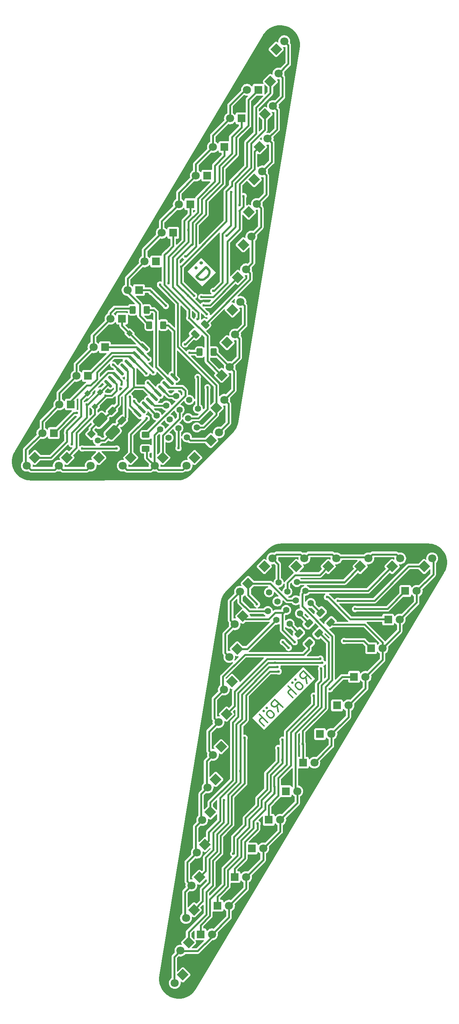
<source format=gbr>
%TF.GenerationSoftware,KiCad,Pcbnew,9.0.7*%
%TF.CreationDate,2026-02-21T04:13:01+02:00*%
%TF.ProjectId,kicad_selka_mk2,6b696361-645f-4736-956c-6b615f6d6b32,rev?*%
%TF.SameCoordinates,Original*%
%TF.FileFunction,Copper,L2,Bot*%
%TF.FilePolarity,Positive*%
%FSLAX46Y46*%
G04 Gerber Fmt 4.6, Leading zero omitted, Abs format (unit mm)*
G04 Created by KiCad (PCBNEW 9.0.7) date 2026-02-21 04:13:01*
%MOMM*%
%LPD*%
G01*
G04 APERTURE LIST*
G04 Aperture macros list*
%AMRoundRect*
0 Rectangle with rounded corners*
0 $1 Rounding radius*
0 $2 $3 $4 $5 $6 $7 $8 $9 X,Y pos of 4 corners*
0 Add a 4 corners polygon primitive as box body*
4,1,4,$2,$3,$4,$5,$6,$7,$8,$9,$2,$3,0*
0 Add four circle primitives for the rounded corners*
1,1,$1+$1,$2,$3*
1,1,$1+$1,$4,$5*
1,1,$1+$1,$6,$7*
1,1,$1+$1,$8,$9*
0 Add four rect primitives between the rounded corners*
20,1,$1+$1,$2,$3,$4,$5,0*
20,1,$1+$1,$4,$5,$6,$7,0*
20,1,$1+$1,$6,$7,$8,$9,0*
20,1,$1+$1,$8,$9,$2,$3,0*%
%AMRotRect*
0 Rectangle, with rotation*
0 The origin of the aperture is its center*
0 $1 length*
0 $2 width*
0 $3 Rotation angle, in degrees counterclockwise*
0 Add horizontal line*
21,1,$1,$2,0,0,$3*%
G04 Aperture macros list end*
%ADD10C,0.500000*%
%TA.AperFunction,NonConductor*%
%ADD11C,0.500000*%
%TD*%
%ADD12C,0.375000*%
%TA.AperFunction,NonConductor*%
%ADD13C,0.375000*%
%TD*%
%TA.AperFunction,ComponentPad*%
%ADD14R,1.800000X1.800000*%
%TD*%
%TA.AperFunction,ComponentPad*%
%ADD15C,1.800000*%
%TD*%
%TA.AperFunction,ComponentPad*%
%ADD16RotRect,1.800000X1.800000X225.000000*%
%TD*%
%TA.AperFunction,ComponentPad*%
%ADD17RotRect,1.800000X1.800000X45.000000*%
%TD*%
%TA.AperFunction,SMDPad,CuDef*%
%ADD18RoundRect,0.150000X-0.724784X0.512652X0.512652X-0.724784X0.724784X-0.512652X-0.512652X0.724784X0*%
%TD*%
%TA.AperFunction,ComponentPad*%
%ADD19C,1.400000*%
%TD*%
%TA.AperFunction,SMDPad,CuDef*%
%ADD20RoundRect,0.250000X-0.724784X-0.159099X-0.159099X-0.724784X0.724784X0.159099X0.159099X0.724784X0*%
%TD*%
%TA.AperFunction,SMDPad,CuDef*%
%ADD21RoundRect,0.250000X-0.625000X0.400000X-0.625000X-0.400000X0.625000X-0.400000X0.625000X0.400000X0*%
%TD*%
%TA.AperFunction,SMDPad,CuDef*%
%ADD22RotRect,1.000000X1.000000X45.000000*%
%TD*%
%TA.AperFunction,SMDPad,CuDef*%
%ADD23RoundRect,0.396226X-1.242774X-0.318198X-0.318198X-1.242774X1.242774X0.318198X0.318198X1.242774X0*%
%TD*%
%TA.AperFunction,ComponentPad*%
%ADD24RotRect,1.350000X1.350000X225.000000*%
%TD*%
%TA.AperFunction,ComponentPad*%
%ADD25C,1.350000*%
%TD*%
%TA.AperFunction,SMDPad,CuDef*%
%ADD26RoundRect,0.250000X-0.400000X-0.625000X0.400000X-0.625000X0.400000X0.625000X-0.400000X0.625000X0*%
%TD*%
%TA.AperFunction,SMDPad,CuDef*%
%ADD27RoundRect,0.250000X0.400000X0.625000X-0.400000X0.625000X-0.400000X-0.625000X0.400000X-0.625000X0*%
%TD*%
%TA.AperFunction,SMDPad,CuDef*%
%ADD28RoundRect,0.250000X0.159099X-0.724784X0.724784X-0.159099X-0.159099X0.724784X-0.724784X0.159099X0*%
%TD*%
%TA.AperFunction,ViaPad*%
%ADD29C,0.600000*%
%TD*%
%TA.AperFunction,Conductor*%
%ADD30C,0.400000*%
%TD*%
G04 APERTURE END LIST*
D10*
D11*
X118748652Y-76833501D02*
X118950682Y-76833501D01*
X118950682Y-76833501D02*
X118950682Y-76631470D01*
X118950682Y-76631470D02*
X118748652Y-76631470D01*
X118748652Y-76631470D02*
X118748652Y-76833501D01*
X118748652Y-76833501D02*
X118950682Y-76631470D01*
X117637484Y-77944669D02*
X117839515Y-77944669D01*
X117839515Y-77944669D02*
X117839515Y-77742638D01*
X117839515Y-77742638D02*
X117637484Y-77742638D01*
X117637484Y-77742638D02*
X117637484Y-77944669D01*
X117637484Y-77944669D02*
X117839515Y-77742638D01*
X119960835Y-77641623D02*
X117839514Y-79762943D01*
X117839514Y-79762943D02*
X118344591Y-80268019D01*
X118344591Y-80268019D02*
X118748652Y-80470050D01*
X118748652Y-80470050D02*
X119152713Y-80470050D01*
X119152713Y-80470050D02*
X119455758Y-80369035D01*
X119455758Y-80369035D02*
X119960835Y-80065989D01*
X119960835Y-80065989D02*
X120263880Y-79762943D01*
X120263880Y-79762943D02*
X120566926Y-79257867D01*
X120566926Y-79257867D02*
X120667941Y-78954821D01*
X120667941Y-78954821D02*
X120667941Y-78550760D01*
X120667941Y-78550760D02*
X120465911Y-78146699D01*
X120465911Y-78146699D02*
X119960835Y-77641623D01*
D12*
D13*
X142233170Y-169777370D02*
X141980632Y-168346320D01*
X143243323Y-168767217D02*
X141475556Y-166999450D01*
X141475556Y-166999450D02*
X140802121Y-167672885D01*
X140802121Y-167672885D02*
X140717941Y-167925423D01*
X140717941Y-167925423D02*
X140717941Y-168093782D01*
X140717941Y-168093782D02*
X140802121Y-168346320D01*
X140802121Y-168346320D02*
X141054659Y-168598858D01*
X141054659Y-168598858D02*
X141307197Y-168683038D01*
X141307197Y-168683038D02*
X141475556Y-168683038D01*
X141475556Y-168683038D02*
X141728094Y-168598858D01*
X141728094Y-168598858D02*
X142401529Y-167925423D01*
X141223018Y-170787522D02*
X141307197Y-170534984D01*
X141307197Y-170534984D02*
X141307197Y-170366625D01*
X141307197Y-170366625D02*
X141223018Y-170114087D01*
X141223018Y-170114087D02*
X140717941Y-169609011D01*
X140717941Y-169609011D02*
X140465403Y-169524832D01*
X140465403Y-169524832D02*
X140297044Y-169524832D01*
X140297044Y-169524832D02*
X140044506Y-169609011D01*
X140044506Y-169609011D02*
X139791968Y-169861549D01*
X139791968Y-169861549D02*
X139707789Y-170114087D01*
X139707789Y-170114087D02*
X139707789Y-170282446D01*
X139707789Y-170282446D02*
X139791968Y-170534984D01*
X139791968Y-170534984D02*
X140297044Y-171040060D01*
X140297044Y-171040060D02*
X140549583Y-171124240D01*
X140549583Y-171124240D02*
X140717941Y-171124240D01*
X140717941Y-171124240D02*
X140970479Y-171040060D01*
X140970479Y-171040060D02*
X141223018Y-170787522D01*
X139623609Y-168851397D02*
X139623609Y-169019755D01*
X139623609Y-169019755D02*
X139791968Y-169019755D01*
X139791968Y-169019755D02*
X139791968Y-168851397D01*
X139791968Y-168851397D02*
X139623609Y-168851397D01*
X139623609Y-168851397D02*
X139791968Y-169019755D01*
X138950174Y-169524832D02*
X138950174Y-169693190D01*
X138950174Y-169693190D02*
X139118533Y-169693190D01*
X139118533Y-169693190D02*
X139118533Y-169524832D01*
X139118533Y-169524832D02*
X138950174Y-169524832D01*
X138950174Y-169524832D02*
X139118533Y-169693190D01*
X139876147Y-172134392D02*
X138108380Y-170366625D01*
X139118533Y-172892007D02*
X138192560Y-171966034D01*
X138192560Y-171966034D02*
X138108380Y-171713496D01*
X138108380Y-171713496D02*
X138192560Y-171460957D01*
X138192560Y-171460957D02*
X138445098Y-171208419D01*
X138445098Y-171208419D02*
X138697636Y-171124240D01*
X138697636Y-171124240D02*
X138865995Y-171124240D01*
X135919716Y-176090823D02*
X135667178Y-174659774D01*
X136929869Y-175080671D02*
X135162102Y-173312904D01*
X135162102Y-173312904D02*
X134488667Y-173986339D01*
X134488667Y-173986339D02*
X134404488Y-174238877D01*
X134404488Y-174238877D02*
X134404488Y-174407236D01*
X134404488Y-174407236D02*
X134488667Y-174659774D01*
X134488667Y-174659774D02*
X134741205Y-174912312D01*
X134741205Y-174912312D02*
X134993743Y-174996492D01*
X134993743Y-174996492D02*
X135162102Y-174996492D01*
X135162102Y-174996492D02*
X135414640Y-174912312D01*
X135414640Y-174912312D02*
X136088075Y-174238877D01*
X134909564Y-177100976D02*
X134993743Y-176848438D01*
X134993743Y-176848438D02*
X134993743Y-176680079D01*
X134993743Y-176680079D02*
X134909564Y-176427541D01*
X134909564Y-176427541D02*
X134404488Y-175922465D01*
X134404488Y-175922465D02*
X134151949Y-175838285D01*
X134151949Y-175838285D02*
X133983591Y-175838285D01*
X133983591Y-175838285D02*
X133731053Y-175922465D01*
X133731053Y-175922465D02*
X133478514Y-176175003D01*
X133478514Y-176175003D02*
X133394335Y-176427541D01*
X133394335Y-176427541D02*
X133394335Y-176595900D01*
X133394335Y-176595900D02*
X133478514Y-176848438D01*
X133478514Y-176848438D02*
X133983591Y-177353514D01*
X133983591Y-177353514D02*
X134236129Y-177437694D01*
X134236129Y-177437694D02*
X134404488Y-177437694D01*
X134404488Y-177437694D02*
X134657026Y-177353514D01*
X134657026Y-177353514D02*
X134909564Y-177100976D01*
X133310156Y-175164850D02*
X133310156Y-175333209D01*
X133310156Y-175333209D02*
X133478514Y-175333209D01*
X133478514Y-175333209D02*
X133478514Y-175164850D01*
X133478514Y-175164850D02*
X133310156Y-175164850D01*
X133310156Y-175164850D02*
X133478514Y-175333209D01*
X132636721Y-175838285D02*
X132636721Y-176006644D01*
X132636721Y-176006644D02*
X132805079Y-176006644D01*
X132805079Y-176006644D02*
X132805079Y-175838285D01*
X132805079Y-175838285D02*
X132636721Y-175838285D01*
X132636721Y-175838285D02*
X132805079Y-176006644D01*
X133562694Y-178447846D02*
X131794927Y-176680079D01*
X132805079Y-179205461D02*
X131879106Y-178279487D01*
X131879106Y-178279487D02*
X131794927Y-178026949D01*
X131794927Y-178026949D02*
X131879106Y-177774411D01*
X131879106Y-177774411D02*
X132131644Y-177521873D01*
X132131644Y-177521873D02*
X132384182Y-177437694D01*
X132384182Y-177437694D02*
X132552541Y-177437694D01*
D14*
%TO.P,D31,1,K*%
%TO.N,Net-(D15-K)*%
X133823200Y-199972000D03*
D15*
%TO.P,D31,2,A*%
%TO.N,Net-(D25-A)*%
X136363200Y-199972000D03*
%TD*%
D16*
%TO.P,D18,1,K*%
%TO.N,Net-(D18-K)*%
X124473161Y-176568439D03*
D15*
%TO.P,D18,2,A*%
%TO.N,Net-(D17-A)*%
X122677110Y-178364490D03*
%TD*%
D16*
%TO.P,D25,1,K*%
%TO.N,Net-(D17-K)*%
X116073161Y-227108439D03*
D15*
%TO.P,D25,2,A*%
%TO.N,Net-(D25-A)*%
X114277110Y-228904490D03*
%TD*%
D16*
%TO.P,D46,1,K*%
%TO.N,Net-(D46-K)*%
X117409792Y-119813249D03*
D15*
%TO.P,D46,2,A*%
%TO.N,Net-(D46-A)*%
X115613741Y-121609300D03*
%TD*%
D14*
%TO.P,D62,1,K*%
%TO.N,Net-(D46-K)*%
X123988592Y-51097649D03*
D15*
%TO.P,D62,2,A*%
%TO.N,Net-(D57-A)*%
X121448592Y-51097649D03*
%TD*%
D14*
%TO.P,D60,1,K*%
%TO.N,Net-(D12-K)*%
X116428592Y-63757649D03*
D15*
%TO.P,D60,2,A*%
%TO.N,Net-(D57-A)*%
X113888592Y-63757649D03*
%TD*%
D17*
%TO.P,D10,1,K*%
%TO.N,Net-(D10-K)*%
X124578631Y-94381210D03*
D15*
%TO.P,D10,2,A*%
%TO.N,Net-(D10-A)*%
X126374682Y-92585159D03*
%TD*%
D16*
%TO.P,D21,1,K*%
%TO.N,Net-(D21-K)*%
X120873161Y-198228439D03*
D15*
%TO.P,D21,2,A*%
%TO.N,Net-(D17-A)*%
X119077110Y-200024490D03*
%TD*%
D17*
%TO.P,D43,1,K*%
%TO.N,Net-(D19-K)*%
X146998000Y-143916400D03*
D15*
%TO.P,D43,2,A*%
%TO.N,Net-(D41-A)*%
X148794051Y-142120349D03*
%TD*%
D17*
%TO.P,D41,1,K*%
%TO.N,Net-(D17-K)*%
X161154000Y-143916400D03*
D15*
%TO.P,D41,2,A*%
%TO.N,Net-(D41-A)*%
X162950051Y-142120349D03*
%TD*%
D14*
%TO.P,D34,1,K*%
%TO.N,Net-(D18-K)*%
X145163200Y-180982000D03*
D15*
%TO.P,D34,2,A*%
%TO.N,Net-(D33-A)*%
X147703200Y-180982000D03*
%TD*%
D14*
%TO.P,D27,1,K*%
%TO.N,Net-(D19-K)*%
X118703200Y-225292000D03*
D15*
%TO.P,D27,2,A*%
%TO.N,Net-(D25-A)*%
X121243200Y-225292000D03*
%TD*%
D17*
%TO.P,D11,1,K*%
%TO.N,Net-(D11-K)*%
X123378631Y-101601210D03*
D15*
%TO.P,D11,2,A*%
%TO.N,Net-(D10-A)*%
X125174682Y-99805159D03*
%TD*%
D16*
%TO.P,D14,1,K*%
%TO.N,Net-(D14-K)*%
X129273161Y-147688439D03*
D15*
%TO.P,D14,2,A*%
%TO.N,Net-(D14-A)*%
X127477110Y-149484490D03*
%TD*%
D14*
%TO.P,D58,1,K*%
%TO.N,Net-(D10-K)*%
X108868592Y-76417649D03*
D15*
%TO.P,D58,2,A*%
%TO.N,Net-(D57-A)*%
X106328592Y-76417649D03*
%TD*%
D14*
%TO.P,D39,1,K*%
%TO.N,Net-(D15-K)*%
X164063200Y-149332000D03*
D15*
%TO.P,D39,2,A*%
%TO.N,Net-(D33-A)*%
X166603200Y-149332000D03*
%TD*%
D14*
%TO.P,D56,1,K*%
%TO.N,Net-(D48-K)*%
X101308592Y-89077649D03*
D15*
%TO.P,D56,2,A*%
%TO.N,Net-(D49-A)*%
X98768592Y-89077649D03*
%TD*%
D14*
%TO.P,D57,1,K*%
%TO.N,Net-(D1-K)*%
X105088592Y-82747649D03*
D15*
%TO.P,D57,2,A*%
%TO.N,Net-(D57-A)*%
X102548592Y-82747649D03*
%TD*%
D16*
%TO.P,D47,1,K*%
%TO.N,Net-(D47-K)*%
X110331792Y-119813249D03*
D15*
%TO.P,D47,2,A*%
%TO.N,Net-(D46-A)*%
X108535741Y-121609300D03*
%TD*%
D17*
%TO.P,D1,1,K*%
%TO.N,Net-(D1-K)*%
X135456631Y-29478010D03*
D15*
%TO.P,D1,2,A*%
%TO.N,Net-(D1-A)*%
X137252682Y-27681959D03*
%TD*%
D17*
%TO.P,D40,1,K*%
%TO.N,Net-(D16-K)*%
X168232000Y-143916400D03*
D15*
%TO.P,D40,2,A*%
%TO.N,Net-(D33-A)*%
X170028051Y-142120349D03*
%TD*%
D14*
%TO.P,D38,1,K*%
%TO.N,Net-(D14-K)*%
X160283200Y-155662000D03*
D15*
%TO.P,D38,2,A*%
%TO.N,Net-(D33-A)*%
X162823200Y-155662000D03*
%TD*%
D14*
%TO.P,D54,1,K*%
%TO.N,Net-(D46-K)*%
X93748592Y-101737649D03*
D15*
%TO.P,D54,2,A*%
%TO.N,Net-(D49-A)*%
X91208592Y-101737649D03*
%TD*%
D16*
%TO.P,D20,1,K*%
%TO.N,Net-(D20-K)*%
X122073161Y-191008439D03*
D15*
%TO.P,D20,2,A*%
%TO.N,Net-(D17-A)*%
X120277110Y-192804490D03*
%TD*%
D14*
%TO.P,D63,1,K*%
%TO.N,Net-(D47-K)*%
X127768592Y-44767649D03*
D15*
%TO.P,D63,2,A*%
%TO.N,Net-(D57-A)*%
X125228592Y-44767649D03*
%TD*%
D17*
%TO.P,D2,1,K*%
%TO.N,Net-(D10-K)*%
X134178631Y-36621210D03*
D15*
%TO.P,D2,2,A*%
%TO.N,Net-(D1-A)*%
X135974682Y-34825159D03*
%TD*%
D16*
%TO.P,D22,1,K*%
%TO.N,Net-(D14-K)*%
X119673161Y-205448439D03*
D15*
%TO.P,D22,2,A*%
%TO.N,Net-(D17-A)*%
X117877110Y-207244490D03*
%TD*%
D16*
%TO.P,D49,1,K*%
%TO.N,Net-(D1-K)*%
X96175792Y-119813249D03*
D15*
%TO.P,D49,2,A*%
%TO.N,Net-(D49-A)*%
X94379741Y-121609300D03*
%TD*%
D17*
%TO.P,D44,1,K*%
%TO.N,Net-(D20-K)*%
X139920000Y-143916400D03*
D15*
%TO.P,D44,2,A*%
%TO.N,Net-(D41-A)*%
X141716051Y-142120349D03*
%TD*%
D14*
%TO.P,D32,1,K*%
%TO.N,Net-(D16-K)*%
X137603200Y-193642000D03*
D15*
%TO.P,D32,2,A*%
%TO.N,Net-(D25-A)*%
X140143200Y-193642000D03*
%TD*%
D16*
%TO.P,D48,1,K*%
%TO.N,Net-(D48-K)*%
X103253792Y-119813249D03*
D15*
%TO.P,D48,2,A*%
%TO.N,Net-(D46-A)*%
X101457741Y-121609300D03*
%TD*%
D16*
%TO.P,D16,1,K*%
%TO.N,Net-(D16-K)*%
X126873161Y-162128439D03*
D15*
%TO.P,D16,2,A*%
%TO.N,Net-(D14-A)*%
X125077110Y-163924490D03*
%TD*%
D16*
%TO.P,D51,1,K*%
%TO.N,Net-(D11-K)*%
X82019792Y-119813249D03*
D15*
%TO.P,D51,2,A*%
%TO.N,Net-(D49-A)*%
X80223741Y-121609300D03*
%TD*%
D14*
%TO.P,D30,1,K*%
%TO.N,Net-(D14-K)*%
X130043200Y-206302000D03*
D15*
%TO.P,D30,2,A*%
%TO.N,Net-(D25-A)*%
X132583200Y-206302000D03*
%TD*%
D17*
%TO.P,D8,1,K*%
%TO.N,Net-(D48-K)*%
X126978631Y-79941210D03*
D15*
%TO.P,D8,2,A*%
%TO.N,Net-(D1-A)*%
X128774682Y-78145159D03*
%TD*%
D14*
%TO.P,D53,1,K*%
%TO.N,Net-(D13-K)*%
X89968592Y-108067649D03*
D15*
%TO.P,D53,2,A*%
%TO.N,Net-(D49-A)*%
X87428592Y-108067649D03*
%TD*%
D14*
%TO.P,D35,1,K*%
%TO.N,Net-(D19-K)*%
X148943200Y-174652000D03*
D15*
%TO.P,D35,2,A*%
%TO.N,Net-(D33-A)*%
X151483200Y-174652000D03*
%TD*%
D17*
%TO.P,D42,1,K*%
%TO.N,Net-(D18-K)*%
X154076000Y-143916400D03*
D15*
%TO.P,D42,2,A*%
%TO.N,Net-(D41-A)*%
X155872051Y-142120349D03*
%TD*%
D17*
%TO.P,D3,1,K*%
%TO.N,Net-(D11-K)*%
X132978631Y-43841210D03*
D15*
%TO.P,D3,2,A*%
%TO.N,Net-(D1-A)*%
X134774682Y-42045159D03*
%TD*%
D16*
%TO.P,D19,1,K*%
%TO.N,Net-(D19-K)*%
X123273161Y-183788439D03*
D15*
%TO.P,D19,2,A*%
%TO.N,Net-(D17-A)*%
X121477110Y-185584490D03*
%TD*%
D16*
%TO.P,D15,1,K*%
%TO.N,Net-(D15-K)*%
X128073161Y-154908439D03*
D15*
%TO.P,D15,2,A*%
%TO.N,Net-(D14-A)*%
X126277110Y-156704490D03*
%TD*%
D17*
%TO.P,D45,1,K*%
%TO.N,Net-(D21-K)*%
X132842000Y-143916400D03*
D15*
%TO.P,D45,2,A*%
%TO.N,Net-(D41-A)*%
X134638051Y-142120349D03*
%TD*%
D17*
%TO.P,D9,1,K*%
%TO.N,Net-(D1-K)*%
X125778631Y-87161210D03*
D15*
%TO.P,D9,2,A*%
%TO.N,Net-(D10-A)*%
X127574682Y-85365159D03*
%TD*%
D14*
%TO.P,D59,1,K*%
%TO.N,Net-(D11-K)*%
X112648592Y-70087649D03*
D15*
%TO.P,D59,2,A*%
%TO.N,Net-(D57-A)*%
X110108592Y-70087649D03*
%TD*%
D16*
%TO.P,D50,1,K*%
%TO.N,Net-(D10-K)*%
X89097792Y-119813249D03*
D15*
%TO.P,D50,2,A*%
%TO.N,Net-(D49-A)*%
X87301741Y-121609300D03*
%TD*%
D14*
%TO.P,D29,1,K*%
%TO.N,Net-(D21-K)*%
X126263200Y-212632000D03*
D15*
%TO.P,D29,2,A*%
%TO.N,Net-(D25-A)*%
X128803200Y-212632000D03*
%TD*%
D16*
%TO.P,D24,1,K*%
%TO.N,Net-(D16-K)*%
X117273161Y-219888439D03*
D15*
%TO.P,D24,2,A*%
%TO.N,Net-(D17-A)*%
X115477110Y-221684490D03*
%TD*%
D14*
%TO.P,D55,1,K*%
%TO.N,Net-(D47-K)*%
X97528592Y-95407649D03*
D15*
%TO.P,D55,2,A*%
%TO.N,Net-(D49-A)*%
X94988592Y-95407649D03*
%TD*%
D16*
%TO.P,D17,1,K*%
%TO.N,Net-(D17-K)*%
X125673161Y-169348439D03*
D15*
%TO.P,D17,2,A*%
%TO.N,Net-(D17-A)*%
X123877110Y-171144490D03*
%TD*%
D17*
%TO.P,D6,1,K*%
%TO.N,Net-(D46-K)*%
X129378631Y-65501210D03*
D15*
%TO.P,D6,2,A*%
%TO.N,Net-(D1-A)*%
X131174682Y-63705159D03*
%TD*%
D17*
%TO.P,D5,1,K*%
%TO.N,Net-(D13-K)*%
X130578631Y-58281210D03*
D15*
%TO.P,D5,2,A*%
%TO.N,Net-(D1-A)*%
X132374682Y-56485159D03*
%TD*%
D14*
%TO.P,D64,1,K*%
%TO.N,Net-(D48-K)*%
X131548592Y-38437649D03*
D15*
%TO.P,D64,2,A*%
%TO.N,Net-(D57-A)*%
X129008592Y-38437649D03*
%TD*%
D14*
%TO.P,D52,1,K*%
%TO.N,Net-(D12-K)*%
X86188592Y-114397649D03*
D15*
%TO.P,D52,2,A*%
%TO.N,Net-(D49-A)*%
X83648592Y-114397649D03*
%TD*%
D14*
%TO.P,D37,1,K*%
%TO.N,Net-(D21-K)*%
X156503200Y-161992000D03*
D15*
%TO.P,D37,2,A*%
%TO.N,Net-(D33-A)*%
X159043200Y-161992000D03*
%TD*%
D16*
%TO.P,D26,1,K*%
%TO.N,Net-(D18-K)*%
X114795161Y-234251639D03*
D15*
%TO.P,D26,2,A*%
%TO.N,Net-(D25-A)*%
X112999110Y-236047690D03*
%TD*%
D17*
%TO.P,D4,1,K*%
%TO.N,Net-(D12-K)*%
X131778631Y-51061210D03*
D15*
%TO.P,D4,2,A*%
%TO.N,Net-(D1-A)*%
X133574682Y-49265159D03*
%TD*%
D14*
%TO.P,D61,1,K*%
%TO.N,Net-(D13-K)*%
X120208592Y-57427649D03*
D15*
%TO.P,D61,2,A*%
%TO.N,Net-(D57-A)*%
X117668592Y-57427649D03*
%TD*%
D14*
%TO.P,D36,1,K*%
%TO.N,Net-(D20-K)*%
X152723200Y-168322000D03*
D15*
%TO.P,D36,2,A*%
%TO.N,Net-(D33-A)*%
X155263200Y-168322000D03*
%TD*%
D14*
%TO.P,D33,1,K*%
%TO.N,Net-(D17-K)*%
X141383200Y-187312000D03*
D15*
%TO.P,D33,2,A*%
%TO.N,Net-(D33-A)*%
X143923200Y-187312000D03*
%TD*%
D17*
%TO.P,D13,1,K*%
%TO.N,Net-(D13-K)*%
X120978631Y-116041210D03*
D15*
%TO.P,D13,2,A*%
%TO.N,Net-(D10-A)*%
X122774682Y-114245159D03*
%TD*%
D17*
%TO.P,D7,1,K*%
%TO.N,Net-(D47-K)*%
X128178631Y-72721210D03*
D15*
%TO.P,D7,2,A*%
%TO.N,Net-(D1-A)*%
X129974682Y-70925159D03*
%TD*%
D17*
%TO.P,D12,1,K*%
%TO.N,Net-(D12-K)*%
X122178631Y-108821210D03*
D15*
%TO.P,D12,2,A*%
%TO.N,Net-(D10-A)*%
X123974682Y-107025159D03*
%TD*%
D16*
%TO.P,D23,1,K*%
%TO.N,Net-(D15-K)*%
X118473161Y-212668439D03*
D15*
%TO.P,D23,2,A*%
%TO.N,Net-(D17-A)*%
X116677110Y-214464490D03*
%TD*%
D14*
%TO.P,D28,1,K*%
%TO.N,Net-(D20-K)*%
X122483200Y-218962000D03*
D15*
%TO.P,D28,2,A*%
%TO.N,Net-(D25-A)*%
X125023200Y-218962000D03*
%TD*%
D18*
%TO.P,U1,1,PB0*%
%TO.N,Net-(D1-K)*%
X98209741Y-103473701D03*
%TO.P,U1,2,PB1*%
%TO.N,Net-(D10-K)*%
X99107767Y-102575675D03*
%TO.P,U1,3,PB2*%
%TO.N,Net-(D11-K)*%
X100005792Y-101677649D03*
%TO.P,U1,4,PB3*%
%TO.N,Net-(D12-K)*%
X100903818Y-100779624D03*
%TO.P,U1,5,VCC*%
%TO.N,+5V*%
X101801844Y-99881598D03*
%TO.P,U1,6,GND*%
%TO.N,GND*%
X102699869Y-98983573D03*
%TO.P,U1,7,XTAL1/PB4*%
%TO.N,Net-(D13-K)*%
X103597895Y-98085547D03*
%TO.P,U1,8,XTAL2/PB5*%
%TO.N,Net-(D46-K)*%
X104495920Y-97187521D03*
%TO.P,U1,9,PB6*%
%TO.N,Net-(D47-K)*%
X105393946Y-96289496D03*
%TO.P,U1,10,~{RESET}/PB7*%
%TO.N,Net-(D48-K)*%
X106291972Y-95391470D03*
%TO.P,U1,11,PA7*%
%TO.N,Net-(U1-PA7)*%
X112868065Y-101967563D03*
%TO.P,U1,12,PA6*%
%TO.N,Net-(U1-PA6)*%
X111970039Y-102865589D03*
%TO.P,U1,13,PA5*%
%TO.N,Net-(U1-PA5)*%
X111072014Y-103763615D03*
%TO.P,U1,14,PA4*%
%TO.N,Net-(J7-Pin_1)*%
X110173988Y-104661640D03*
%TO.P,U1,15,AVCC*%
%TO.N,+5V*%
X109275962Y-105559666D03*
%TO.P,U1,16,AGND*%
%TO.N,GND*%
X108377937Y-106457691D03*
%TO.P,U1,17,AREF/PA3*%
%TO.N,Net-(J5-Pin_1)*%
X107479911Y-107355717D03*
%TO.P,U1,18,PA2*%
%TO.N,Net-(J3-Pin_1)*%
X106581886Y-108253743D03*
%TO.P,U1,19,PA1*%
%TO.N,Net-(U1-PA1)*%
X105683860Y-109151768D03*
%TO.P,U1,20,PA0*%
%TO.N,Net-(U1-PA0)*%
X104785834Y-110049794D03*
%TD*%
D19*
%TO.P,J23,1,Pin_1*%
%TO.N,Net-(D47-K)*%
X114046000Y-109220000D03*
%TD*%
D20*
%TO.P,R3,1*%
%TO.N,Net-(J4-Pin_1)*%
X140508984Y-158669984D03*
%TO.P,R3,2*%
%TO.N,Net-(D17-A)*%
X142701016Y-160862016D03*
%TD*%
D19*
%TO.P,J17,1,Pin_1*%
%TO.N,Net-(D12-K)*%
X117856000Y-113157000D03*
%TD*%
%TO.P,J13,1,Pin_1*%
%TO.N,Net-(D10-K)*%
X115951000Y-111125000D03*
%TD*%
%TO.P,J21,1,Pin_1*%
%TO.N,Net-(D46-K)*%
X118110000Y-108966000D03*
%TD*%
D20*
%TO.P,R5,1*%
%TO.N,Net-(J8-Pin_1)*%
X145334984Y-154097984D03*
%TO.P,R5,2*%
%TO.N,Net-(D33-A)*%
X147527016Y-156290016D03*
%TD*%
D19*
%TO.P,J12,1,Pin_1*%
%TO.N,Net-(D17-K)*%
X141960600Y-149275800D03*
%TD*%
%TO.P,J14,1,Pin_1*%
%TO.N,Net-(D18-K)*%
X140030200Y-147345400D03*
%TD*%
D21*
%TO.P,R6,1*%
%TO.N,Net-(U1-PA5)*%
X106553000Y-114781999D03*
%TO.P,R6,2*%
%TO.N,Net-(D46-A)*%
X106553000Y-117882001D03*
%TD*%
D22*
%TO.P,J29,1,Pin_1*%
%TO.N,Net-(D10-K)*%
X95306792Y-108535649D03*
%TD*%
D19*
%TO.P,J24,1,Pin_1*%
%TO.N,Net-(D15-K)*%
X137668000Y-153543000D03*
%TD*%
D23*
%TO.P,C1,1*%
%TO.N,+5V*%
X96467934Y-111474791D03*
%TO.P,C1,2*%
%TO.N,GND*%
X99225650Y-114232507D03*
%TD*%
D20*
%TO.P,R4,1*%
%TO.N,Net-(J6-Pin_1)*%
X142667984Y-156510984D03*
%TO.P,R4,2*%
%TO.N,Net-(D25-A)*%
X144860016Y-158703016D03*
%TD*%
D19*
%TO.P,J8,1,Pin_1*%
%TO.N,Net-(J8-Pin_1)*%
X143129000Y-152019000D03*
%TD*%
D24*
%TO.P,J27,1,Pin_1*%
%TO.N,+5V*%
X94527578Y-114614435D03*
D25*
%TO.P,J27,2,Pin_2*%
%TO.N,GND*%
X95941792Y-116028649D03*
%TD*%
D19*
%TO.P,J4,1,Pin_1*%
%TO.N,Net-(J4-Pin_1)*%
X138430000Y-156591000D03*
%TD*%
%TO.P,J10,1,Pin_1*%
%TO.N,Net-(D41-A)*%
X136017000Y-147447000D03*
%TD*%
D26*
%TO.P,R2,1*%
%TO.N,Net-(U1-PA1)*%
X118521792Y-96470649D03*
%TO.P,R2,2*%
%TO.N,Net-(D10-A)*%
X121621792Y-96470649D03*
%TD*%
D27*
%TO.P,R7,1*%
%TO.N,Net-(U1-PA6)*%
X106756801Y-87122000D03*
%TO.P,R7,2*%
%TO.N,Net-(D49-A)*%
X103656799Y-87122000D03*
%TD*%
D19*
%TO.P,J2,1,Pin_1*%
%TO.N,Net-(D14-A)*%
X133604000Y-153797000D03*
%TD*%
%TO.P,J26,1,Pin_1*%
%TO.N,Net-(D16-K)*%
X135509000Y-155702000D03*
%TD*%
%TO.P,J18,1,Pin_1*%
%TO.N,Net-(D20-K)*%
X135763000Y-151638000D03*
%TD*%
%TO.P,J9,1,Pin_1*%
%TO.N,Net-(D46-A)*%
X109728000Y-113538000D03*
%TD*%
%TO.P,J11,1,Pin_1*%
%TO.N,Net-(D1-K)*%
X111633000Y-115443000D03*
%TD*%
%TO.P,J1,1,Pin_1*%
%TO.N,Net-(D10-A)*%
X116205000Y-107061000D03*
%TD*%
D22*
%TO.P,J28,1,Pin_1*%
%TO.N,Net-(D1-K)*%
X96449792Y-105360649D03*
%TD*%
D19*
%TO.P,J7,1,Pin_1*%
%TO.N,Net-(J7-Pin_1)*%
X113284000Y-106172000D03*
%TD*%
%TO.P,J22,1,Pin_1*%
%TO.N,Net-(D14-K)*%
X139827000Y-151384000D03*
%TD*%
%TO.P,J25,1,Pin_1*%
%TO.N,Net-(D48-K)*%
X111887000Y-111379000D03*
%TD*%
%TO.P,J3,1,Pin_1*%
%TO.N,Net-(J3-Pin_1)*%
X108966000Y-110490000D03*
%TD*%
D27*
%TO.P,R8,1*%
%TO.N,Net-(U1-PA7)*%
X110445792Y-90501649D03*
%TO.P,R8,2*%
%TO.N,Net-(D57-A)*%
X107345792Y-90501649D03*
%TD*%
D19*
%TO.P,J5,1,Pin_1*%
%TO.N,Net-(J5-Pin_1)*%
X111125000Y-108331000D03*
%TD*%
D22*
%TO.P,J31,1,Pin_1*%
%TO.N,Net-(D48-K)*%
X102997000Y-92354400D03*
%TD*%
D19*
%TO.P,J15,1,Pin_1*%
%TO.N,Net-(D11-K)*%
X113792000Y-113284000D03*
%TD*%
D22*
%TO.P,J30,1,Pin_1*%
%TO.N,Net-(D11-K)*%
X93655792Y-105614649D03*
%TD*%
D20*
%TO.P,R9,1*%
%TO.N,+5V*%
X99083760Y-109471633D03*
%TO.P,R9,2*%
%TO.N,GND*%
X101275792Y-111663665D03*
%TD*%
D19*
%TO.P,J16,1,Pin_1*%
%TO.N,Net-(D19-K)*%
X137922000Y-149479000D03*
%TD*%
D28*
%TO.P,R1,1*%
%TO.N,Net-(U1-PA0)*%
X117521984Y-92536016D03*
%TO.P,R1,2*%
%TO.N,Net-(D1-A)*%
X119714016Y-90343984D03*
%TD*%
D19*
%TO.P,J19,1,Pin_1*%
%TO.N,Net-(D13-K)*%
X115697000Y-115316000D03*
%TD*%
%TO.P,J6,1,Pin_1*%
%TO.N,Net-(J6-Pin_1)*%
X140716000Y-154305000D03*
%TD*%
%TO.P,J20,1,Pin_1*%
%TO.N,Net-(D21-K)*%
X133858000Y-149606000D03*
%TD*%
D29*
%TO.N,Net-(D14-K)*%
X146729396Y-150684000D03*
X135742415Y-166138000D03*
X131202000Y-152282744D03*
%TO.N,Net-(D16-K)*%
X149114272Y-151494728D03*
X127575595Y-189159595D03*
X136019103Y-167134103D03*
%TO.N,Net-(D1-K)*%
X93495019Y-108077000D03*
X107880792Y-83207649D03*
X90159571Y-116850429D03*
X125541200Y-61076000D03*
X121565841Y-82948420D03*
X111015230Y-86266183D03*
%TO.N,+5V*%
X102563680Y-102717600D03*
X107050571Y-103261428D03*
%TO.N,Net-(D15-K)*%
X145414518Y-166496518D03*
X152944400Y-153308263D03*
X123913000Y-195580000D03*
X139573000Y-160655000D03*
%TO.N,Net-(D10-K)*%
X117259407Y-84003471D03*
X97650292Y-106122649D03*
X120245215Y-104292400D03*
X114422592Y-77597000D03*
%TO.N,Net-(D12-K)*%
X127341200Y-63930984D03*
X111621593Y-81215542D03*
X99370792Y-99264649D03*
X109740700Y-81546700D03*
X91331697Y-109952186D03*
%TO.N,Net-(U1-PA1)*%
X103996470Y-107303491D03*
X116240792Y-96597649D03*
%TO.N,Net-(D11-K)*%
X116194753Y-88921861D03*
X100132792Y-117806649D03*
X89097166Y-114356834D03*
X92512792Y-117806649D03*
X113834000Y-117729000D03*
X101191569Y-103625426D03*
X124480792Y-70718208D03*
%TO.N,Net-(D13-K)*%
X118878370Y-84276102D03*
X128241200Y-61976000D03*
X106714618Y-101206184D03*
%TO.N,Net-(U1-PA0)*%
X115294406Y-94742000D03*
X103071470Y-106378491D03*
%TO.N,Net-(D46-K)*%
X108254827Y-100946429D03*
X117151481Y-86692339D03*
X116018792Y-69494400D03*
X118079224Y-89150942D03*
X118078792Y-101981000D03*
%TO.N,Net-(D47-K)*%
X116820792Y-72721210D03*
X120080823Y-88076823D03*
X115944292Y-83961149D03*
X107226099Y-98121649D03*
%TO.N,Net-(D48-K)*%
X106807000Y-111125000D03*
X115366800Y-75285600D03*
X119392366Y-86101075D03*
%TO.N,Net-(D17-K)*%
X128475595Y-181837203D03*
X141351000Y-183134000D03*
%TO.N,Net-(D18-K)*%
X135945000Y-184060000D03*
X145271283Y-164314632D03*
X125968793Y-207448896D03*
%TO.N,Net-(D19-K)*%
X136870000Y-186690000D03*
X136870000Y-182234000D03*
%TO.N,Net-(D20-K)*%
X147370800Y-171043600D03*
X143790200Y-172492274D03*
X138228197Y-161900997D03*
X136955403Y-160628203D03*
X135052200Y-194085703D03*
%TO.N,Net-(D21-K)*%
X150493603Y-160399603D03*
X135255000Y-165238000D03*
X131329000Y-200787000D03*
X145655206Y-165238000D03*
%TD*%
D30*
%TO.N,Net-(D14-K)*%
X126619000Y-191516000D02*
X126619000Y-178866600D01*
X120523000Y-202690992D02*
X123013000Y-200200992D01*
X123013000Y-195122000D02*
X126619000Y-191516000D01*
X151850412Y-155539016D02*
X160160216Y-155539016D01*
X139827000Y-151384000D02*
X137856892Y-151384000D01*
X146995396Y-150684000D02*
X151850412Y-155539016D01*
X126619000Y-178866600D02*
X127838000Y-177647600D01*
X131202000Y-152282744D02*
X131202000Y-152157000D01*
X120523000Y-204598600D02*
X120523000Y-202690992D01*
X129273161Y-150228161D02*
X129273161Y-147688439D01*
X127838000Y-177647600D02*
X127838000Y-172217172D01*
X134161331Y-147688439D02*
X129273161Y-147688439D01*
X127838000Y-172217172D02*
X133917172Y-166138000D01*
X137856892Y-151384000D02*
X134161331Y-147688439D01*
X119673161Y-205448439D02*
X120523000Y-204598600D01*
X133917172Y-166138000D02*
X135742415Y-166138000D01*
X146729396Y-150684000D02*
X146995396Y-150684000D01*
X123013000Y-200200992D02*
X123013000Y-195122000D01*
X131202000Y-152157000D02*
X129273161Y-150228161D01*
%TO.N,Net-(D16-K)*%
X135509000Y-155702000D02*
X129082561Y-162128439D01*
X149114272Y-151494728D02*
X149123400Y-151485600D01*
X122347953Y-203131611D02*
X124814000Y-200665564D01*
X128778000Y-176657000D02*
X128780095Y-176654905D01*
X157226000Y-151485600D02*
X164795200Y-143916400D01*
X124814000Y-200665564D02*
X124814000Y-194453786D01*
X117273161Y-219888439D02*
X119175000Y-217986600D01*
X128778000Y-177840385D02*
X128778000Y-176657000D01*
X124814000Y-194453786D02*
X127575595Y-191692191D01*
X164795200Y-143916400D02*
X168232000Y-143916400D01*
X134053855Y-167134103D02*
X136019103Y-167134103D01*
X120650000Y-213849372D02*
X120650000Y-208650786D01*
X119175000Y-217986600D02*
X119175000Y-215324372D01*
X128780095Y-172407863D02*
X134053855Y-167134103D01*
X127575595Y-189159595D02*
X127575595Y-179042791D01*
X119175000Y-215324372D02*
X120650000Y-213849372D01*
X149123400Y-151485600D02*
X157226000Y-151485600D01*
X122347953Y-206952832D02*
X122347953Y-203131611D01*
X127575595Y-191692191D02*
X127575595Y-189159595D01*
X128780095Y-176654905D02*
X128780095Y-172407863D01*
X129082561Y-162128439D02*
X126873161Y-162128439D01*
X127575595Y-179042791D02*
X128778000Y-177840385D01*
X120650000Y-208650786D02*
X122347953Y-206952832D01*
%TO.N,GND*%
X106147379Y-104227133D02*
X103914680Y-104227133D01*
X101275792Y-111663665D02*
X99225650Y-113713807D01*
X102091978Y-110847479D02*
X102091978Y-106049835D01*
X108377937Y-106457691D02*
X106147379Y-104227133D01*
X103914680Y-104227133D02*
X102091978Y-106049835D01*
X97429508Y-116028649D02*
X99225650Y-114232507D01*
X95941792Y-116028649D02*
X97429508Y-116028649D01*
X103914680Y-100198384D02*
X102699869Y-98983573D01*
X101275792Y-111663665D02*
X102091978Y-110847479D01*
X103914680Y-104227133D02*
X103914680Y-100198384D01*
%TO.N,Net-(U1-PA6)*%
X108855292Y-87667148D02*
X108855292Y-99750842D01*
X106756801Y-87122000D02*
X108310144Y-87122000D01*
X108855292Y-99750842D02*
X111970039Y-102865589D01*
X108310144Y-87122000D02*
X108855292Y-87667148D01*
%TO.N,Net-(D1-K)*%
X111015230Y-86266183D02*
X107496696Y-82747649D01*
X93495019Y-108077000D02*
X93733441Y-108077000D01*
X93733441Y-108077000D02*
X96449792Y-105360649D01*
X93495019Y-108077000D02*
X93495019Y-110980052D01*
X125414950Y-68453000D02*
X125414950Y-61202250D01*
X93495019Y-110980052D02*
X90159571Y-114315500D01*
X98209741Y-103600700D02*
X96449792Y-105360649D01*
X121705849Y-82948420D02*
X123579792Y-81074477D01*
X123579792Y-70288158D02*
X125414950Y-68453000D01*
X90159571Y-114315500D02*
X90159571Y-116850429D01*
X125414950Y-61202250D02*
X125541200Y-61076000D01*
X123579792Y-81074477D02*
X123579792Y-70288158D01*
X121565841Y-82948420D02*
X121705849Y-82948420D01*
X107496696Y-82747649D02*
X105088592Y-82747649D01*
%TO.N,+5V*%
X94527578Y-113415147D02*
X96467934Y-111474791D01*
X94527578Y-114614435D02*
X94527578Y-113415147D01*
X100513792Y-108041601D02*
X99083760Y-109471633D01*
X102563680Y-102717600D02*
X102563680Y-100679537D01*
X102563680Y-102717600D02*
X102563680Y-104162505D01*
X102563680Y-100679537D02*
X101801844Y-99917701D01*
X107050571Y-103261428D02*
X109275962Y-105486819D01*
X100513792Y-106212393D02*
X100513792Y-108041601D01*
X102563680Y-104162505D02*
X100513792Y-106212393D01*
X99083760Y-109471633D02*
X97080602Y-111474791D01*
%TO.N,Net-(D15-K)*%
X136835000Y-157917000D02*
X136835000Y-154376000D01*
X138731200Y-187912800D02*
X135952200Y-190691800D01*
X123814000Y-195679000D02*
X123913000Y-195580000D01*
X145440400Y-169166146D02*
X144690200Y-169916346D01*
X135952200Y-194564000D02*
X134714600Y-195801600D01*
X128709557Y-155544835D02*
X133826273Y-155544835D01*
X152944400Y-153308263D02*
X152963663Y-153289000D01*
X118473161Y-212668439D02*
X119849000Y-211292600D01*
X134714600Y-195866400D02*
X133823200Y-196757800D01*
X137121000Y-154090000D02*
X137668000Y-153543000D01*
X138731200Y-180643428D02*
X138731200Y-187912800D01*
X144690200Y-174684428D02*
X138731200Y-180643428D01*
X145440400Y-166522400D02*
X145440400Y-169166146D01*
X152963663Y-153289000D02*
X160106200Y-153289000D01*
X160106200Y-153289000D02*
X164063200Y-149332000D01*
X119849000Y-211292600D02*
X119849000Y-208319001D01*
X128073161Y-154908439D02*
X128709557Y-155544835D01*
X145414518Y-166496518D02*
X145440400Y-166522400D01*
X133823200Y-196757800D02*
X133823200Y-199972000D01*
X144690200Y-169916346D02*
X144690200Y-174684428D01*
X134714600Y-195801600D02*
X134714600Y-195866400D01*
X139573000Y-160655000D02*
X136835000Y-157917000D01*
X121546953Y-202799825D02*
X123819389Y-200527389D01*
X136835000Y-154376000D02*
X137668000Y-153543000D01*
X123819389Y-200527389D02*
X123814000Y-200522000D01*
X121546953Y-206621047D02*
X121546953Y-202799825D01*
X133826273Y-155544835D02*
X135281108Y-154090000D01*
X119849000Y-208319001D02*
X121546953Y-206621047D01*
X123814000Y-200522000D02*
X123814000Y-195679000D01*
X135952200Y-190691800D02*
X135952200Y-194564000D01*
X135281108Y-154090000D02*
X137121000Y-154090000D01*
%TO.N,Net-(U1-PA5)*%
X106715891Y-114619108D02*
X106807000Y-114619108D01*
X115305908Y-105039091D02*
X114611129Y-104344312D01*
X115305908Y-106120200D02*
X115305908Y-105039091D01*
X106807000Y-114619108D02*
X115305908Y-106120200D01*
X106553000Y-114781999D02*
X106715891Y-114619108D01*
X114611129Y-104344312D02*
X111652711Y-104344312D01*
%TO.N,Net-(D10-K)*%
X114422592Y-81166656D02*
X117259407Y-84003471D01*
X97650292Y-106122649D02*
X98989792Y-106122649D01*
X89097792Y-119813249D02*
X91242792Y-117668249D01*
X91242792Y-117668249D02*
X91242792Y-114365065D01*
X128992312Y-55408512D02*
X128992312Y-50122541D01*
X124439198Y-67536197D02*
X124439198Y-60903795D01*
X131013200Y-42341800D02*
X134178631Y-39176369D01*
X95306792Y-108535649D02*
X95306792Y-110301065D01*
X125640200Y-58760624D02*
X128992312Y-55408512D01*
X118237000Y-111125000D02*
X115951000Y-111125000D01*
X125640200Y-59740800D02*
X125640200Y-58760624D01*
X114422592Y-77597000D02*
X114422592Y-77552804D01*
X95306792Y-110301065D02*
X91242792Y-114365065D01*
X114422592Y-77597000D02*
X114422592Y-81166656D01*
X97650292Y-106122649D02*
X97650292Y-106192149D01*
X134178631Y-39176369D02*
X134178631Y-36621210D01*
X97650292Y-106192149D02*
X95306792Y-108535649D01*
X120245215Y-109116785D02*
X118237000Y-111125000D01*
X120245215Y-104292400D02*
X120245215Y-109116785D01*
X131013200Y-48101653D02*
X131013200Y-42341800D01*
X98989792Y-106122649D02*
X100132792Y-104979649D01*
X125602193Y-59740800D02*
X125640200Y-59740800D01*
X124439198Y-60903795D02*
X125602193Y-59740800D01*
X128992312Y-50122541D02*
X131013200Y-48101653D01*
X114422592Y-77552804D02*
X124439198Y-67536197D01*
X100132792Y-103600700D02*
X99107767Y-102575675D01*
X100132792Y-104979649D02*
X100132792Y-103600700D01*
%TO.N,Net-(D12-K)*%
X119387441Y-113157000D02*
X117856000Y-113157000D01*
X122178631Y-108821210D02*
X122178631Y-110365810D01*
X90634055Y-109952186D02*
X86188592Y-114397649D01*
X113669065Y-95300129D02*
X122178631Y-103809695D01*
X111621593Y-75348493D02*
X115118792Y-71851294D01*
X113678600Y-85678128D02*
X113678600Y-93614865D01*
X115118792Y-71851294D02*
X115118792Y-67387649D01*
X130705839Y-52134002D02*
X131778631Y-51061210D01*
X116428592Y-66077849D02*
X116428592Y-63757649D01*
X122178631Y-103809695D02*
X122178631Y-108821210D01*
X91331697Y-109952186D02*
X90634055Y-109952186D01*
X122178631Y-110365810D02*
X119387441Y-113157000D01*
X127341200Y-63930984D02*
X127341200Y-59325195D01*
X115118792Y-67387649D02*
X116428592Y-66077849D01*
X111621593Y-81215542D02*
X111621593Y-75348493D01*
X109740700Y-81546700D02*
X109740700Y-81740227D01*
X113669065Y-93624400D02*
X113669065Y-95300129D01*
X130705839Y-55960555D02*
X130705839Y-52134002D01*
X99562792Y-99456649D02*
X99580843Y-99456649D01*
X99370792Y-99264649D02*
X99562792Y-99456649D01*
X99580843Y-99456649D02*
X100903818Y-100779624D01*
X113678600Y-93614865D02*
X113669065Y-93624400D01*
X127341200Y-59325195D02*
X130705839Y-55960555D01*
X109740700Y-81740227D02*
X113678600Y-85678128D01*
%TO.N,Net-(U1-PA1)*%
X103996470Y-107464378D02*
X105683860Y-109151768D01*
X103996470Y-107303491D02*
X103996470Y-107464378D01*
X116240792Y-96597649D02*
X118394792Y-96597649D01*
%TO.N,Net-(U1-PA7)*%
X112877600Y-91846400D02*
X111532849Y-90501649D01*
X112868065Y-101967563D02*
X112868065Y-91855935D01*
X112868065Y-91855935D02*
X112877600Y-91846400D01*
X111532849Y-90501649D02*
X110445792Y-90501649D01*
%TO.N,Net-(D11-K)*%
X116194753Y-88921861D02*
X120220792Y-92947900D01*
X92256697Y-110692554D02*
X92256697Y-107013744D01*
X126441200Y-68732400D02*
X126441200Y-59092410D01*
X132978631Y-47269008D02*
X132978631Y-43841210D01*
X113792000Y-117687000D02*
X113792000Y-113284000D01*
X82019792Y-119813249D02*
X85571151Y-119813249D01*
X100005792Y-101677649D02*
X101191569Y-102863426D01*
X129904839Y-55628771D02*
X129904839Y-50342800D01*
X89097166Y-113852085D02*
X92256697Y-110692554D01*
X85571151Y-119813249D02*
X89097166Y-116287234D01*
X112648592Y-73047287D02*
X111443011Y-74252868D01*
X120220792Y-98443371D02*
X123378631Y-101601210D01*
X124480792Y-70718208D02*
X126315950Y-68883050D01*
X93733924Y-105614649D02*
X98276622Y-101071952D01*
X120220792Y-92947900D02*
X120220792Y-98443371D01*
X126441200Y-59092410D02*
X129904839Y-55628771D01*
X92256697Y-107013744D02*
X93655792Y-105614649D01*
X112648592Y-70087649D02*
X112648592Y-73047287D01*
X116194753Y-87061494D02*
X110719592Y-81586334D01*
X89097166Y-114356834D02*
X89097166Y-116287234D01*
X126315950Y-68883050D02*
X126315950Y-68857650D01*
X99400095Y-101071952D02*
X98276622Y-101071952D01*
X89097166Y-114356834D02*
X89097166Y-113852085D01*
X110719592Y-74976287D02*
X111443011Y-74252868D01*
X113834000Y-117729000D02*
X113792000Y-117687000D01*
X100005792Y-101677649D02*
X101021792Y-102693649D01*
X116194753Y-88921861D02*
X116194753Y-87061494D01*
X113792000Y-117602000D02*
X113792000Y-113284000D01*
X126315950Y-68857650D02*
X126441200Y-68732400D01*
X92512792Y-117806649D02*
X100132792Y-117806649D01*
X110719592Y-81586334D02*
X110719592Y-74976287D01*
X101191569Y-102863426D02*
X101191569Y-103625426D01*
X129904839Y-50342800D02*
X132978631Y-47269008D01*
%TO.N,Net-(D13-K)*%
X95761721Y-102454067D02*
X95761721Y-100968721D01*
X118878370Y-84276102D02*
X121510953Y-84276102D01*
X104839680Y-99331246D02*
X104839680Y-99327332D01*
X103597895Y-98085547D02*
X102925069Y-97412721D01*
X104839680Y-99327332D02*
X103597895Y-98085547D01*
X89968592Y-107396849D02*
X93528792Y-103836649D01*
X115697000Y-115316000D02*
X116409649Y-116028649D01*
X116409649Y-116028649D02*
X120966070Y-116028649D01*
X121510953Y-84276102D02*
X124621805Y-81165250D01*
X127336792Y-69316000D02*
X127336792Y-65260183D01*
X124621805Y-72030987D02*
X127336792Y-69316000D01*
X128241200Y-61976000D02*
X128241200Y-64303776D01*
X94379139Y-103836649D02*
X95761721Y-102454067D01*
X124621805Y-81165250D02*
X124621805Y-72030987D01*
X128241200Y-64303776D02*
X127310792Y-65234183D01*
X93528792Y-103836649D02*
X94379139Y-103836649D01*
X106714618Y-101206184D02*
X104839680Y-99331246D01*
X95761721Y-100968721D02*
X99317721Y-97412721D01*
X102925069Y-97412721D02*
X99317721Y-97412721D01*
%TO.N,Net-(U1-PA0)*%
X103071470Y-106378491D02*
X103071470Y-108299327D01*
X115316000Y-94742000D02*
X117521984Y-92536016D01*
X115294406Y-94742000D02*
X115316000Y-94742000D01*
X103071470Y-108299327D02*
X104821937Y-110049794D01*
%TO.N,Net-(D17-A)*%
X115777110Y-209344490D02*
X115777110Y-213564490D01*
X116677110Y-214464490D02*
X115249369Y-215892231D01*
X122677110Y-178364490D02*
X120577110Y-180464490D01*
X120577110Y-180464490D02*
X120577110Y-184684490D01*
X141524832Y-163435200D02*
X128519172Y-163435200D01*
X120049369Y-187012231D02*
X120049369Y-192576749D01*
X123877110Y-171144490D02*
X121777110Y-173244490D01*
X117877110Y-207244490D02*
X115777110Y-209344490D01*
X121777110Y-173244490D02*
X121777110Y-177464490D01*
X142701016Y-162259016D02*
X141524832Y-163435200D01*
X142701016Y-160862016D02*
X142701016Y-162259016D01*
X120277110Y-192804490D02*
X118849369Y-194232231D01*
X115777110Y-213564490D02*
X116677110Y-214464490D01*
X119077110Y-200024490D02*
X117649369Y-201452231D01*
X121777110Y-177464490D02*
X122677110Y-178364490D01*
X128519172Y-163435200D02*
X123649369Y-168305003D01*
X115249369Y-215892231D02*
X115249369Y-221456749D01*
X118849369Y-194232231D02*
X118849369Y-199796749D01*
X117649369Y-201452231D02*
X117649369Y-207016749D01*
X123649369Y-168305003D02*
X123649369Y-170916749D01*
X120577110Y-184684490D02*
X121477110Y-185584490D01*
X121477110Y-185584490D02*
X120049369Y-187012231D01*
%TO.N,Net-(D1-A)*%
X133274682Y-57385159D02*
X133274682Y-61605159D01*
X134474682Y-54385159D02*
X132374682Y-56485159D01*
X134474682Y-50165159D02*
X134474682Y-54385159D01*
X119714016Y-90343984D02*
X129674682Y-80383318D01*
X135974682Y-34825159D02*
X136874682Y-35725159D01*
X134774682Y-42045159D02*
X135674682Y-42945159D01*
X138152682Y-28581959D02*
X137252682Y-27681959D01*
X132074682Y-64605159D02*
X132074682Y-68825159D01*
X136874682Y-39945159D02*
X134774682Y-42045159D01*
X138152682Y-32647159D02*
X138152682Y-28581959D01*
X136874682Y-35725159D02*
X136874682Y-39945159D01*
X131174682Y-63705159D02*
X132074682Y-64605159D01*
X132074682Y-68825159D02*
X129974682Y-70925159D01*
X133574682Y-49265159D02*
X134474682Y-50165159D01*
X135974682Y-34825159D02*
X138152682Y-32647159D01*
X132374682Y-56485159D02*
X133274682Y-57385159D01*
X130202423Y-76717418D02*
X130202423Y-71152900D01*
X128774682Y-78145159D02*
X130202423Y-76717418D01*
X133274682Y-61605159D02*
X131174682Y-63705159D01*
X129674682Y-80383318D02*
X129674682Y-79045159D01*
X135674682Y-42945159D02*
X135674682Y-47165159D01*
X135674682Y-47165159D02*
X133574682Y-49265159D01*
X129674682Y-79045159D02*
X128774682Y-78145159D01*
%TO.N,Net-(D10-A)*%
X126074682Y-100705159D02*
X125174682Y-99805159D01*
X126374682Y-92585159D02*
X127274682Y-93485159D01*
X127574682Y-85365159D02*
X128474682Y-86265159D01*
X127274682Y-93485159D02*
X127274682Y-97705159D01*
X123974682Y-107025159D02*
X126074682Y-104925159D01*
X124874682Y-107925159D02*
X124874682Y-112145159D01*
X123974682Y-107025159D02*
X124874682Y-107925159D01*
X124874682Y-112145159D02*
X122774682Y-114245159D01*
X126074682Y-104925159D02*
X126074682Y-100705159D01*
X128474682Y-86265159D02*
X128474682Y-90485159D01*
X121840172Y-96470649D02*
X125174682Y-99805159D01*
X128474682Y-90485159D02*
X126374682Y-92585159D01*
X127274682Y-97705159D02*
X125174682Y-99805159D01*
%TO.N,Net-(D25-A)*%
X139732200Y-180775214D02*
X145491200Y-175016214D01*
X121243200Y-225804000D02*
X118039969Y-229007231D01*
X132583200Y-206302000D02*
X136363200Y-202522000D01*
X128803200Y-212632000D02*
X132583200Y-208852000D01*
X121243200Y-225292000D02*
X125023200Y-221512000D01*
X118039969Y-229007231D02*
X114379851Y-229007231D01*
X132583200Y-208852000D02*
X132583200Y-206302000D01*
X136363200Y-202522000D02*
X136363200Y-199972000D01*
X147070897Y-160659897D02*
X145114016Y-158703016D01*
X114277110Y-228904490D02*
X112896369Y-230285231D01*
X145491200Y-170248132D02*
X147070897Y-168668435D01*
X125023200Y-221512000D02*
X125023200Y-218962000D01*
X140143200Y-196192000D02*
X140143200Y-193642000D01*
X139732200Y-193231000D02*
X139732200Y-180775214D01*
X147070897Y-168668435D02*
X147070897Y-160659897D01*
X112896369Y-230285231D02*
X112896369Y-235944949D01*
X128803200Y-215182000D02*
X128803200Y-212632000D01*
X136363200Y-199972000D02*
X140143200Y-196192000D01*
X145491200Y-175016214D02*
X145491200Y-170248132D01*
X125023200Y-218962000D02*
X128803200Y-215182000D01*
%TO.N,Net-(D33-A)*%
X147986636Y-156749636D02*
X155073628Y-156749636D01*
X159043200Y-164542000D02*
X159043200Y-161992000D01*
X147703200Y-183532000D02*
X147703200Y-180982000D01*
X159043200Y-160719208D02*
X159043200Y-161992000D01*
X166603200Y-151882000D02*
X166603200Y-149332000D01*
X170255792Y-145679408D02*
X170255792Y-142348090D01*
X162823200Y-155662000D02*
X166603200Y-151882000D01*
X155263200Y-170872000D02*
X155263200Y-168322000D01*
X155073628Y-156749636D02*
X159043200Y-160719208D01*
X143923200Y-187312000D02*
X147703200Y-183532000D01*
X151483200Y-174652000D02*
X155263200Y-170872000D01*
X151483200Y-177202000D02*
X151483200Y-174652000D01*
X155263200Y-168322000D02*
X159043200Y-164542000D01*
X147527016Y-156290016D02*
X147986636Y-156749636D01*
X166603200Y-149332000D02*
X170255792Y-145679408D01*
X147703200Y-180982000D02*
X151483200Y-177202000D01*
X159043200Y-161992000D02*
X162823200Y-158212000D01*
X162823200Y-158212000D02*
X162823200Y-155662000D01*
%TO.N,Net-(D41-A)*%
X148794051Y-142120349D02*
X147894051Y-141220349D01*
X135940800Y-147370800D02*
X135940800Y-143423098D01*
X156772051Y-141220349D02*
X155872051Y-142120349D01*
X135940800Y-143423098D02*
X134638051Y-142120349D01*
X141716051Y-142120349D02*
X140816051Y-141220349D01*
X142616051Y-141220349D02*
X141716051Y-142120349D01*
X147894051Y-141220349D02*
X142616051Y-141220349D01*
X155636102Y-141884400D02*
X149030000Y-141884400D01*
X135538051Y-141220349D02*
X134638051Y-142120349D01*
X162950051Y-142120349D02*
X162050051Y-141220349D01*
X162050051Y-141220349D02*
X156772051Y-141220349D01*
X140816051Y-141220349D02*
X135538051Y-141220349D01*
%TO.N,Net-(D49-A)*%
X87428592Y-108067649D02*
X87428592Y-105517649D01*
X81123741Y-122509300D02*
X80223741Y-121609300D01*
X88201741Y-122509300D02*
X87301741Y-121609300D01*
X91208592Y-99187649D02*
X94988592Y-95407649D01*
X91208592Y-101737649D02*
X91208592Y-99187649D01*
X87301741Y-121609300D02*
X86401741Y-122509300D01*
X79996000Y-118050241D02*
X83648592Y-114397649D01*
X79996000Y-121381559D02*
X79996000Y-118050241D01*
X99754800Y-86818649D02*
X98768592Y-87804857D01*
X94379741Y-121609300D02*
X93479741Y-122509300D01*
X93479741Y-122509300D02*
X88201741Y-122509300D01*
X83648592Y-114397649D02*
X83648592Y-111847649D01*
X83648592Y-111847649D02*
X87428592Y-108067649D01*
X94988592Y-95407649D02*
X94988592Y-92857649D01*
X86401741Y-122509300D02*
X81123741Y-122509300D01*
X103656799Y-87122000D02*
X103353448Y-86818649D01*
X87428592Y-105517649D02*
X91208592Y-101737649D01*
X98768592Y-87804857D02*
X98768592Y-89077649D01*
X94988592Y-92857649D02*
X98768592Y-89077649D01*
X103353448Y-86818649D02*
X99754800Y-86818649D01*
%TO.N,Net-(D46-K)*%
X118110000Y-102012208D02*
X118110000Y-108966000D01*
X118078792Y-101981000D02*
X118110000Y-102012208D01*
X103915223Y-96606824D02*
X98990832Y-96606824D01*
X118079224Y-89150942D02*
X118202085Y-89028081D01*
X117151481Y-86692339D02*
X112521592Y-82062449D01*
X116018792Y-69494400D02*
X116018792Y-67620435D01*
X98990832Y-96606824D02*
X93860007Y-101737649D01*
X112521592Y-82062449D02*
X112521592Y-75581280D01*
X118110000Y-62491441D02*
X121859592Y-58741849D01*
X112521592Y-75581280D02*
X116018792Y-72084080D01*
X118202085Y-87742943D02*
X117151481Y-86692339D01*
X121859592Y-55195863D02*
X123988592Y-53066863D01*
X121859592Y-58741849D02*
X121859592Y-55195863D01*
X118110000Y-65529226D02*
X118110000Y-62491441D01*
X108254827Y-100946429D02*
X104495920Y-97187521D01*
X116018792Y-67620435D02*
X118110000Y-65529226D01*
X118202085Y-89028081D02*
X118202085Y-87742943D01*
X123988592Y-53066863D02*
X123988592Y-51097649D01*
X116018792Y-72084080D02*
X116018792Y-69494400D01*
%TO.N,Net-(D14-A)*%
X124177110Y-163024490D02*
X125077110Y-163924490D01*
X124177110Y-158804490D02*
X124177110Y-163024490D01*
X125377110Y-155804490D02*
X126277110Y-156704490D01*
X125377110Y-151584490D02*
X125377110Y-155804490D01*
X127477110Y-151810310D02*
X127477110Y-149484490D01*
X127477110Y-149484490D02*
X125377110Y-151584490D01*
X126277110Y-156704490D02*
X124177110Y-158804490D01*
X129463800Y-153797000D02*
X127477110Y-151810310D01*
X133604000Y-153797000D02*
X129463800Y-153797000D01*
%TO.N,Net-(J5-Pin_1)*%
X111125000Y-108331000D02*
X108455194Y-108331000D01*
X108455194Y-108331000D02*
X107479911Y-107355717D01*
%TO.N,Net-(J6-Pin_1)*%
X140716000Y-154432000D02*
X142413984Y-156129984D01*
%TO.N,Net-(J7-Pin_1)*%
X111684348Y-106172000D02*
X110173988Y-104661640D01*
X113284000Y-106172000D02*
X111684348Y-106172000D01*
%TO.N,Net-(J8-Pin_1)*%
X143129000Y-152019000D02*
X145207984Y-154097984D01*
%TO.N,Net-(J3-Pin_1)*%
X108966000Y-110490000D02*
X106729743Y-108253743D01*
X108945143Y-110490000D02*
X106708886Y-108253743D01*
X106729743Y-108253743D02*
X106581886Y-108253743D01*
%TO.N,Net-(J4-Pin_1)*%
X138430000Y-156591000D02*
X140508984Y-158669984D01*
%TO.N,Net-(D46-A)*%
X108458000Y-114808000D02*
X109728000Y-113538000D01*
X108535741Y-121609300D02*
X107635741Y-122509300D01*
X107635741Y-122509300D02*
X102357741Y-122509300D01*
X109435741Y-122509300D02*
X108535741Y-121609300D01*
X115613741Y-121609300D02*
X114713741Y-122509300D01*
X106807000Y-118136001D02*
X106807000Y-119880559D01*
X106807000Y-119880559D02*
X108535741Y-121609300D01*
X102357741Y-122509300D02*
X101457741Y-121609300D01*
X108458000Y-121531559D02*
X108458000Y-114808000D01*
X114713741Y-122509300D02*
X109435741Y-122509300D01*
X106553000Y-117882001D02*
X106807000Y-118136001D01*
%TO.N,Net-(D47-K)*%
X119011000Y-62723227D02*
X122860592Y-58873634D01*
X116654456Y-72721210D02*
X113512600Y-75863066D01*
X116919792Y-67852220D02*
X119011000Y-65761012D01*
X113512600Y-75863066D02*
X113512600Y-76974857D01*
X122860592Y-58873634D02*
X122860592Y-55327649D01*
X104512099Y-95407649D02*
X97528592Y-95407649D01*
X113522592Y-81539449D02*
X115944292Y-83961149D01*
X105393946Y-96289496D02*
X104512099Y-95407649D01*
X107226099Y-98121649D02*
X105393946Y-96289496D01*
X127768592Y-46736863D02*
X127768592Y-44767649D01*
X119773752Y-87769752D02*
X119752895Y-87769752D01*
X120080823Y-88076823D02*
X119773752Y-87769752D01*
X116919792Y-72622210D02*
X116919792Y-67852220D01*
X110331792Y-114904316D02*
X110331792Y-119813249D01*
X114046000Y-109220000D02*
X114046000Y-111190108D01*
X116820792Y-72721210D02*
X116654456Y-72721210D01*
X119011000Y-65761012D02*
X119011000Y-62723227D01*
X113512600Y-76974857D02*
X113522592Y-76984849D01*
X125639592Y-48865863D02*
X127768592Y-46736863D01*
X116820792Y-72721210D02*
X116919792Y-72622210D01*
X119752895Y-87769752D02*
X115944292Y-83961149D01*
X125639592Y-52548649D02*
X125639592Y-48865863D01*
X114046000Y-111190108D02*
X110331792Y-114904316D01*
X113522592Y-76984849D02*
X113522592Y-81539449D01*
X122860592Y-55327649D02*
X125639592Y-52548649D01*
%TO.N,Net-(D48-K)*%
X129319592Y-40666649D02*
X131548592Y-38437649D01*
X119912000Y-65992798D02*
X119912000Y-62955012D01*
X126640592Y-48997649D02*
X129319592Y-46318649D01*
X119392366Y-86101075D02*
X120818766Y-86101075D01*
X103247540Y-92593901D02*
X106045109Y-95391470D01*
X103253792Y-114681000D02*
X103253792Y-119813249D01*
X117720792Y-73095417D02*
X117720792Y-68184006D01*
X123661592Y-59205419D02*
X123661592Y-55659436D01*
X106428792Y-111503208D02*
X106428792Y-111506000D01*
X101308592Y-90654953D02*
X103247540Y-92593901D01*
X115530608Y-75285600D02*
X117720792Y-73095417D01*
X106807000Y-111125000D02*
X106428792Y-111503208D01*
X123661592Y-55659436D02*
X126640592Y-52680435D01*
X117720792Y-68184006D02*
X119912000Y-65992798D01*
X129319592Y-46318649D02*
X129319592Y-40666649D01*
X101308592Y-89077649D02*
X101308592Y-90654953D01*
X120818766Y-86101075D02*
X126978631Y-79941210D01*
X106428792Y-111506000D02*
X103253792Y-114681000D01*
X119912000Y-62955012D02*
X123661592Y-59205419D01*
X126640592Y-52680435D02*
X126640592Y-48997649D01*
X115366800Y-75285600D02*
X115530608Y-75285600D01*
%TO.N,Net-(D17-K)*%
X128475595Y-181837203D02*
X128475595Y-191924977D01*
X141960600Y-149275800D02*
X141260600Y-149975800D01*
X147871897Y-159338163D02*
X147871897Y-169069303D01*
X124079000Y-202565000D02*
X123148953Y-203495047D01*
X141960600Y-149275800D02*
X155794600Y-149275800D01*
X123148953Y-203495047D02*
X123148953Y-207284617D01*
X123148953Y-207284617D02*
X121451000Y-208982571D01*
X141260600Y-150001200D02*
X141260600Y-152726866D01*
X125615000Y-194785572D02*
X125615000Y-200997349D01*
X155769200Y-149301200D02*
X155794600Y-149275800D01*
X141383200Y-183166200D02*
X141351000Y-183134000D01*
X141383200Y-187312000D02*
X141383200Y-183166200D01*
X119976000Y-220892000D02*
X116073161Y-224794839D01*
X141960600Y-149301200D02*
X141260600Y-150001200D01*
X125615000Y-200997349D02*
X124079000Y-202533350D01*
X144051748Y-149301200D02*
X155769200Y-149301200D01*
X121451000Y-208982571D02*
X121451000Y-214464000D01*
X146387317Y-170553883D02*
X146387317Y-175252883D01*
X141260600Y-152726866D02*
X147871897Y-159338163D01*
X128475595Y-191924977D02*
X125615000Y-194785572D01*
X141351000Y-180289200D02*
X141351000Y-183134000D01*
X119976000Y-215939000D02*
X119976000Y-220892000D01*
X124079000Y-202533350D02*
X124079000Y-202565000D01*
X146387317Y-175252883D02*
X141351000Y-180289200D01*
X147871897Y-169069303D02*
X146387317Y-170553883D01*
X141260600Y-149975800D02*
X141260600Y-152726866D01*
X155794600Y-149275800D02*
X161154000Y-143916400D01*
X116073161Y-224794839D02*
X116073161Y-227108439D01*
X121451000Y-214464000D02*
X119976000Y-215939000D01*
X141960600Y-149301200D02*
X144051748Y-149301200D01*
%TO.N,Net-(D18-K)*%
X133451600Y-164338000D02*
X145247915Y-164338000D01*
X128680607Y-201144401D02*
X126067793Y-203757215D01*
X126067793Y-207349896D02*
X125968793Y-207448896D01*
X133425200Y-193241214D02*
X131406000Y-195260415D01*
X124473161Y-176568439D02*
X126236000Y-174805600D01*
X145247915Y-164338000D02*
X145271283Y-164314632D01*
X135945000Y-187153214D02*
X133425200Y-189673015D01*
X135945000Y-184060000D02*
X135945000Y-187153214D01*
X131406000Y-196805670D02*
X128680607Y-199531064D01*
X140030200Y-147345400D02*
X150647000Y-147345400D01*
X150647000Y-147345400D02*
X154076000Y-143916400D01*
X150596200Y-147396200D02*
X154076000Y-143916400D01*
X126067793Y-203757215D02*
X126067793Y-207349896D01*
X133425200Y-189673015D02*
X133425200Y-193241214D01*
X126236000Y-174805600D02*
X126236000Y-171553600D01*
X126236000Y-171553600D02*
X133451600Y-164338000D01*
X131406000Y-195260415D02*
X131406000Y-196805670D01*
X128680607Y-199531064D02*
X128680607Y-201144401D01*
X140081000Y-147396200D02*
X150596200Y-147396200D01*
%TO.N,Net-(D19-K)*%
X134226200Y-193523000D02*
X134251200Y-193548000D01*
X136870000Y-187361000D02*
X134226200Y-190004800D01*
X123306786Y-215011000D02*
X120777000Y-217540786D01*
X145124208Y-145790192D02*
X146998000Y-143916400D01*
X136870000Y-185928000D02*
X136870000Y-182234000D01*
X126868793Y-204230422D02*
X126868793Y-207894793D01*
X123961200Y-210802387D02*
X123961200Y-214366800D01*
X120777000Y-221223786D02*
X118703200Y-223297586D01*
X136870000Y-185928000D02*
X136870000Y-187361000D01*
X132207000Y-195592200D02*
X132207000Y-197137456D01*
X129481607Y-199862849D02*
X129481607Y-201617607D01*
X136870000Y-186690000D02*
X136870000Y-185928000D01*
X137922000Y-147539250D02*
X139671058Y-145790192D01*
X120777000Y-217540786D02*
X120777000Y-221223786D01*
X139671058Y-145790192D02*
X145124208Y-145790192D01*
X129481607Y-201617607D02*
X126868793Y-204230422D01*
X132207000Y-197137456D02*
X129481607Y-199862849D01*
X118703200Y-223297586D02*
X118703200Y-225292000D01*
X134226200Y-190004800D02*
X134226200Y-193523000D01*
X123961200Y-214366800D02*
X123317000Y-215011000D01*
X123317000Y-215011000D02*
X123306786Y-215011000D01*
X126868793Y-207894793D02*
X123961200Y-210802387D01*
X137922000Y-149479000D02*
X137922000Y-147539250D01*
X134251200Y-193548000D02*
X132207000Y-195592200D01*
%TO.N,Net-(D20-K)*%
X130429000Y-200260372D02*
X132627000Y-198062372D01*
X123443999Y-216016786D02*
X124762200Y-214698585D01*
X123433786Y-216016786D02*
X123443999Y-216016786D01*
X132627000Y-198062372D02*
X132645628Y-198062372D01*
X150092400Y-168322000D02*
X152723200Y-168322000D01*
X135027200Y-192535400D02*
X135027200Y-190484014D01*
X147370800Y-171043600D02*
X150092400Y-168322000D01*
X135052200Y-194085703D02*
X135052200Y-192560400D01*
X143790200Y-174451642D02*
X143790200Y-172492274D01*
X137795000Y-180446842D02*
X143790200Y-174451642D01*
X133022200Y-197685800D02*
X133022200Y-196115704D01*
X124762200Y-214698585D02*
X124762200Y-211134172D01*
X127723000Y-204509000D02*
X130429000Y-201803000D01*
X137795000Y-187706000D02*
X137795000Y-180446842D01*
X133022200Y-196115704D02*
X135052200Y-194085703D01*
X127723000Y-208173371D02*
X127723000Y-204509000D01*
X124762200Y-211134172D02*
X127723000Y-208173371D01*
X137800107Y-187711107D02*
X137795000Y-187706000D01*
X135052200Y-192560400D02*
X135027200Y-192535400D01*
X136955403Y-160628203D02*
X138228197Y-161900997D01*
X132645628Y-198062372D02*
X133022200Y-197685800D01*
X135027200Y-190484014D02*
X137800107Y-187711107D01*
X122483200Y-218962000D02*
X122483200Y-216967372D01*
X122483200Y-216967372D02*
X123433786Y-216016786D01*
X130429000Y-201803000D02*
X130429000Y-200260372D01*
%TO.N,Net-(D21-K)*%
X150495000Y-160401000D02*
X154912200Y-160401000D01*
X127037000Y-177190400D02*
X127037000Y-171885386D01*
X145655206Y-165238000D02*
X135255000Y-165238000D01*
X127037000Y-171885386D02*
X133684386Y-165238000D01*
X150493603Y-160399603D02*
X150495000Y-160401000D01*
X125818000Y-178409400D02*
X127037000Y-177190400D01*
X120873161Y-198228439D02*
X120873161Y-196118839D01*
X154912200Y-160401000D02*
X156503200Y-161992000D01*
X128524000Y-208505156D02*
X126263200Y-210765957D01*
X120873161Y-196118839D02*
X125818000Y-191174000D01*
X126263200Y-210765957D02*
X126263200Y-212632000D01*
X125818000Y-191174000D02*
X125818000Y-178409400D01*
X131329000Y-202046000D02*
X128524000Y-204851000D01*
X133684386Y-165238000D02*
X135255000Y-165238000D01*
X131329000Y-200787000D02*
X131329000Y-202046000D01*
X128524000Y-204851000D02*
X128524000Y-208505156D01*
%TO.N,Net-(D57-A)*%
X117668592Y-57427649D02*
X117668592Y-54877649D01*
X102548592Y-82747649D02*
X102548592Y-80197649D01*
X106328592Y-76417649D02*
X106328592Y-73867649D01*
X121448592Y-48547649D02*
X125228592Y-44767649D01*
X105232200Y-85893257D02*
X102548592Y-83209649D01*
X113888592Y-61207649D02*
X117668592Y-57427649D01*
X125228592Y-41848465D02*
X125228592Y-44767649D01*
X128639408Y-38437649D02*
X125228592Y-41848465D01*
X102548592Y-83209649D02*
X102548592Y-82747649D01*
X113888592Y-63757649D02*
X113888592Y-61207649D01*
X106328592Y-73867649D02*
X110108592Y-70087649D01*
X102548592Y-80197649D02*
X106328592Y-76417649D01*
X117668592Y-54877649D02*
X121448592Y-51097649D01*
X121448592Y-51097649D02*
X121448592Y-48547649D01*
X105232200Y-88388057D02*
X105232200Y-85893257D01*
X107345792Y-90501649D02*
X105232200Y-88388057D01*
X110108592Y-67537649D02*
X113888592Y-63757649D01*
X110108592Y-70087649D02*
X110108592Y-67537649D01*
%TD*%
%TA.AperFunction,NonConductor*%
G36*
X136684065Y-24167912D02*
G01*
X136695504Y-24168790D01*
X137088989Y-24217463D01*
X137100331Y-24219404D01*
X137487604Y-24304348D01*
X137498717Y-24307332D01*
X137876431Y-24427810D01*
X137887213Y-24431808D01*
X138252156Y-24586798D01*
X138262511Y-24591775D01*
X138611499Y-24779924D01*
X138621362Y-24785848D01*
X138734684Y-24861282D01*
X138951398Y-25005539D01*
X138960672Y-25012354D01*
X139268915Y-25261695D01*
X139277517Y-25269340D01*
X139561320Y-25546189D01*
X139569176Y-25554599D01*
X139826084Y-25856561D01*
X139833127Y-25865663D01*
X139909859Y-25974959D01*
X140060934Y-26190146D01*
X140067103Y-26199863D01*
X140263848Y-26544076D01*
X140269089Y-26554321D01*
X140433071Y-26915281D01*
X140437340Y-26925969D01*
X140567150Y-27300580D01*
X140570410Y-27311618D01*
X140664930Y-27696658D01*
X140667152Y-27707950D01*
X140725569Y-28100096D01*
X140726734Y-28111545D01*
X140748541Y-28507406D01*
X140748640Y-28518915D01*
X140733651Y-28915095D01*
X140732683Y-28926563D01*
X140680808Y-29321324D01*
X140680803Y-29321368D01*
X140680278Y-29325366D01*
X140680297Y-29325369D01*
X140668689Y-29390231D01*
X140670857Y-29415773D01*
X140669622Y-29427503D01*
X140668864Y-29429341D01*
X140668656Y-29434659D01*
X127103059Y-111814506D01*
X127099984Y-111828256D01*
X127099371Y-111830409D01*
X127090545Y-111890385D01*
X127090220Y-111892473D01*
X127089464Y-111897065D01*
X127088944Y-111900005D01*
X127026637Y-112228861D01*
X127024327Y-112238797D01*
X126935366Y-112560817D01*
X126932247Y-112570530D01*
X126817120Y-112884144D01*
X126813214Y-112893567D01*
X126672701Y-113196654D01*
X126668033Y-113205725D01*
X126503066Y-113496264D01*
X126497669Y-113504919D01*
X126309403Y-113780883D01*
X126303313Y-113789067D01*
X126099551Y-114040538D01*
X126091128Y-114049915D01*
X116518691Y-123674650D01*
X116513917Y-123679200D01*
X116348495Y-123828669D01*
X116255606Y-123912600D01*
X116247352Y-123919434D01*
X115971104Y-124128711D01*
X115962291Y-124134807D01*
X115669012Y-124319446D01*
X115659713Y-124324754D01*
X115351589Y-124483381D01*
X115341859Y-124487870D01*
X115021182Y-124619305D01*
X115011100Y-124622936D01*
X114680293Y-124726186D01*
X114669935Y-124728934D01*
X114331434Y-124803240D01*
X114320877Y-124805083D01*
X113977233Y-124849884D01*
X113966557Y-124850809D01*
X113618260Y-124865861D01*
X113612942Y-124865977D01*
X81156627Y-124875327D01*
X81156622Y-124875327D01*
X81148336Y-124875328D01*
X81148149Y-124875279D01*
X81087482Y-124875343D01*
X81085167Y-124875344D01*
X81085136Y-124875345D01*
X81085134Y-124875344D01*
X81085036Y-124875345D01*
X81085027Y-124875342D01*
X81079388Y-124875218D01*
X80701435Y-124858080D01*
X80689985Y-124857027D01*
X80318105Y-124805350D01*
X80306801Y-124803241D01*
X79941302Y-124717338D01*
X79930243Y-124714191D01*
X79574277Y-124594803D01*
X79563556Y-124590645D01*
X79220177Y-124438795D01*
X79209888Y-124433662D01*
X78882050Y-124250658D01*
X78872281Y-124244594D01*
X78712456Y-124134807D01*
X78562804Y-124032008D01*
X78553642Y-124025068D01*
X78453449Y-123941588D01*
X78265184Y-123784726D01*
X78256705Y-123776968D01*
X78157126Y-123676986D01*
X77991748Y-123510938D01*
X77984032Y-123502437D01*
X77744862Y-123213014D01*
X77737956Y-123203821D01*
X77526617Y-122893479D01*
X77520593Y-122883685D01*
X77338918Y-122555115D01*
X77333829Y-122544811D01*
X77295210Y-122456519D01*
X77183363Y-122200809D01*
X77179251Y-122190076D01*
X77152265Y-122108523D01*
X77061302Y-121833632D01*
X77058202Y-121822568D01*
X77032605Y-121711649D01*
X76985367Y-121506948D01*
X78923241Y-121506948D01*
X78923241Y-121711651D01*
X78955263Y-121913834D01*
X79018522Y-122108523D01*
X79111456Y-122290913D01*
X79231769Y-122456513D01*
X79376527Y-122601271D01*
X79531490Y-122713856D01*
X79542131Y-122721587D01*
X79658348Y-122780803D01*
X79724517Y-122814518D01*
X79724519Y-122814518D01*
X79724522Y-122814520D01*
X79828878Y-122848427D01*
X79919206Y-122877777D01*
X79988341Y-122888727D01*
X80121389Y-122909800D01*
X80121390Y-122909800D01*
X80326092Y-122909800D01*
X80326093Y-122909800D01*
X80528275Y-122877777D01*
X80542580Y-122873128D01*
X80612417Y-122871130D01*
X80668581Y-122903376D01*
X80755025Y-122989820D01*
X80841836Y-123039939D01*
X80841838Y-123039941D01*
X80891954Y-123068876D01*
X80891956Y-123068877D01*
X81044683Y-123109800D01*
X81044684Y-123109800D01*
X86315072Y-123109800D01*
X86315088Y-123109801D01*
X86322684Y-123109801D01*
X86480795Y-123109801D01*
X86480798Y-123109801D01*
X86633526Y-123068877D01*
X86683645Y-123039939D01*
X86770457Y-122989820D01*
X86856900Y-122903376D01*
X86918221Y-122869892D01*
X86982898Y-122873127D01*
X86997207Y-122877777D01*
X87199389Y-122909800D01*
X87199390Y-122909800D01*
X87404092Y-122909800D01*
X87404093Y-122909800D01*
X87606275Y-122877777D01*
X87620580Y-122873128D01*
X87690417Y-122871130D01*
X87746581Y-122903376D01*
X87833025Y-122989820D01*
X87919836Y-123039939D01*
X87919838Y-123039941D01*
X87969954Y-123068876D01*
X87969956Y-123068877D01*
X88122683Y-123109800D01*
X88122684Y-123109800D01*
X93393072Y-123109800D01*
X93393088Y-123109801D01*
X93400684Y-123109801D01*
X93558795Y-123109801D01*
X93558798Y-123109801D01*
X93711526Y-123068877D01*
X93761645Y-123039939D01*
X93848457Y-122989820D01*
X93934900Y-122903376D01*
X93996221Y-122869892D01*
X94060898Y-122873127D01*
X94075207Y-122877777D01*
X94277389Y-122909800D01*
X94277390Y-122909800D01*
X94482092Y-122909800D01*
X94482093Y-122909800D01*
X94684275Y-122877777D01*
X94878960Y-122814520D01*
X95061351Y-122721587D01*
X95154331Y-122654032D01*
X95226954Y-122601271D01*
X95226956Y-122601268D01*
X95226960Y-122601266D01*
X95371707Y-122456519D01*
X95371709Y-122456515D01*
X95371712Y-122456513D01*
X95424473Y-122383890D01*
X95492028Y-122290910D01*
X95584961Y-122108519D01*
X95648218Y-121913834D01*
X95680241Y-121711652D01*
X95680241Y-121506948D01*
X95674061Y-121467932D01*
X95683015Y-121398643D01*
X95728010Y-121345191D01*
X95794761Y-121324550D01*
X95862075Y-121343274D01*
X95884215Y-121360856D01*
X95914882Y-121391523D01*
X95991700Y-121447336D01*
X95991701Y-121447336D01*
X95991702Y-121447337D01*
X96112359Y-121486541D01*
X96112360Y-121486541D01*
X96239224Y-121486541D01*
X96239225Y-121486541D01*
X96359882Y-121447337D01*
X96436701Y-121391525D01*
X97754066Y-120074158D01*
X97809880Y-119997339D01*
X97849084Y-119876682D01*
X97849084Y-119749816D01*
X97809880Y-119629159D01*
X97774500Y-119580462D01*
X97754071Y-119552343D01*
X97754069Y-119552341D01*
X97546359Y-119344631D01*
X96820555Y-118618829D01*
X96787071Y-118557507D01*
X96792055Y-118487816D01*
X96833926Y-118431882D01*
X96899391Y-118407465D01*
X96908237Y-118407149D01*
X99733022Y-118407149D01*
X99795161Y-118425395D01*
X99795611Y-118424554D01*
X99799651Y-118426713D01*
X99800061Y-118426834D01*
X99800879Y-118427370D01*
X99800982Y-118427425D01*
X99928459Y-118480227D01*
X99928464Y-118480229D01*
X99928468Y-118480229D01*
X99928469Y-118480230D01*
X100063796Y-118507149D01*
X100063799Y-118507149D01*
X100201787Y-118507149D01*
X100298978Y-118487816D01*
X100337120Y-118480229D01*
X100435716Y-118439389D01*
X100464596Y-118427427D01*
X100464596Y-118427426D01*
X100464603Y-118427424D01*
X100579334Y-118350763D01*
X100676906Y-118253191D01*
X100753567Y-118138460D01*
X100806372Y-118010977D01*
X100821817Y-117933332D01*
X100833292Y-117875644D01*
X100833292Y-117737653D01*
X100806373Y-117602326D01*
X100806372Y-117602325D01*
X100806372Y-117602321D01*
X100785085Y-117550929D01*
X100753570Y-117474844D01*
X100753563Y-117474831D01*
X100676906Y-117360107D01*
X100676903Y-117360103D01*
X100579337Y-117262537D01*
X100579333Y-117262534D01*
X100464609Y-117185877D01*
X100464596Y-117185870D01*
X100337124Y-117133070D01*
X100337114Y-117133067D01*
X100201787Y-117106149D01*
X100201785Y-117106149D01*
X100063799Y-117106149D01*
X100063797Y-117106149D01*
X99928469Y-117133067D01*
X99928459Y-117133070D01*
X99800982Y-117185872D01*
X99795611Y-117188744D01*
X99794915Y-117187443D01*
X99735230Y-117206129D01*
X99733022Y-117206149D01*
X96516308Y-117206149D01*
X96449269Y-117186464D01*
X96403514Y-117133660D01*
X96393570Y-117064502D01*
X96422595Y-117000946D01*
X96460013Y-116971664D01*
X96505477Y-116948499D01*
X96642433Y-116848995D01*
X96762138Y-116729290D01*
X96797757Y-116680263D01*
X96853087Y-116637598D01*
X96898076Y-116629149D01*
X97342839Y-116629149D01*
X97342855Y-116629150D01*
X97350451Y-116629150D01*
X97508562Y-116629150D01*
X97508565Y-116629150D01*
X97661293Y-116588226D01*
X97738760Y-116543500D01*
X97798224Y-116509169D01*
X97910028Y-116397365D01*
X97910028Y-116397363D01*
X97920232Y-116387160D01*
X97920236Y-116387155D01*
X98220247Y-116087143D01*
X98281568Y-116053660D01*
X98351260Y-116058644D01*
X98385237Y-116077878D01*
X98480886Y-116154157D01*
X98480887Y-116154157D01*
X98480888Y-116154158D01*
X98480891Y-116154160D01*
X98642638Y-116232053D01*
X98642640Y-116232053D01*
X98642645Y-116232056D01*
X98642651Y-116232057D01*
X98642653Y-116232058D01*
X98817676Y-116272006D01*
X98817681Y-116272006D01*
X98817683Y-116272007D01*
X98817685Y-116272007D01*
X98997219Y-116272007D01*
X98997221Y-116272007D01*
X98997224Y-116272006D01*
X98997226Y-116272006D01*
X99172249Y-116232058D01*
X99172248Y-116232058D01*
X99172258Y-116232056D01*
X99334018Y-116154157D01*
X99439186Y-116070287D01*
X101063430Y-114446043D01*
X101147300Y-114340875D01*
X101225199Y-114179115D01*
X101260369Y-114025024D01*
X101265149Y-114004083D01*
X101265150Y-114004076D01*
X101265150Y-113824541D01*
X101265149Y-113824533D01*
X101225201Y-113649510D01*
X101225200Y-113649508D01*
X101225199Y-113649502D01*
X101222870Y-113644666D01*
X101147303Y-113487748D01*
X101147301Y-113487745D01*
X101147300Y-113487744D01*
X101147300Y-113487743D01*
X101063430Y-113382575D01*
X100930394Y-113249539D01*
X100896909Y-113188216D01*
X100901893Y-113118524D01*
X100943765Y-113062591D01*
X101009229Y-113038174D01*
X101033625Y-113038837D01*
X101034513Y-113038949D01*
X101034516Y-113038950D01*
X101034519Y-113038950D01*
X101198867Y-113038950D01*
X101198870Y-113038950D01*
X101358061Y-112998076D01*
X101425119Y-112961211D01*
X101502080Y-112918902D01*
X101502080Y-112918901D01*
X101502087Y-112918898D01*
X101530213Y-112894875D01*
X102507002Y-111918086D01*
X102531025Y-111889960D01*
X102539406Y-111874716D01*
X102610202Y-111745936D01*
X102610244Y-111745776D01*
X102651077Y-111586743D01*
X102651077Y-111422389D01*
X102610203Y-111263198D01*
X102610200Y-111263194D01*
X102607331Y-111255946D01*
X102609619Y-111255039D01*
X102597189Y-111198657D01*
X102613509Y-111145159D01*
X102632776Y-111111789D01*
X102651555Y-111079264D01*
X102692478Y-110926537D01*
X102692478Y-110768422D01*
X102692478Y-109068932D01*
X102712163Y-109001893D01*
X102764967Y-108956138D01*
X102834125Y-108946194D01*
X102897681Y-108975219D01*
X102904159Y-108981251D01*
X103483110Y-109560202D01*
X103516595Y-109621525D01*
X103518274Y-109630998D01*
X103525979Y-109687059D01*
X103525981Y-109687065D01*
X103586265Y-109825856D01*
X103586268Y-109825860D01*
X103586269Y-109825862D01*
X103641310Y-109895926D01*
X103641313Y-109895929D01*
X103641317Y-109895934D01*
X104939693Y-111194310D01*
X104939697Y-111194313D01*
X104939702Y-111194318D01*
X105009766Y-111249359D01*
X105009768Y-111249360D01*
X105009771Y-111249362D01*
X105092240Y-111285182D01*
X105148566Y-111309648D01*
X105298486Y-111330254D01*
X105448406Y-111309648D01*
X105448406Y-111309647D01*
X105456808Y-111308493D01*
X105457021Y-111310046D01*
X105517267Y-111310791D01*
X105575574Y-111349289D01*
X105603811Y-111413198D01*
X105593014Y-111482229D01*
X105568546Y-111517009D01*
X102885078Y-114200478D01*
X102773273Y-114312282D01*
X102773267Y-114312290D01*
X102729949Y-114387321D01*
X102729949Y-114387322D01*
X102694215Y-114449214D01*
X102694215Y-114449215D01*
X102653291Y-114601943D01*
X102653291Y-114601945D01*
X102653291Y-114770046D01*
X102653292Y-114770059D01*
X102653292Y-118523202D01*
X102633607Y-118590241D01*
X102616973Y-118610883D01*
X101675517Y-119552340D01*
X101675515Y-119552342D01*
X101619704Y-119629157D01*
X101580500Y-119749814D01*
X101580500Y-119749816D01*
X101580500Y-119876682D01*
X101619704Y-119997339D01*
X101619705Y-119997340D01*
X101675510Y-120074151D01*
X101675513Y-120074154D01*
X101675516Y-120074158D01*
X101706184Y-120104826D01*
X101739668Y-120166145D01*
X101734684Y-120235837D01*
X101692814Y-120291771D01*
X101627350Y-120316189D01*
X101599107Y-120314979D01*
X101586278Y-120312947D01*
X101560093Y-120308800D01*
X101355389Y-120308800D01*
X101331070Y-120312651D01*
X101153206Y-120340822D01*
X100958517Y-120404081D01*
X100776127Y-120497015D01*
X100610527Y-120617328D01*
X100465769Y-120762086D01*
X100345456Y-120927686D01*
X100252522Y-121110076D01*
X100189263Y-121304765D01*
X100157241Y-121506948D01*
X100157241Y-121711651D01*
X100189263Y-121913834D01*
X100252522Y-122108523D01*
X100345456Y-122290913D01*
X100465769Y-122456513D01*
X100610527Y-122601271D01*
X100765490Y-122713856D01*
X100776131Y-122721587D01*
X100892348Y-122780803D01*
X100958517Y-122814518D01*
X100958519Y-122814518D01*
X100958522Y-122814520D01*
X101062878Y-122848427D01*
X101153206Y-122877777D01*
X101222341Y-122888727D01*
X101355389Y-122909800D01*
X101355390Y-122909800D01*
X101560092Y-122909800D01*
X101560093Y-122909800D01*
X101762275Y-122877777D01*
X101776580Y-122873128D01*
X101846417Y-122871130D01*
X101902581Y-122903376D01*
X101989025Y-122989820D01*
X102075836Y-123039939D01*
X102075838Y-123039941D01*
X102125954Y-123068876D01*
X102125956Y-123068877D01*
X102278683Y-123109800D01*
X102278684Y-123109800D01*
X107549072Y-123109800D01*
X107549088Y-123109801D01*
X107556684Y-123109801D01*
X107714795Y-123109801D01*
X107714798Y-123109801D01*
X107867526Y-123068877D01*
X107917645Y-123039939D01*
X108004457Y-122989820D01*
X108090900Y-122903376D01*
X108152221Y-122869892D01*
X108216898Y-122873127D01*
X108231207Y-122877777D01*
X108433389Y-122909800D01*
X108433390Y-122909800D01*
X108638092Y-122909800D01*
X108638093Y-122909800D01*
X108840275Y-122877777D01*
X108854580Y-122873128D01*
X108924417Y-122871130D01*
X108980581Y-122903376D01*
X109067025Y-122989820D01*
X109153836Y-123039939D01*
X109153838Y-123039941D01*
X109203954Y-123068876D01*
X109203956Y-123068877D01*
X109356683Y-123109800D01*
X109356684Y-123109800D01*
X114627072Y-123109800D01*
X114627088Y-123109801D01*
X114634684Y-123109801D01*
X114792795Y-123109801D01*
X114792798Y-123109801D01*
X114945526Y-123068877D01*
X114995645Y-123039939D01*
X115082457Y-122989820D01*
X115168900Y-122903376D01*
X115230221Y-122869892D01*
X115294898Y-122873127D01*
X115309207Y-122877777D01*
X115511389Y-122909800D01*
X115511390Y-122909800D01*
X115716092Y-122909800D01*
X115716093Y-122909800D01*
X115918275Y-122877777D01*
X116112960Y-122814520D01*
X116295351Y-122721587D01*
X116388331Y-122654032D01*
X116460954Y-122601271D01*
X116460956Y-122601268D01*
X116460960Y-122601266D01*
X116605707Y-122456519D01*
X116605709Y-122456515D01*
X116605712Y-122456513D01*
X116658473Y-122383890D01*
X116726028Y-122290910D01*
X116818961Y-122108519D01*
X116882218Y-121913834D01*
X116914241Y-121711652D01*
X116914241Y-121506948D01*
X116908061Y-121467932D01*
X116917015Y-121398643D01*
X116962010Y-121345191D01*
X117028761Y-121324550D01*
X117096075Y-121343274D01*
X117118215Y-121360856D01*
X117148882Y-121391523D01*
X117225700Y-121447336D01*
X117225701Y-121447336D01*
X117225702Y-121447337D01*
X117346359Y-121486541D01*
X117346360Y-121486541D01*
X117473224Y-121486541D01*
X117473225Y-121486541D01*
X117593882Y-121447337D01*
X117670701Y-121391525D01*
X118988066Y-120074158D01*
X119043880Y-119997339D01*
X119083084Y-119876682D01*
X119083084Y-119749816D01*
X119043880Y-119629159D01*
X119008500Y-119580462D01*
X118988071Y-119552343D01*
X118988069Y-119552341D01*
X117670704Y-118234977D01*
X117670701Y-118234974D01*
X117593883Y-118179161D01*
X117473226Y-118139957D01*
X117473225Y-118139957D01*
X117346359Y-118139957D01*
X117346357Y-118139957D01*
X117225702Y-118179161D01*
X117225700Y-118179162D01*
X117148886Y-118234969D01*
X117148884Y-118234971D01*
X115831520Y-119552336D01*
X115831517Y-119552339D01*
X115775704Y-119629157D01*
X115736500Y-119749814D01*
X115736500Y-119749816D01*
X115736500Y-119876682D01*
X115775704Y-119997339D01*
X115775705Y-119997340D01*
X115831510Y-120074151D01*
X115831513Y-120074154D01*
X115831516Y-120074158D01*
X115862184Y-120104826D01*
X115895668Y-120166145D01*
X115890684Y-120235837D01*
X115848814Y-120291771D01*
X115783350Y-120316189D01*
X115755107Y-120314979D01*
X115742278Y-120312947D01*
X115716093Y-120308800D01*
X115511389Y-120308800D01*
X115487070Y-120312651D01*
X115309206Y-120340822D01*
X115114517Y-120404081D01*
X114932127Y-120497015D01*
X114766527Y-120617328D01*
X114621769Y-120762086D01*
X114501456Y-120927686D01*
X114408522Y-121110076D01*
X114345263Y-121304765D01*
X114321197Y-121456717D01*
X114313241Y-121506948D01*
X114313241Y-121711652D01*
X114321754Y-121765403D01*
X114312801Y-121834694D01*
X114267805Y-121888147D01*
X114201054Y-121908787D01*
X114199282Y-121908800D01*
X109950200Y-121908800D01*
X109883161Y-121889115D01*
X109837406Y-121836311D01*
X109827462Y-121767153D01*
X109827710Y-121765508D01*
X109836241Y-121711652D01*
X109836241Y-121506948D01*
X109830061Y-121467932D01*
X109839015Y-121398643D01*
X109884010Y-121345191D01*
X109950761Y-121324550D01*
X110018075Y-121343274D01*
X110040215Y-121360856D01*
X110070882Y-121391523D01*
X110147700Y-121447336D01*
X110147701Y-121447336D01*
X110147702Y-121447337D01*
X110268359Y-121486541D01*
X110268360Y-121486541D01*
X110395224Y-121486541D01*
X110395225Y-121486541D01*
X110515882Y-121447337D01*
X110592701Y-121391525D01*
X111910066Y-120074158D01*
X111965880Y-119997339D01*
X112005084Y-119876682D01*
X112005084Y-119749816D01*
X111965880Y-119629159D01*
X111930500Y-119580462D01*
X111910071Y-119552343D01*
X110968611Y-118610883D01*
X110935126Y-118549560D01*
X110932292Y-118523202D01*
X110932292Y-116523441D01*
X110951977Y-116456402D01*
X111004781Y-116410647D01*
X111073939Y-116400703D01*
X111112585Y-116412955D01*
X111210555Y-116462873D01*
X111375299Y-116516402D01*
X111546389Y-116543500D01*
X111546390Y-116543500D01*
X111719610Y-116543500D01*
X111719611Y-116543500D01*
X111890701Y-116516402D01*
X112055445Y-116462873D01*
X112209788Y-116384232D01*
X112349928Y-116282414D01*
X112472414Y-116159928D01*
X112574232Y-116019788D01*
X112652873Y-115865445D01*
X112706402Y-115700701D01*
X112733500Y-115529611D01*
X112733500Y-115356389D01*
X112706402Y-115185299D01*
X112652873Y-115020555D01*
X112574232Y-114866212D01*
X112472414Y-114726072D01*
X112349928Y-114603586D01*
X112209788Y-114501768D01*
X112193761Y-114493602D01*
X112055449Y-114423128D01*
X111951094Y-114389221D01*
X111893419Y-114349783D01*
X111866221Y-114285424D01*
X111878136Y-114216578D01*
X111901729Y-114183612D01*
X112532611Y-113552730D01*
X112593932Y-113519247D01*
X112663624Y-113524231D01*
X112719557Y-113566103D01*
X112738221Y-113602094D01*
X112772128Y-113706449D01*
X112824184Y-113808614D01*
X112850768Y-113860788D01*
X112952586Y-114000928D01*
X113075072Y-114123414D01*
X113140388Y-114170868D01*
X113183051Y-114226195D01*
X113191500Y-114271184D01*
X113191500Y-117424973D01*
X113182061Y-117472425D01*
X113160420Y-117524670D01*
X113160418Y-117524678D01*
X113133500Y-117660004D01*
X113133500Y-117660007D01*
X113133500Y-117797993D01*
X113133500Y-117797995D01*
X113133499Y-117797995D01*
X113160418Y-117933322D01*
X113160421Y-117933332D01*
X113213221Y-118060804D01*
X113213228Y-118060817D01*
X113289885Y-118175541D01*
X113289888Y-118175545D01*
X113387454Y-118273111D01*
X113387458Y-118273114D01*
X113502182Y-118349771D01*
X113502195Y-118349778D01*
X113621051Y-118399009D01*
X113629672Y-118402580D01*
X113629676Y-118402580D01*
X113629677Y-118402581D01*
X113765004Y-118429500D01*
X113765007Y-118429500D01*
X113902995Y-118429500D01*
X114001734Y-118409859D01*
X114038328Y-118402580D01*
X114165811Y-118349775D01*
X114280542Y-118273114D01*
X114378114Y-118175542D01*
X114454775Y-118060811D01*
X114459271Y-118049958D01*
X114491899Y-117971186D01*
X114507580Y-117933328D01*
X114534500Y-117797993D01*
X114534500Y-117660007D01*
X114534500Y-117660004D01*
X114507581Y-117524677D01*
X114507580Y-117524676D01*
X114507580Y-117524672D01*
X114485433Y-117471204D01*
X114454778Y-117397195D01*
X114454771Y-117397182D01*
X114413398Y-117335263D01*
X114392520Y-117268585D01*
X114392500Y-117266372D01*
X114392500Y-115645358D01*
X114412185Y-115578319D01*
X114464989Y-115532564D01*
X114534147Y-115522620D01*
X114597703Y-115551645D01*
X114634430Y-115607038D01*
X114677127Y-115738445D01*
X114677128Y-115738447D01*
X114698457Y-115780307D01*
X114755768Y-115892788D01*
X114857586Y-116032928D01*
X114980072Y-116155414D01*
X115120212Y-116257232D01*
X115274555Y-116335873D01*
X115439299Y-116389402D01*
X115610389Y-116416500D01*
X115610390Y-116416500D01*
X115783609Y-116416500D01*
X115783611Y-116416500D01*
X115863350Y-116403870D01*
X115896516Y-116408156D01*
X115929800Y-116411618D01*
X115931364Y-116412659D01*
X115932639Y-116412824D01*
X115960215Y-116429522D01*
X115965573Y-116433809D01*
X116040933Y-116509169D01*
X116100397Y-116543500D01*
X116177864Y-116588226D01*
X116330592Y-116629150D01*
X116330595Y-116629150D01*
X116496302Y-116629150D01*
X116496318Y-116629149D01*
X119676023Y-116629149D01*
X119743062Y-116648834D01*
X119763704Y-116665468D01*
X120717722Y-117619484D01*
X120717724Y-117619486D01*
X120794539Y-117675297D01*
X120794540Y-117675297D01*
X120794541Y-117675298D01*
X120915198Y-117714502D01*
X120915199Y-117714502D01*
X121042063Y-117714502D01*
X121042064Y-117714502D01*
X121162721Y-117675298D01*
X121239540Y-117619486D01*
X122556905Y-116302119D01*
X122612719Y-116225300D01*
X122651923Y-116104643D01*
X122651923Y-115977777D01*
X122612719Y-115857120D01*
X122587019Y-115821747D01*
X122556912Y-115780307D01*
X122556909Y-115780304D01*
X122556907Y-115780301D01*
X122526237Y-115749631D01*
X122492754Y-115688313D01*
X122497738Y-115618621D01*
X122539608Y-115562687D01*
X122605072Y-115538269D01*
X122633317Y-115539479D01*
X122672330Y-115545659D01*
X122672331Y-115545659D01*
X122877033Y-115545659D01*
X122877034Y-115545659D01*
X123079216Y-115513636D01*
X123273901Y-115450379D01*
X123456292Y-115357446D01*
X123556604Y-115284566D01*
X123621895Y-115237130D01*
X123621897Y-115237127D01*
X123621901Y-115237125D01*
X123766648Y-115092378D01*
X123766650Y-115092374D01*
X123766653Y-115092372D01*
X123847498Y-114981096D01*
X123886969Y-114926769D01*
X123979902Y-114744378D01*
X124043159Y-114549693D01*
X124075182Y-114347511D01*
X124075182Y-114142807D01*
X124043159Y-113940625D01*
X124038507Y-113926310D01*
X124036514Y-113856471D01*
X124068757Y-113800317D01*
X125233188Y-112635887D01*
X125233193Y-112635883D01*
X125243396Y-112625679D01*
X125243398Y-112625679D01*
X125355202Y-112513875D01*
X125434259Y-112376943D01*
X125464488Y-112264127D01*
X125475182Y-112224217D01*
X125475182Y-112066102D01*
X125475182Y-107846102D01*
X125474945Y-107845215D01*
X125434259Y-107693374D01*
X125395164Y-107625660D01*
X125355202Y-107556443D01*
X125264058Y-107465299D01*
X125259882Y-107460116D01*
X125248956Y-107433733D01*
X125235274Y-107408675D01*
X125235630Y-107401554D01*
X125233149Y-107395563D01*
X125236997Y-107374246D01*
X125238510Y-107343998D01*
X125243159Y-107329693D01*
X125275182Y-107127511D01*
X125275182Y-106922807D01*
X125258713Y-106818826D01*
X125243160Y-106720631D01*
X125243159Y-106720630D01*
X125243159Y-106720625D01*
X125238507Y-106706310D01*
X125236514Y-106636471D01*
X125268757Y-106580317D01*
X126433188Y-105415887D01*
X126433193Y-105415883D01*
X126443396Y-105405679D01*
X126443398Y-105405679D01*
X126555202Y-105293875D01*
X126634259Y-105156943D01*
X126670023Y-105023469D01*
X126675182Y-105004217D01*
X126675182Y-104846102D01*
X126675182Y-100626102D01*
X126675090Y-100625756D01*
X126674984Y-100625362D01*
X126644709Y-100512375D01*
X126634259Y-100473374D01*
X126598194Y-100410908D01*
X126555202Y-100336443D01*
X126463884Y-100245125D01*
X126459579Y-100239739D01*
X126448845Y-100213530D01*
X126435274Y-100188675D01*
X126435643Y-100181293D01*
X126433099Y-100175081D01*
X126437016Y-100153849D01*
X126438510Y-100123998D01*
X126443159Y-100109693D01*
X126475182Y-99907511D01*
X126475182Y-99702807D01*
X126443159Y-99500625D01*
X126438507Y-99486310D01*
X126436514Y-99416471D01*
X126468757Y-99360317D01*
X127633188Y-98195887D01*
X127633193Y-98195883D01*
X127643396Y-98185679D01*
X127643398Y-98185679D01*
X127755202Y-98073875D01*
X127834259Y-97936943D01*
X127875182Y-97784216D01*
X127875182Y-93406102D01*
X127871569Y-93392616D01*
X127834259Y-93253374D01*
X127791714Y-93179685D01*
X127755202Y-93116443D01*
X127664262Y-93025503D01*
X127660249Y-93020570D01*
X127649090Y-92993978D01*
X127635274Y-92968675D01*
X127635614Y-92961866D01*
X127633213Y-92956143D01*
X127636972Y-92934742D01*
X127638510Y-92903998D01*
X127643159Y-92889693D01*
X127675182Y-92687511D01*
X127675182Y-92482807D01*
X127664891Y-92417833D01*
X127643160Y-92280631D01*
X127643159Y-92280630D01*
X127643159Y-92280625D01*
X127638507Y-92266310D01*
X127636514Y-92196471D01*
X127668757Y-92140317D01*
X128833188Y-90975887D01*
X128833193Y-90975883D01*
X128843396Y-90965679D01*
X128843398Y-90965679D01*
X128955202Y-90853875D01*
X129034259Y-90716943D01*
X129070764Y-90580706D01*
X129075182Y-90564217D01*
X129075182Y-90406102D01*
X129075182Y-86186102D01*
X129073583Y-86180132D01*
X129034259Y-86033374D01*
X128973518Y-85928168D01*
X128955202Y-85896443D01*
X128865595Y-85806836D01*
X128862668Y-85803453D01*
X128849956Y-85775564D01*
X128835274Y-85748675D01*
X128835513Y-85743879D01*
X128833689Y-85739876D01*
X128836787Y-85718438D01*
X128838510Y-85683998D01*
X128843159Y-85669693D01*
X128875182Y-85467511D01*
X128875182Y-85262807D01*
X128843159Y-85060625D01*
X128779902Y-84865940D01*
X128779900Y-84865937D01*
X128779900Y-84865935D01*
X128738659Y-84784996D01*
X128686969Y-84683549D01*
X128665487Y-84653981D01*
X128566653Y-84517945D01*
X128421895Y-84373187D01*
X128256295Y-84252874D01*
X128256294Y-84252873D01*
X128256292Y-84252872D01*
X128199335Y-84223850D01*
X128073905Y-84159940D01*
X127879216Y-84096681D01*
X127697080Y-84067834D01*
X127677034Y-84064659D01*
X127472330Y-84064659D01*
X127452284Y-84067834D01*
X127270147Y-84096681D01*
X127125832Y-84143572D01*
X127080562Y-84158282D01*
X127010722Y-84160277D01*
X126950889Y-84124197D01*
X126920061Y-84061496D01*
X126928025Y-83992082D01*
X126954564Y-83952670D01*
X128464120Y-82443114D01*
X130033188Y-80874045D01*
X130033193Y-80874042D01*
X130043396Y-80863838D01*
X130043398Y-80863838D01*
X130155202Y-80752034D01*
X130205426Y-80665042D01*
X130234259Y-80615103D01*
X130275183Y-80462375D01*
X130275183Y-80304261D01*
X130275183Y-80296666D01*
X130275182Y-80296648D01*
X130275182Y-78966104D01*
X130275182Y-78966102D01*
X130234259Y-78813375D01*
X130234259Y-78813374D01*
X130195164Y-78745660D01*
X130155202Y-78676443D01*
X130064058Y-78585299D01*
X130059882Y-78580116D01*
X130048956Y-78553733D01*
X130035274Y-78528675D01*
X130035630Y-78521554D01*
X130033149Y-78515563D01*
X130036997Y-78494246D01*
X130038510Y-78463998D01*
X130043159Y-78449693D01*
X130075182Y-78247511D01*
X130075182Y-78042807D01*
X130043159Y-77840625D01*
X130038508Y-77826313D01*
X130036514Y-77756474D01*
X130068757Y-77700318D01*
X130682943Y-77086134D01*
X130762000Y-76949202D01*
X130802924Y-76796475D01*
X130802924Y-76638360D01*
X130802924Y-76630765D01*
X130802923Y-76630747D01*
X130802923Y-71987465D01*
X130822608Y-71920426D01*
X130839242Y-71899784D01*
X130966648Y-71772378D01*
X130966650Y-71772374D01*
X130966653Y-71772372D01*
X131019414Y-71699749D01*
X131086969Y-71606769D01*
X131179902Y-71424378D01*
X131243159Y-71229693D01*
X131275182Y-71027511D01*
X131275182Y-70822807D01*
X131243159Y-70620625D01*
X131238507Y-70606310D01*
X131236514Y-70536471D01*
X131268757Y-70480317D01*
X132433188Y-69315887D01*
X132433193Y-69315883D01*
X132443396Y-69305679D01*
X132443398Y-69305679D01*
X132555202Y-69193875D01*
X132634259Y-69056943D01*
X132675182Y-68904216D01*
X132675182Y-64526102D01*
X132653175Y-64443968D01*
X132634259Y-64373374D01*
X132591723Y-64299700D01*
X132555202Y-64236443D01*
X132464264Y-64145505D01*
X132460248Y-64140568D01*
X132449091Y-64113980D01*
X132435274Y-64088675D01*
X132435614Y-64081864D01*
X132433213Y-64076141D01*
X132436972Y-64054741D01*
X132438510Y-64023998D01*
X132443159Y-64009693D01*
X132475182Y-63807511D01*
X132475182Y-63602807D01*
X132443159Y-63400625D01*
X132438507Y-63386310D01*
X132436514Y-63316471D01*
X132468757Y-63260317D01*
X133633188Y-62095887D01*
X133633193Y-62095883D01*
X133643396Y-62085679D01*
X133643398Y-62085679D01*
X133755202Y-61973875D01*
X133834259Y-61836943D01*
X133875182Y-61684216D01*
X133875182Y-57306102D01*
X133834259Y-57153375D01*
X133834259Y-57153374D01*
X133779733Y-57058933D01*
X133755202Y-57016443D01*
X133665087Y-56926328D01*
X133661735Y-56922362D01*
X133649625Y-56894959D01*
X133635274Y-56868675D01*
X133635552Y-56863112D01*
X133633494Y-56858454D01*
X133636864Y-56836900D01*
X133638510Y-56803998D01*
X133643159Y-56789693D01*
X133675182Y-56587511D01*
X133675182Y-56382807D01*
X133643159Y-56180625D01*
X133638507Y-56166310D01*
X133636514Y-56096471D01*
X133668757Y-56040317D01*
X134833188Y-54875887D01*
X134833193Y-54875883D01*
X134843396Y-54865679D01*
X134843398Y-54865679D01*
X134955202Y-54753875D01*
X135034259Y-54616943D01*
X135075182Y-54464216D01*
X135075182Y-50086102D01*
X135058195Y-50022704D01*
X135041209Y-49959309D01*
X135034259Y-49933375D01*
X135034259Y-49933374D01*
X135009652Y-49890754D01*
X134995164Y-49865660D01*
X134955202Y-49796443D01*
X134864058Y-49705299D01*
X134859882Y-49700116D01*
X134848956Y-49673733D01*
X134835274Y-49648675D01*
X134835630Y-49641554D01*
X134833149Y-49635563D01*
X134836997Y-49614246D01*
X134838510Y-49583998D01*
X134843159Y-49569693D01*
X134875182Y-49367511D01*
X134875182Y-49162807D01*
X134843159Y-48960625D01*
X134838507Y-48946310D01*
X134836514Y-48876471D01*
X134868757Y-48820317D01*
X136033188Y-47655887D01*
X136033193Y-47655883D01*
X136043396Y-47645679D01*
X136043398Y-47645679D01*
X136155202Y-47533875D01*
X136234259Y-47396943D01*
X136275182Y-47244216D01*
X136275182Y-42866102D01*
X136263451Y-42822319D01*
X136234259Y-42713374D01*
X136195164Y-42645660D01*
X136155202Y-42576443D01*
X136064058Y-42485299D01*
X136059882Y-42480116D01*
X136048956Y-42453733D01*
X136035274Y-42428675D01*
X136035630Y-42421554D01*
X136033149Y-42415563D01*
X136036997Y-42394246D01*
X136038510Y-42363998D01*
X136043159Y-42349693D01*
X136075182Y-42147511D01*
X136075182Y-41942807D01*
X136043159Y-41740625D01*
X136038507Y-41726310D01*
X136036514Y-41656471D01*
X136068757Y-41600317D01*
X137233188Y-40435887D01*
X137233193Y-40435883D01*
X137243396Y-40425679D01*
X137243398Y-40425679D01*
X137355202Y-40313875D01*
X137434259Y-40176943D01*
X137475182Y-40024216D01*
X137475182Y-35646102D01*
X137434259Y-35493375D01*
X137434259Y-35493374D01*
X137395164Y-35425660D01*
X137355202Y-35356443D01*
X137264058Y-35265299D01*
X137259882Y-35260116D01*
X137248956Y-35233733D01*
X137235274Y-35208675D01*
X137235630Y-35201554D01*
X137233149Y-35195563D01*
X137236997Y-35174246D01*
X137238510Y-35143998D01*
X137243159Y-35129693D01*
X137275182Y-34927511D01*
X137275182Y-34722807D01*
X137243159Y-34520625D01*
X137238507Y-34506310D01*
X137236514Y-34436471D01*
X137268757Y-34380317D01*
X138521395Y-33127680D01*
X138521398Y-33127679D01*
X138633202Y-33015875D01*
X138683321Y-32929063D01*
X138712259Y-32878944D01*
X138753182Y-32726216D01*
X138753182Y-32568102D01*
X138753182Y-28502902D01*
X138738235Y-28447118D01*
X138716972Y-28367759D01*
X138712259Y-28350175D01*
X138712259Y-28350174D01*
X138683321Y-28300054D01*
X138633202Y-28213243D01*
X138546758Y-28126799D01*
X138513274Y-28065475D01*
X138516510Y-28000798D01*
X138521159Y-27986493D01*
X138553182Y-27784311D01*
X138553182Y-27579607D01*
X138521159Y-27377425D01*
X138457902Y-27182740D01*
X138457900Y-27182737D01*
X138457900Y-27182735D01*
X138424185Y-27116566D01*
X138364969Y-27000349D01*
X138357238Y-26989708D01*
X138244653Y-26834745D01*
X138099895Y-26689987D01*
X137934295Y-26569674D01*
X137934294Y-26569673D01*
X137934292Y-26569672D01*
X137877335Y-26540650D01*
X137751905Y-26476740D01*
X137557216Y-26413481D01*
X137382677Y-26385837D01*
X137355034Y-26381459D01*
X137150330Y-26381459D01*
X137126011Y-26385310D01*
X136948147Y-26413481D01*
X136753458Y-26476740D01*
X136571068Y-26569674D01*
X136405468Y-26689987D01*
X136260710Y-26834745D01*
X136140397Y-27000345D01*
X136047463Y-27182735D01*
X135984204Y-27377424D01*
X135952182Y-27579607D01*
X135952182Y-27784310D01*
X135958361Y-27823323D01*
X135949406Y-27892617D01*
X135904410Y-27946069D01*
X135837659Y-27966708D01*
X135770345Y-27947983D01*
X135748207Y-27930402D01*
X135717540Y-27899735D01*
X135640722Y-27843922D01*
X135520065Y-27804718D01*
X135520064Y-27804718D01*
X135393198Y-27804718D01*
X135393196Y-27804718D01*
X135272541Y-27843922D01*
X135272539Y-27843923D01*
X135195725Y-27899730D01*
X135195723Y-27899732D01*
X133878359Y-29217097D01*
X133878356Y-29217100D01*
X133822543Y-29293918D01*
X133783339Y-29414575D01*
X133783339Y-29414577D01*
X133783339Y-29541443D01*
X133822543Y-29662100D01*
X133822544Y-29662101D01*
X133878351Y-29738915D01*
X133878353Y-29738917D01*
X135195718Y-31056281D01*
X135195721Y-31056284D01*
X135272539Y-31112097D01*
X135272540Y-31112097D01*
X135272541Y-31112098D01*
X135393198Y-31151302D01*
X135393199Y-31151302D01*
X135520063Y-31151302D01*
X135520064Y-31151302D01*
X135640721Y-31112098D01*
X135717540Y-31056286D01*
X137034905Y-29738919D01*
X137090719Y-29662100D01*
X137129923Y-29541443D01*
X137129923Y-29414577D01*
X137090719Y-29293920D01*
X137065019Y-29258547D01*
X137034912Y-29217107D01*
X137034909Y-29217104D01*
X137034907Y-29217101D01*
X137004237Y-29186431D01*
X136970754Y-29125113D01*
X136975738Y-29055421D01*
X137017608Y-28999487D01*
X137083072Y-28975069D01*
X137111317Y-28976279D01*
X137150330Y-28982459D01*
X137150331Y-28982459D01*
X137355032Y-28982459D01*
X137355034Y-28982459D01*
X137408785Y-28973945D01*
X137478076Y-28982899D01*
X137531529Y-29027895D01*
X137552169Y-29094646D01*
X137552182Y-29096418D01*
X137552182Y-32347061D01*
X137532497Y-32414100D01*
X137515863Y-32434742D01*
X136419524Y-33531080D01*
X136358201Y-33564565D01*
X136293530Y-33561332D01*
X136279216Y-33556681D01*
X136104677Y-33529037D01*
X136077034Y-33524659D01*
X135872330Y-33524659D01*
X135848011Y-33528510D01*
X135670147Y-33556681D01*
X135475458Y-33619940D01*
X135293068Y-33712874D01*
X135127468Y-33833187D01*
X134982710Y-33977945D01*
X134862397Y-34143545D01*
X134769463Y-34325935D01*
X134706204Y-34520624D01*
X134674182Y-34722807D01*
X134674182Y-34927510D01*
X134680361Y-34966523D01*
X134671406Y-35035817D01*
X134626410Y-35089269D01*
X134559659Y-35109908D01*
X134492345Y-35091183D01*
X134470207Y-35073602D01*
X134439540Y-35042935D01*
X134362722Y-34987122D01*
X134242065Y-34947918D01*
X134242064Y-34947918D01*
X134115198Y-34947918D01*
X134115196Y-34947918D01*
X133994541Y-34987122D01*
X133994539Y-34987123D01*
X133917725Y-35042930D01*
X133917723Y-35042932D01*
X132600359Y-36360297D01*
X132600356Y-36360300D01*
X132544543Y-36437118D01*
X132505339Y-36557775D01*
X132505339Y-36557777D01*
X132505339Y-36684643D01*
X132544543Y-36805300D01*
X132544544Y-36805301D01*
X132600349Y-36882112D01*
X132600352Y-36882115D01*
X132600355Y-36882119D01*
X132656155Y-36937919D01*
X132689638Y-36999238D01*
X132684654Y-37068930D01*
X132642783Y-37124863D01*
X132577319Y-37149281D01*
X132549075Y-37148071D01*
X132480111Y-37137149D01*
X130617074Y-37137149D01*
X130540475Y-37149281D01*
X130523288Y-37152003D01*
X130410250Y-37209599D01*
X130410249Y-37209600D01*
X130410244Y-37209603D01*
X130320546Y-37299301D01*
X130320543Y-37299306D01*
X130320542Y-37299307D01*
X130312842Y-37314419D01*
X130262944Y-37412347D01*
X130248092Y-37506124D01*
X130248092Y-37549498D01*
X130228407Y-37616537D01*
X130175603Y-37662292D01*
X130106445Y-37672236D01*
X130042889Y-37643211D01*
X130023774Y-37622383D01*
X130000563Y-37590435D01*
X129855805Y-37445677D01*
X129690205Y-37325364D01*
X129690204Y-37325363D01*
X129690202Y-37325362D01*
X129628219Y-37293780D01*
X129507815Y-37232430D01*
X129313126Y-37169171D01*
X129138587Y-37141527D01*
X129110944Y-37137149D01*
X128906240Y-37137149D01*
X128881921Y-37141000D01*
X128704057Y-37169171D01*
X128509368Y-37232430D01*
X128326978Y-37325364D01*
X128161378Y-37445677D01*
X128016620Y-37590435D01*
X127896307Y-37756035D01*
X127803373Y-37938425D01*
X127740114Y-38133114D01*
X127708092Y-38335297D01*
X127708092Y-38468367D01*
X127688407Y-38535406D01*
X127671773Y-38556048D01*
X124748073Y-41479747D01*
X124748072Y-41479749D01*
X124709857Y-41545940D01*
X124669015Y-41616680D01*
X124628091Y-41769408D01*
X124628091Y-41769410D01*
X124628091Y-41937511D01*
X124628092Y-41937524D01*
X124628092Y-43538046D01*
X124608407Y-43605085D01*
X124560392Y-43648528D01*
X124546981Y-43655361D01*
X124381378Y-43775677D01*
X124236620Y-43920435D01*
X124116307Y-44086035D01*
X124023373Y-44268425D01*
X123960114Y-44463114D01*
X123928092Y-44665297D01*
X123928092Y-44870000D01*
X123960114Y-45072183D01*
X123964765Y-45086497D01*
X123966757Y-45156339D01*
X123934513Y-45212491D01*
X121079878Y-48067127D01*
X120968073Y-48178931D01*
X120968071Y-48178934D01*
X120918173Y-48265362D01*
X120918171Y-48265364D01*
X120889017Y-48315858D01*
X120889016Y-48315859D01*
X120889015Y-48315864D01*
X120848091Y-48468592D01*
X120848091Y-48468594D01*
X120848091Y-48636695D01*
X120848092Y-48636708D01*
X120848092Y-49868046D01*
X120828407Y-49935085D01*
X120780392Y-49978528D01*
X120766981Y-49985361D01*
X120601378Y-50105677D01*
X120456620Y-50250435D01*
X120336307Y-50416035D01*
X120243373Y-50598425D01*
X120180114Y-50793114D01*
X120148092Y-50995297D01*
X120148092Y-51200000D01*
X120180114Y-51402183D01*
X120184765Y-51416497D01*
X120186757Y-51486339D01*
X120154513Y-51542491D01*
X117299878Y-54397127D01*
X117188073Y-54508931D01*
X117188071Y-54508934D01*
X117138173Y-54595362D01*
X117138171Y-54595364D01*
X117109017Y-54645858D01*
X117109016Y-54645859D01*
X117109015Y-54645864D01*
X117068091Y-54798592D01*
X117068091Y-54798594D01*
X117068091Y-54966695D01*
X117068092Y-54966708D01*
X117068092Y-56198046D01*
X117048407Y-56265085D01*
X117000392Y-56308528D01*
X116986981Y-56315361D01*
X116821378Y-56435677D01*
X116676620Y-56580435D01*
X116556307Y-56746035D01*
X116463373Y-56928425D01*
X116400114Y-57123114D01*
X116368092Y-57325297D01*
X116368092Y-57530000D01*
X116400114Y-57732183D01*
X116404765Y-57746497D01*
X116406757Y-57816339D01*
X116374513Y-57872491D01*
X113519878Y-60727127D01*
X113408073Y-60838931D01*
X113408071Y-60838934D01*
X113357953Y-60925743D01*
X113357951Y-60925745D01*
X113329017Y-60975858D01*
X113329016Y-60975859D01*
X113324466Y-60992841D01*
X113288091Y-61128592D01*
X113288091Y-61128594D01*
X113288091Y-61296695D01*
X113288092Y-61296708D01*
X113288092Y-62528046D01*
X113268407Y-62595085D01*
X113220392Y-62638528D01*
X113206981Y-62645361D01*
X113041378Y-62765677D01*
X112896620Y-62910435D01*
X112776307Y-63076035D01*
X112683373Y-63258425D01*
X112620114Y-63453114D01*
X112588092Y-63655297D01*
X112588092Y-63860000D01*
X112620114Y-64062183D01*
X112624765Y-64076497D01*
X112626757Y-64146339D01*
X112594513Y-64202491D01*
X109739878Y-67057127D01*
X109628073Y-67168931D01*
X109628069Y-67168936D01*
X109580276Y-67251718D01*
X109580276Y-67251719D01*
X109549015Y-67305863D01*
X109549015Y-67305864D01*
X109508091Y-67458592D01*
X109508091Y-67458594D01*
X109508091Y-67626695D01*
X109508092Y-67626708D01*
X109508092Y-68858046D01*
X109488407Y-68925085D01*
X109440392Y-68968528D01*
X109426981Y-68975361D01*
X109261378Y-69095677D01*
X109116620Y-69240435D01*
X108996307Y-69406035D01*
X108903373Y-69588425D01*
X108840114Y-69783114D01*
X108808092Y-69985297D01*
X108808092Y-70190000D01*
X108840114Y-70392183D01*
X108844765Y-70406497D01*
X108846757Y-70476339D01*
X108814513Y-70532491D01*
X105962410Y-73384594D01*
X105962401Y-73384603D01*
X105959878Y-73387127D01*
X105959876Y-73387129D01*
X105848072Y-73498933D01*
X105831402Y-73527807D01*
X105769015Y-73635864D01*
X105728091Y-73788592D01*
X105728091Y-73788594D01*
X105728091Y-73956695D01*
X105728092Y-73956708D01*
X105728092Y-75188046D01*
X105708407Y-75255085D01*
X105660392Y-75298528D01*
X105646981Y-75305361D01*
X105481378Y-75425677D01*
X105336620Y-75570435D01*
X105216307Y-75736035D01*
X105123373Y-75918425D01*
X105060114Y-76113114D01*
X105028092Y-76315297D01*
X105028092Y-76520000D01*
X105060114Y-76722183D01*
X105064765Y-76736497D01*
X105066757Y-76806339D01*
X105034513Y-76862491D01*
X102179878Y-79717127D01*
X102068073Y-79828931D01*
X102068069Y-79828936D01*
X102025426Y-79902798D01*
X102025426Y-79902799D01*
X101989015Y-79965863D01*
X101989015Y-79965864D01*
X101948091Y-80118592D01*
X101948091Y-80118594D01*
X101948091Y-80286695D01*
X101948092Y-80286708D01*
X101948092Y-81518046D01*
X101928407Y-81585085D01*
X101880392Y-81628528D01*
X101866981Y-81635361D01*
X101701378Y-81755677D01*
X101556620Y-81900435D01*
X101436307Y-82066035D01*
X101343373Y-82248425D01*
X101280114Y-82443114D01*
X101248092Y-82645297D01*
X101248092Y-82850000D01*
X101280114Y-83052183D01*
X101343373Y-83246872D01*
X101385674Y-83329891D01*
X101431912Y-83420638D01*
X101436307Y-83429262D01*
X101556620Y-83594862D01*
X101701378Y-83739620D01*
X101856341Y-83852205D01*
X101866982Y-83859936D01*
X101959733Y-83907195D01*
X102049368Y-83952867D01*
X102049370Y-83952867D01*
X102049373Y-83952869D01*
X102119637Y-83975699D01*
X102244057Y-84016126D01*
X102345149Y-84032137D01*
X102446240Y-84048149D01*
X102486495Y-84048149D01*
X102553534Y-84067834D01*
X102574176Y-84084468D01*
X104124527Y-85634819D01*
X104158012Y-85696142D01*
X104153028Y-85765834D01*
X104111156Y-85821767D01*
X104045692Y-85846184D01*
X104036846Y-85846500D01*
X103191097Y-85846500D01*
X103154231Y-85849401D01*
X103154225Y-85849402D01*
X102996405Y-85895254D01*
X102996402Y-85895255D01*
X102854936Y-85978917D01*
X102854928Y-85978923D01*
X102738722Y-86095129D01*
X102738715Y-86095138D01*
X102701971Y-86157270D01*
X102650902Y-86204954D01*
X102595239Y-86218149D01*
X99841470Y-86218149D01*
X99841454Y-86218148D01*
X99833858Y-86218148D01*
X99675743Y-86218148D01*
X99599379Y-86238610D01*
X99523014Y-86259072D01*
X99523009Y-86259075D01*
X99386090Y-86338124D01*
X99386082Y-86338130D01*
X98288073Y-87436139D01*
X98288069Y-87436144D01*
X98258825Y-87486798D01*
X98244761Y-87511158D01*
X98209015Y-87573072D01*
X98168091Y-87725800D01*
X98168091Y-87725802D01*
X98168091Y-87848047D01*
X98148406Y-87915086D01*
X98100388Y-87958531D01*
X98086978Y-87965363D01*
X97921378Y-88085677D01*
X97776620Y-88230435D01*
X97656307Y-88396035D01*
X97563373Y-88578425D01*
X97500114Y-88773114D01*
X97468092Y-88975297D01*
X97468092Y-89180000D01*
X97500114Y-89382183D01*
X97504765Y-89396497D01*
X97506757Y-89466339D01*
X97474513Y-89522491D01*
X94623271Y-92373733D01*
X94623265Y-92373739D01*
X94619878Y-92377127D01*
X94619876Y-92377129D01*
X94508072Y-92488933D01*
X94479461Y-92538490D01*
X94473732Y-92548412D01*
X94473730Y-92548415D01*
X94429016Y-92625862D01*
X94429015Y-92625864D01*
X94388091Y-92778592D01*
X94388091Y-92778594D01*
X94388091Y-92946695D01*
X94388092Y-92946708D01*
X94388092Y-94178046D01*
X94368407Y-94245085D01*
X94320392Y-94288528D01*
X94306981Y-94295361D01*
X94141378Y-94415677D01*
X93996620Y-94560435D01*
X93876307Y-94726035D01*
X93783373Y-94908425D01*
X93720114Y-95103114D01*
X93688092Y-95305297D01*
X93688092Y-95510000D01*
X93720114Y-95712183D01*
X93724765Y-95726497D01*
X93726757Y-95796339D01*
X93694513Y-95852491D01*
X90839878Y-98707127D01*
X90728073Y-98818931D01*
X90728069Y-98818936D01*
X90682959Y-98897071D01*
X90682959Y-98897072D01*
X90649015Y-98955863D01*
X90645796Y-98967878D01*
X90608091Y-99108592D01*
X90608091Y-99108594D01*
X90608091Y-99276695D01*
X90608092Y-99276708D01*
X90608092Y-100508046D01*
X90588407Y-100575085D01*
X90540392Y-100618528D01*
X90526981Y-100625361D01*
X90361378Y-100745677D01*
X90216620Y-100890435D01*
X90096307Y-101056035D01*
X90003373Y-101238425D01*
X89940114Y-101433114D01*
X89908092Y-101635297D01*
X89908092Y-101840000D01*
X89940114Y-102042183D01*
X89944765Y-102056497D01*
X89946757Y-102126339D01*
X89914513Y-102182491D01*
X87059878Y-105037127D01*
X86948073Y-105148931D01*
X86948071Y-105148934D01*
X86924448Y-105189850D01*
X86909383Y-105215946D01*
X86900826Y-105230767D01*
X86900824Y-105230769D01*
X86869017Y-105285858D01*
X86869016Y-105285859D01*
X86869015Y-105285864D01*
X86828091Y-105438592D01*
X86828091Y-105438594D01*
X86828091Y-105606695D01*
X86828092Y-105606708D01*
X86828092Y-106838046D01*
X86808407Y-106905085D01*
X86760392Y-106948528D01*
X86746981Y-106955361D01*
X86581378Y-107075677D01*
X86436620Y-107220435D01*
X86316307Y-107386035D01*
X86223373Y-107568425D01*
X86160114Y-107763114D01*
X86128529Y-107962539D01*
X86128092Y-107965297D01*
X86128092Y-108170001D01*
X86131760Y-108193162D01*
X86160114Y-108372183D01*
X86164765Y-108386497D01*
X86166757Y-108456339D01*
X86134513Y-108512491D01*
X83279878Y-111367127D01*
X83168073Y-111478931D01*
X83168071Y-111478934D01*
X83159539Y-111493713D01*
X83128517Y-111547445D01*
X83107897Y-111583160D01*
X83089949Y-111614247D01*
X83089015Y-111615864D01*
X83048091Y-111768592D01*
X83048091Y-111768594D01*
X83048091Y-111936695D01*
X83048092Y-111936708D01*
X83048092Y-113168046D01*
X83028407Y-113235085D01*
X82980392Y-113278528D01*
X82966981Y-113285361D01*
X82801378Y-113405677D01*
X82656620Y-113550435D01*
X82536307Y-113716035D01*
X82443373Y-113898425D01*
X82380114Y-114093114D01*
X82348092Y-114295297D01*
X82348092Y-114500000D01*
X82380114Y-114702183D01*
X82384765Y-114716497D01*
X82386757Y-114786339D01*
X82354513Y-114842491D01*
X79627286Y-117569719D01*
X79515481Y-117681523D01*
X79515475Y-117681531D01*
X79477502Y-117747304D01*
X79477502Y-117747306D01*
X79436423Y-117818455D01*
X79436423Y-117818456D01*
X79395499Y-117971184D01*
X79395499Y-117971186D01*
X79395499Y-118139287D01*
X79395500Y-118139300D01*
X79395500Y-120546993D01*
X79375815Y-120614032D01*
X79359182Y-120634674D01*
X79231768Y-120762088D01*
X79111456Y-120927686D01*
X79018522Y-121110076D01*
X78955263Y-121304765D01*
X78923241Y-121506948D01*
X76985367Y-121506948D01*
X76973774Y-121456712D01*
X76971712Y-121445405D01*
X76965406Y-121398643D01*
X76921537Y-121073309D01*
X76920532Y-121061860D01*
X76905040Y-120686721D01*
X76905097Y-120675257D01*
X76924425Y-120300249D01*
X76925544Y-120288847D01*
X76979521Y-119917267D01*
X76981700Y-119905982D01*
X77011537Y-119782462D01*
X77069861Y-119541010D01*
X77073064Y-119530011D01*
X77194664Y-119174744D01*
X77198876Y-119164080D01*
X77352856Y-118821617D01*
X77358034Y-118811396D01*
X77545513Y-118480363D01*
X77545787Y-118479885D01*
X77547015Y-118477746D01*
X77580930Y-118423855D01*
X77584361Y-118412757D01*
X77591237Y-118400792D01*
X77591672Y-118400374D01*
X77592277Y-118399015D01*
X132528707Y-26381764D01*
X132531787Y-26377275D01*
X132534290Y-26373034D01*
X132534294Y-26373031D01*
X132566339Y-26318746D01*
X132569337Y-26313927D01*
X132788134Y-25979768D01*
X132794863Y-25970462D01*
X133041878Y-25660310D01*
X133049435Y-25651677D01*
X133324140Y-25365763D01*
X133332470Y-25357862D01*
X133632501Y-25098647D01*
X133641527Y-25091554D01*
X133964287Y-24861282D01*
X133973945Y-24855045D01*
X134316662Y-24655689D01*
X134326856Y-24650377D01*
X134686588Y-24483649D01*
X134697208Y-24479313D01*
X135070864Y-24346651D01*
X135081847Y-24343317D01*
X135466194Y-24245868D01*
X135477429Y-24243570D01*
X135869142Y-24182176D01*
X135880541Y-24180928D01*
X136276266Y-24156115D01*
X136287764Y-24155930D01*
X136684065Y-24167912D01*
G37*
%TD.AperFunction*%
%TA.AperFunction,NonConductor*%
G36*
X133026186Y-37312505D02*
G01*
X133048322Y-37330085D01*
X133334775Y-37616537D01*
X133541812Y-37823574D01*
X133575297Y-37884897D01*
X133578131Y-37911255D01*
X133578131Y-38876271D01*
X133558446Y-38943310D01*
X133541812Y-38963952D01*
X133060772Y-39444991D01*
X132999449Y-39478476D01*
X132929757Y-39473492D01*
X132873824Y-39431620D01*
X132849407Y-39366156D01*
X132849091Y-39357337D01*
X132849091Y-37506131D01*
X132849091Y-37506130D01*
X132849091Y-37506125D01*
X132838169Y-37437164D01*
X132847124Y-37367871D01*
X132892120Y-37314419D01*
X132958872Y-37293780D01*
X133026186Y-37312505D01*
G37*
%TD.AperFunction*%
%TA.AperFunction,NonConductor*%
G36*
X136200076Y-36126099D02*
G01*
X136253529Y-36171095D01*
X136274169Y-36237846D01*
X136274182Y-36239618D01*
X136274182Y-39645061D01*
X136254497Y-39712100D01*
X136237863Y-39732742D01*
X135219524Y-40751080D01*
X135158201Y-40784565D01*
X135093530Y-40781332D01*
X135079216Y-40776681D01*
X134883644Y-40745706D01*
X134877034Y-40744659D01*
X134672330Y-40744659D01*
X134665720Y-40745706D01*
X134470147Y-40776681D01*
X134275458Y-40839940D01*
X134093068Y-40932874D01*
X133927468Y-41053187D01*
X133782710Y-41197945D01*
X133662397Y-41363545D01*
X133569463Y-41545935D01*
X133506204Y-41740624D01*
X133474182Y-41942807D01*
X133474182Y-42147510D01*
X133480361Y-42186523D01*
X133471406Y-42255817D01*
X133426410Y-42309269D01*
X133359659Y-42329908D01*
X133292345Y-42311183D01*
X133270207Y-42293602D01*
X133239540Y-42262935D01*
X133162722Y-42207122D01*
X133042065Y-42167918D01*
X133042064Y-42167918D01*
X132915198Y-42167918D01*
X132915196Y-42167918D01*
X132794541Y-42207122D01*
X132794539Y-42207123D01*
X132717725Y-42262930D01*
X132717723Y-42262932D01*
X131825381Y-43155275D01*
X131764058Y-43188760D01*
X131694366Y-43183776D01*
X131638433Y-43141904D01*
X131614016Y-43076440D01*
X131613700Y-43067594D01*
X131613700Y-42641896D01*
X131633385Y-42574857D01*
X131650014Y-42554220D01*
X134537137Y-39667096D01*
X134537142Y-39667093D01*
X134547345Y-39656889D01*
X134547347Y-39656889D01*
X134659151Y-39545085D01*
X134738208Y-39408153D01*
X134779131Y-39255426D01*
X134779131Y-37911255D01*
X134798816Y-37844217D01*
X134815450Y-37823575D01*
X135756902Y-36882122D01*
X135756905Y-36882119D01*
X135812718Y-36805301D01*
X135812717Y-36805301D01*
X135812719Y-36805300D01*
X135851923Y-36684643D01*
X135851923Y-36557777D01*
X135812719Y-36437120D01*
X135787019Y-36401747D01*
X135756912Y-36360307D01*
X135756909Y-36360304D01*
X135756907Y-36360301D01*
X135726237Y-36329631D01*
X135692754Y-36268313D01*
X135697738Y-36198621D01*
X135739608Y-36142687D01*
X135805072Y-36118269D01*
X135833317Y-36119479D01*
X135872330Y-36125659D01*
X135872331Y-36125659D01*
X136077032Y-36125659D01*
X136077034Y-36125659D01*
X136130785Y-36117145D01*
X136200076Y-36126099D01*
G37*
%TD.AperFunction*%
%TA.AperFunction,NonConductor*%
G36*
X128422244Y-39601463D02*
G01*
X128427000Y-39601804D01*
X128439953Y-39607497D01*
X128509373Y-39642869D01*
X128665716Y-39693667D01*
X128704057Y-39706126D01*
X128805149Y-39722137D01*
X128906240Y-39738149D01*
X128906241Y-39738149D01*
X129099494Y-39738149D01*
X129166533Y-39757834D01*
X129212288Y-39810638D01*
X129222232Y-39879796D01*
X129193207Y-39943352D01*
X129187175Y-39949830D01*
X128839073Y-40297931D01*
X128839071Y-40297934D01*
X128788953Y-40384743D01*
X128788951Y-40384745D01*
X128760017Y-40434858D01*
X128760016Y-40434859D01*
X128744136Y-40494121D01*
X128719091Y-40587592D01*
X128719091Y-40587594D01*
X128719091Y-40755695D01*
X128719092Y-40755708D01*
X128719092Y-43343149D01*
X128699407Y-43410188D01*
X128646603Y-43455943D01*
X128595092Y-43467149D01*
X126837074Y-43467149D01*
X126756111Y-43479972D01*
X126743288Y-43482003D01*
X126630250Y-43539599D01*
X126630249Y-43539600D01*
X126630244Y-43539603D01*
X126540546Y-43629301D01*
X126540543Y-43629306D01*
X126540542Y-43629307D01*
X126527267Y-43655361D01*
X126482944Y-43742347D01*
X126468092Y-43836124D01*
X126468092Y-43879498D01*
X126448407Y-43946537D01*
X126395603Y-43992292D01*
X126326445Y-44002236D01*
X126262889Y-43973211D01*
X126243774Y-43952383D01*
X126220563Y-43920435D01*
X126075805Y-43775677D01*
X125910202Y-43655361D01*
X125896792Y-43648528D01*
X125845998Y-43600552D01*
X125829092Y-43538046D01*
X125829092Y-42148561D01*
X125848777Y-42081522D01*
X125865406Y-42060885D01*
X128295987Y-39630303D01*
X128317675Y-39618461D01*
X128337032Y-39603089D01*
X128347805Y-39602008D01*
X128357308Y-39596820D01*
X128381962Y-39598583D01*
X128406553Y-39596117D01*
X128422244Y-39601463D01*
G37*
%TD.AperFunction*%
%TA.AperFunction,NonConductor*%
G36*
X131818903Y-44521111D02*
G01*
X131825370Y-44527133D01*
X132168238Y-44870000D01*
X132341812Y-45043574D01*
X132375297Y-45104897D01*
X132378131Y-45131255D01*
X132378131Y-46968911D01*
X132358446Y-47035950D01*
X132341812Y-47056592D01*
X131825381Y-47573023D01*
X131764058Y-47606508D01*
X131694366Y-47601524D01*
X131638433Y-47559652D01*
X131614016Y-47494188D01*
X131613700Y-47485342D01*
X131613700Y-44614824D01*
X131633385Y-44547785D01*
X131686189Y-44502030D01*
X131755347Y-44492086D01*
X131818903Y-44521111D01*
G37*
%TD.AperFunction*%
%TA.AperFunction,NonConductor*%
G36*
X135000076Y-43346099D02*
G01*
X135053529Y-43391095D01*
X135074169Y-43457846D01*
X135074182Y-43459618D01*
X135074182Y-46865061D01*
X135054497Y-46932100D01*
X135037863Y-46952742D01*
X134019524Y-47971080D01*
X133958201Y-48004565D01*
X133893530Y-48001332D01*
X133879216Y-47996681D01*
X133704227Y-47968966D01*
X133677034Y-47964659D01*
X133472330Y-47964659D01*
X133445138Y-47968965D01*
X133375847Y-47960010D01*
X133322396Y-47915013D01*
X133301757Y-47848262D01*
X133320483Y-47780948D01*
X133338063Y-47758810D01*
X133347344Y-47749529D01*
X133347347Y-47749528D01*
X133459151Y-47637724D01*
X133538208Y-47500792D01*
X133579131Y-47348065D01*
X133579131Y-45131255D01*
X133598816Y-45064217D01*
X133615450Y-45043575D01*
X134556902Y-44102122D01*
X134556905Y-44102119D01*
X134612718Y-44025301D01*
X134612717Y-44025301D01*
X134612719Y-44025300D01*
X134651923Y-43904643D01*
X134651923Y-43777777D01*
X134612719Y-43657120D01*
X134571620Y-43600552D01*
X134556912Y-43580307D01*
X134556909Y-43580304D01*
X134556907Y-43580301D01*
X134526237Y-43549631D01*
X134492754Y-43488313D01*
X134497738Y-43418621D01*
X134539608Y-43362687D01*
X134605072Y-43338269D01*
X134633317Y-43339479D01*
X134672330Y-43345659D01*
X134672331Y-43345659D01*
X134877032Y-43345659D01*
X134877034Y-43345659D01*
X134930785Y-43337145D01*
X135000076Y-43346099D01*
G37*
%TD.AperFunction*%
%TA.AperFunction,NonConductor*%
G36*
X132161111Y-48997302D02*
G01*
X132192643Y-48997752D01*
X132195695Y-48999775D01*
X132199349Y-49000037D01*
X132224595Y-49018936D01*
X132250876Y-49036361D01*
X132252349Y-49039713D01*
X132255282Y-49041909D01*
X132266302Y-49071455D01*
X132278992Y-49100324D01*
X132278921Y-49105287D01*
X132279699Y-49107373D01*
X132278489Y-49135613D01*
X132274182Y-49162807D01*
X132274182Y-49162811D01*
X132274182Y-49367510D01*
X132280361Y-49406523D01*
X132271406Y-49475817D01*
X132226410Y-49529269D01*
X132159659Y-49549908D01*
X132092345Y-49531183D01*
X132070207Y-49513602D01*
X132039540Y-49482935D01*
X131962721Y-49427122D01*
X131934043Y-49417804D01*
X131876367Y-49378366D01*
X131849169Y-49314008D01*
X131861084Y-49245161D01*
X131884677Y-49212195D01*
X132068336Y-49028536D01*
X132096007Y-49013427D01*
X132122780Y-48996756D01*
X132126442Y-48996808D01*
X132129657Y-48995053D01*
X132161111Y-48997302D01*
G37*
%TD.AperFunction*%
%TA.AperFunction,NonConductor*%
G36*
X126430510Y-45566871D02*
G01*
X126464869Y-45627709D01*
X126468092Y-45655795D01*
X126468092Y-45699165D01*
X126477666Y-45759615D01*
X126482946Y-45792953D01*
X126540542Y-45905991D01*
X126540544Y-45905993D01*
X126540546Y-45905996D01*
X126630244Y-45995694D01*
X126630246Y-45995695D01*
X126630250Y-45995699D01*
X126743288Y-46053295D01*
X126743290Y-46053296D01*
X126837067Y-46068148D01*
X126837073Y-46068149D01*
X127044092Y-46068148D01*
X127052777Y-46070698D01*
X127061739Y-46069410D01*
X127085776Y-46080387D01*
X127111131Y-46087832D01*
X127117059Y-46094674D01*
X127125295Y-46098435D01*
X127139581Y-46120666D01*
X127156886Y-46140636D01*
X127159173Y-46151151D01*
X127163069Y-46157213D01*
X127168092Y-46192148D01*
X127168092Y-46436765D01*
X127148407Y-46503804D01*
X127131773Y-46524446D01*
X125159073Y-48497145D01*
X125159067Y-48497153D01*
X125109983Y-48582171D01*
X125109983Y-48582172D01*
X125080015Y-48634077D01*
X125080015Y-48634078D01*
X125039091Y-48786806D01*
X125039091Y-48786808D01*
X125039091Y-48954909D01*
X125039092Y-48954922D01*
X125039092Y-49673149D01*
X125019407Y-49740188D01*
X124966603Y-49785943D01*
X124915092Y-49797149D01*
X123057074Y-49797149D01*
X122976111Y-49809972D01*
X122963288Y-49812003D01*
X122850250Y-49869599D01*
X122850249Y-49869600D01*
X122850244Y-49869603D01*
X122760546Y-49959301D01*
X122760544Y-49959305D01*
X122760542Y-49959307D01*
X122731744Y-50015826D01*
X122702944Y-50072347D01*
X122688092Y-50166124D01*
X122688092Y-50209498D01*
X122668407Y-50276537D01*
X122615603Y-50322292D01*
X122546445Y-50332236D01*
X122482889Y-50303211D01*
X122463774Y-50282383D01*
X122440563Y-50250435D01*
X122295805Y-50105677D01*
X122130202Y-49985361D01*
X122116792Y-49978528D01*
X122065998Y-49930552D01*
X122049092Y-49868046D01*
X122049092Y-48847745D01*
X122068777Y-48780706D01*
X122085406Y-48760069D01*
X124783750Y-46061724D01*
X124845071Y-46028241D01*
X124909743Y-46031474D01*
X124924058Y-46036126D01*
X125126240Y-46068149D01*
X125126241Y-46068149D01*
X125330943Y-46068149D01*
X125330944Y-46068149D01*
X125533126Y-46036126D01*
X125727811Y-45972869D01*
X125910202Y-45879936D01*
X126029928Y-45792951D01*
X126075805Y-45759620D01*
X126075807Y-45759617D01*
X126075811Y-45759615D01*
X126220558Y-45614868D01*
X126243772Y-45582915D01*
X126299100Y-45540248D01*
X126368713Y-45534267D01*
X126430510Y-45566871D01*
G37*
%TD.AperFunction*%
%TA.AperFunction,NonConductor*%
G36*
X133800076Y-50566099D02*
G01*
X133853529Y-50611095D01*
X133874169Y-50677846D01*
X133874182Y-50679618D01*
X133874182Y-54085061D01*
X133854497Y-54152100D01*
X133837863Y-54172742D01*
X132819524Y-55191080D01*
X132758201Y-55224565D01*
X132693530Y-55221332D01*
X132679216Y-55216681D01*
X132504677Y-55189037D01*
X132477034Y-55184659D01*
X132272330Y-55184659D01*
X132248011Y-55188510D01*
X132070147Y-55216681D01*
X131875458Y-55279940D01*
X131693068Y-55372874D01*
X131527468Y-55493187D01*
X131527464Y-55493191D01*
X131518020Y-55502636D01*
X131456697Y-55536121D01*
X131387005Y-55531137D01*
X131331072Y-55489265D01*
X131306655Y-55423801D01*
X131306339Y-55414955D01*
X131306339Y-52727463D01*
X131326024Y-52660424D01*
X131378828Y-52614669D01*
X131447986Y-52604725D01*
X131511542Y-52633750D01*
X131517449Y-52639252D01*
X131517721Y-52639484D01*
X131594539Y-52695297D01*
X131594540Y-52695297D01*
X131594541Y-52695298D01*
X131715198Y-52734502D01*
X131715199Y-52734502D01*
X131842063Y-52734502D01*
X131842064Y-52734502D01*
X131962721Y-52695298D01*
X132039540Y-52639486D01*
X133356905Y-51322119D01*
X133412719Y-51245300D01*
X133451923Y-51124643D01*
X133451923Y-50997777D01*
X133412719Y-50877120D01*
X133387019Y-50841747D01*
X133356912Y-50800307D01*
X133356909Y-50800304D01*
X133356907Y-50800301D01*
X133326237Y-50769631D01*
X133292754Y-50708313D01*
X133297738Y-50638621D01*
X133339608Y-50582687D01*
X133405072Y-50558269D01*
X133433317Y-50559479D01*
X133472330Y-50565659D01*
X133472331Y-50565659D01*
X133677032Y-50565659D01*
X133677034Y-50565659D01*
X133730785Y-50557145D01*
X133800076Y-50566099D01*
G37*
%TD.AperFunction*%
%TA.AperFunction,NonConductor*%
G36*
X122585065Y-51864580D02*
G01*
X122588713Y-51864267D01*
X122616604Y-51878982D01*
X122645293Y-51892083D01*
X122647272Y-51895162D01*
X122650510Y-51896871D01*
X122666021Y-51924337D01*
X122683068Y-51950861D01*
X122683774Y-51955770D01*
X122684869Y-51957709D01*
X122688092Y-51985795D01*
X122688092Y-52029165D01*
X122697666Y-52089615D01*
X122702946Y-52122953D01*
X122760542Y-52235991D01*
X122760544Y-52235993D01*
X122760546Y-52235996D01*
X122850244Y-52325694D01*
X122850246Y-52325695D01*
X122850250Y-52325699D01*
X122963288Y-52383295D01*
X122963290Y-52383296D01*
X123057067Y-52398148D01*
X123057073Y-52398149D01*
X123264092Y-52398148D01*
X123272777Y-52400698D01*
X123281739Y-52399410D01*
X123305776Y-52410387D01*
X123331131Y-52417832D01*
X123337059Y-52424674D01*
X123345295Y-52428435D01*
X123359581Y-52450666D01*
X123376886Y-52470636D01*
X123379173Y-52481151D01*
X123383069Y-52487213D01*
X123388092Y-52522148D01*
X123388092Y-52766765D01*
X123368407Y-52833804D01*
X123351773Y-52854446D01*
X121379073Y-54827145D01*
X121379069Y-54827150D01*
X121356827Y-54865677D01*
X121356826Y-54865679D01*
X121312021Y-54943281D01*
X121304270Y-54956709D01*
X121300015Y-54964078D01*
X121259091Y-55116806D01*
X121259091Y-55116808D01*
X121259091Y-55284909D01*
X121259092Y-55284922D01*
X121259092Y-56003149D01*
X121239407Y-56070188D01*
X121186603Y-56115943D01*
X121135092Y-56127149D01*
X119277074Y-56127149D01*
X119196111Y-56139972D01*
X119183288Y-56142003D01*
X119070250Y-56199599D01*
X119070249Y-56199600D01*
X119070244Y-56199603D01*
X118980546Y-56289301D01*
X118980543Y-56289306D01*
X118980542Y-56289307D01*
X118967267Y-56315361D01*
X118922944Y-56402347D01*
X118908092Y-56496124D01*
X118908092Y-56539498D01*
X118888407Y-56606537D01*
X118835603Y-56652292D01*
X118766445Y-56662236D01*
X118702889Y-56633211D01*
X118683774Y-56612383D01*
X118660563Y-56580435D01*
X118515805Y-56435677D01*
X118350202Y-56315361D01*
X118336792Y-56308528D01*
X118285998Y-56260552D01*
X118269092Y-56198046D01*
X118269092Y-55177745D01*
X118288777Y-55110706D01*
X118305406Y-55090069D01*
X121003750Y-52391724D01*
X121065071Y-52358241D01*
X121129743Y-52361474D01*
X121144058Y-52366126D01*
X121346240Y-52398149D01*
X121346241Y-52398149D01*
X121550943Y-52398149D01*
X121550944Y-52398149D01*
X121753126Y-52366126D01*
X121947811Y-52302869D01*
X122130202Y-52209936D01*
X122249928Y-52122951D01*
X122295805Y-52089620D01*
X122295807Y-52089617D01*
X122295811Y-52089615D01*
X122440558Y-51944868D01*
X122463772Y-51912915D01*
X122488745Y-51893656D01*
X122512578Y-51873005D01*
X122516200Y-51872484D01*
X122519100Y-51870248D01*
X122550527Y-51867547D01*
X122581736Y-51863060D01*
X122585065Y-51864580D01*
G37*
%TD.AperFunction*%
%TA.AperFunction,NonConductor*%
G36*
X118870510Y-58226871D02*
G01*
X118904869Y-58287709D01*
X118908092Y-58315795D01*
X118908092Y-58359165D01*
X118913278Y-58391906D01*
X118922946Y-58452953D01*
X118980542Y-58565991D01*
X118980544Y-58565993D01*
X118980546Y-58565996D01*
X119070244Y-58655694D01*
X119070246Y-58655695D01*
X119070250Y-58655699D01*
X119183288Y-58713295D01*
X119183290Y-58713296D01*
X119277067Y-58728148D01*
X119277073Y-58728149D01*
X120724694Y-58728148D01*
X120791733Y-58747833D01*
X120837488Y-58800636D01*
X120847432Y-58869795D01*
X120818407Y-58933351D01*
X120812375Y-58939829D01*
X117741286Y-62010919D01*
X117629481Y-62122723D01*
X117629479Y-62122726D01*
X117596223Y-62180328D01*
X117579360Y-62209536D01*
X117550423Y-62259656D01*
X117519289Y-62375844D01*
X117517241Y-62381348D01*
X117499693Y-62404817D01*
X117484442Y-62429839D01*
X117479014Y-62432475D01*
X117475403Y-62437306D01*
X117447953Y-62447563D01*
X117421595Y-62460367D01*
X117413587Y-62460405D01*
X117409954Y-62461763D01*
X117403907Y-62460451D01*
X117381636Y-62460558D01*
X117360111Y-62457149D01*
X115497074Y-62457149D01*
X115416111Y-62469972D01*
X115403288Y-62472003D01*
X115290250Y-62529599D01*
X115290249Y-62529600D01*
X115290244Y-62529603D01*
X115200546Y-62619301D01*
X115200543Y-62619306D01*
X115200542Y-62619307D01*
X115187267Y-62645361D01*
X115142944Y-62732347D01*
X115128092Y-62826124D01*
X115128092Y-62869498D01*
X115108407Y-62936537D01*
X115055603Y-62982292D01*
X114986445Y-62992236D01*
X114922889Y-62963211D01*
X114903774Y-62942383D01*
X114880563Y-62910435D01*
X114735805Y-62765677D01*
X114570202Y-62645361D01*
X114556792Y-62638528D01*
X114505998Y-62590552D01*
X114489092Y-62528046D01*
X114489092Y-61507745D01*
X114508777Y-61440706D01*
X114525406Y-61420069D01*
X117223750Y-58721724D01*
X117285071Y-58688241D01*
X117349743Y-58691474D01*
X117364058Y-58696126D01*
X117566240Y-58728149D01*
X117566241Y-58728149D01*
X117770943Y-58728149D01*
X117770944Y-58728149D01*
X117973126Y-58696126D01*
X118167811Y-58632869D01*
X118350202Y-58539936D01*
X118452929Y-58465301D01*
X118515805Y-58419620D01*
X118515807Y-58419617D01*
X118515811Y-58419615D01*
X118660558Y-58274868D01*
X118683772Y-58242915D01*
X118739100Y-58200248D01*
X118808713Y-58194267D01*
X118870510Y-58226871D01*
G37*
%TD.AperFunction*%
%TA.AperFunction,NonConductor*%
G36*
X132600076Y-57786099D02*
G01*
X132653529Y-57831095D01*
X132674169Y-57897846D01*
X132674182Y-57899618D01*
X132674182Y-61305061D01*
X132654497Y-61372100D01*
X132637863Y-61392742D01*
X131619524Y-62411080D01*
X131558201Y-62444565D01*
X131493530Y-62441332D01*
X131479216Y-62436681D01*
X131304677Y-62409037D01*
X131277034Y-62404659D01*
X131072330Y-62404659D01*
X131048011Y-62408510D01*
X130870147Y-62436681D01*
X130675458Y-62499940D01*
X130493068Y-62592874D01*
X130327468Y-62713187D01*
X130182710Y-62857945D01*
X130062397Y-63023545D01*
X129969463Y-63205935D01*
X129906204Y-63400624D01*
X129874182Y-63602807D01*
X129874182Y-63807510D01*
X129880361Y-63846523D01*
X129871406Y-63915817D01*
X129826410Y-63969269D01*
X129759659Y-63989908D01*
X129692345Y-63971183D01*
X129670207Y-63953602D01*
X129639540Y-63922935D01*
X129562722Y-63867122D01*
X129442065Y-63827918D01*
X129442064Y-63827918D01*
X129315198Y-63827918D01*
X129315196Y-63827918D01*
X129194541Y-63867122D01*
X129194539Y-63867123D01*
X129117725Y-63922930D01*
X129117723Y-63922932D01*
X129053381Y-63987275D01*
X128992058Y-64020760D01*
X128922366Y-64015776D01*
X128866433Y-63973904D01*
X128842016Y-63908440D01*
X128841700Y-63899594D01*
X128841700Y-62375769D01*
X128859946Y-62313627D01*
X128859106Y-62313178D01*
X128861264Y-62309140D01*
X128861385Y-62308730D01*
X128861921Y-62307910D01*
X128861971Y-62307816D01*
X128861975Y-62307811D01*
X128914780Y-62180328D01*
X128941700Y-62044993D01*
X128941700Y-61907007D01*
X128941700Y-61907004D01*
X128914781Y-61771677D01*
X128914780Y-61771676D01*
X128914780Y-61771672D01*
X128878555Y-61684216D01*
X128861978Y-61644195D01*
X128861971Y-61644182D01*
X128785314Y-61529458D01*
X128785311Y-61529454D01*
X128687745Y-61431888D01*
X128687741Y-61431885D01*
X128573017Y-61355228D01*
X128573004Y-61355221D01*
X128445532Y-61302421D01*
X128445522Y-61302418D01*
X128310195Y-61275500D01*
X128310193Y-61275500D01*
X128172207Y-61275500D01*
X128172204Y-61275500D01*
X128089891Y-61291873D01*
X128020300Y-61285646D01*
X127965122Y-61242783D01*
X127941878Y-61176893D01*
X127941700Y-61170256D01*
X127941700Y-59625291D01*
X127961385Y-59558252D01*
X127978014Y-59537614D01*
X128899253Y-58616375D01*
X128960574Y-58582892D01*
X129030265Y-58587876D01*
X129074613Y-58616377D01*
X130317718Y-59859481D01*
X130317721Y-59859484D01*
X130394539Y-59915297D01*
X130394540Y-59915297D01*
X130394541Y-59915298D01*
X130515198Y-59954502D01*
X130515199Y-59954502D01*
X130642063Y-59954502D01*
X130642064Y-59954502D01*
X130762721Y-59915298D01*
X130839540Y-59859486D01*
X132156905Y-58542119D01*
X132212719Y-58465300D01*
X132251923Y-58344643D01*
X132251923Y-58217777D01*
X132212719Y-58097120D01*
X132187019Y-58061747D01*
X132156912Y-58020307D01*
X132156909Y-58020304D01*
X132156907Y-58020301D01*
X132126237Y-57989631D01*
X132092754Y-57928313D01*
X132097738Y-57858621D01*
X132139608Y-57802687D01*
X132205072Y-57778269D01*
X132233317Y-57779479D01*
X132272330Y-57785659D01*
X132272331Y-57785659D01*
X132477032Y-57785659D01*
X132477034Y-57785659D01*
X132530785Y-57777145D01*
X132600076Y-57786099D01*
G37*
%TD.AperFunction*%
%TA.AperFunction,NonConductor*%
G36*
X117409402Y-65062794D02*
G01*
X117435389Y-65066151D01*
X117442489Y-65072127D01*
X117451424Y-65074648D01*
X117468796Y-65094270D01*
X117488843Y-65111144D01*
X117491585Y-65120011D01*
X117497739Y-65126962D01*
X117501744Y-65152860D01*
X117509487Y-65177894D01*
X117509500Y-65179672D01*
X117509500Y-65229129D01*
X117489815Y-65296168D01*
X117473181Y-65316810D01*
X117240773Y-65549218D01*
X117179450Y-65582703D01*
X117109758Y-65577719D01*
X117053825Y-65535847D01*
X117029408Y-65470383D01*
X117029092Y-65461537D01*
X117029092Y-65182148D01*
X117031455Y-65174099D01*
X117030173Y-65165809D01*
X117041154Y-65141069D01*
X117048777Y-65115109D01*
X117055114Y-65109617D01*
X117058519Y-65101948D01*
X117081132Y-65087072D01*
X117101581Y-65069354D01*
X117111399Y-65067163D01*
X117116892Y-65063550D01*
X117149198Y-65058729D01*
X117151771Y-65058155D01*
X117152428Y-65058148D01*
X117360110Y-65058148D01*
X117375088Y-65055775D01*
X117384179Y-65055679D01*
X117409402Y-65062794D01*
G37*
%TD.AperFunction*%
%TA.AperFunction,NonConductor*%
G36*
X132535294Y-39757833D02*
G01*
X132581049Y-39810637D01*
X132590993Y-39879795D01*
X132561968Y-39943351D01*
X132555940Y-39949823D01*
X131590380Y-40915384D01*
X130644486Y-41861278D01*
X130532681Y-41973082D01*
X130532679Y-41973085D01*
X130482561Y-42059894D01*
X130482559Y-42059896D01*
X130453625Y-42110009D01*
X130453624Y-42110010D01*
X130453623Y-42110015D01*
X130412699Y-42262743D01*
X130412699Y-42262745D01*
X130412699Y-42430846D01*
X130412700Y-42430859D01*
X130412700Y-47801555D01*
X130393015Y-47868594D01*
X130376381Y-47889236D01*
X128511793Y-49753823D01*
X128511792Y-49753825D01*
X128470852Y-49824736D01*
X128432735Y-49890756D01*
X128391811Y-50043484D01*
X128391811Y-50043486D01*
X128391811Y-50211587D01*
X128391812Y-50211600D01*
X128391812Y-55108414D01*
X128372127Y-55175453D01*
X128355493Y-55196095D01*
X125159681Y-58391906D01*
X125159679Y-58391909D01*
X125134620Y-58435313D01*
X125117308Y-58465300D01*
X125109561Y-58478718D01*
X125109559Y-58478720D01*
X125080625Y-58528833D01*
X125080624Y-58528834D01*
X125077064Y-58542122D01*
X125039699Y-58681567D01*
X125039699Y-58681569D01*
X125039699Y-58849670D01*
X125039700Y-58849683D01*
X125039700Y-59402695D01*
X125020015Y-59469734D01*
X125003381Y-59490376D01*
X123958679Y-60535077D01*
X123958677Y-60535079D01*
X123931621Y-60581942D01*
X123920186Y-60601750D01*
X123879621Y-60672010D01*
X123838697Y-60824738D01*
X123838697Y-60824740D01*
X123838697Y-60992841D01*
X123838698Y-60992854D01*
X123838698Y-67236099D01*
X123819013Y-67303138D01*
X123802379Y-67323780D01*
X118532973Y-72593186D01*
X118471650Y-72626671D01*
X118401958Y-72621687D01*
X118346025Y-72579815D01*
X118321608Y-72514351D01*
X118321292Y-72505505D01*
X118321292Y-68484102D01*
X118340977Y-68417063D01*
X118357606Y-68396426D01*
X120270506Y-66483525D01*
X120270511Y-66483522D01*
X120280714Y-66473318D01*
X120280716Y-66473318D01*
X120392520Y-66361514D01*
X120396232Y-66355083D01*
X120461790Y-66241535D01*
X120461791Y-66241532D01*
X120471577Y-66224583D01*
X120512500Y-66071855D01*
X120512500Y-65913741D01*
X120512500Y-63255109D01*
X120532185Y-63188070D01*
X120548819Y-63167428D01*
X122344147Y-61372100D01*
X124142112Y-59574135D01*
X124221169Y-59437203D01*
X124262093Y-59284476D01*
X124262093Y-59126361D01*
X124262093Y-59118766D01*
X124262092Y-59118748D01*
X124262092Y-55959531D01*
X124281777Y-55892492D01*
X124298406Y-55871855D01*
X126999098Y-53171162D01*
X126999103Y-53171159D01*
X127009306Y-53160955D01*
X127009308Y-53160955D01*
X127121112Y-53049151D01*
X127200169Y-52912219D01*
X127235481Y-52780434D01*
X127241093Y-52759492D01*
X127241093Y-52601377D01*
X127241092Y-52601373D01*
X127241092Y-49297745D01*
X127260777Y-49230706D01*
X127277406Y-49210069D01*
X129678098Y-46809376D01*
X129678103Y-46809373D01*
X129688306Y-46799169D01*
X129688308Y-46799169D01*
X129800112Y-46687365D01*
X129870956Y-46564659D01*
X129879169Y-46550434D01*
X129920092Y-46397706D01*
X129920092Y-46239592D01*
X129920092Y-40966745D01*
X129939777Y-40899706D01*
X129956406Y-40879068D01*
X131061008Y-39774466D01*
X131122331Y-39740982D01*
X131148689Y-39738148D01*
X132468255Y-39738148D01*
X132535294Y-39757833D01*
G37*
%TD.AperFunction*%
%TA.AperFunction,NonConductor*%
G36*
X115025065Y-64524580D02*
G01*
X115028713Y-64524267D01*
X115056604Y-64538982D01*
X115085293Y-64552083D01*
X115087272Y-64555162D01*
X115090510Y-64556871D01*
X115106021Y-64584337D01*
X115123068Y-64610861D01*
X115123774Y-64615770D01*
X115124869Y-64617709D01*
X115128092Y-64645795D01*
X115128092Y-64689165D01*
X115137666Y-64749615D01*
X115142946Y-64782953D01*
X115200542Y-64895991D01*
X115200544Y-64895993D01*
X115200546Y-64895996D01*
X115290244Y-64985694D01*
X115290246Y-64985695D01*
X115290250Y-64985699D01*
X115403288Y-65043295D01*
X115403290Y-65043296D01*
X115497067Y-65058148D01*
X115497073Y-65058149D01*
X115704092Y-65058148D01*
X115771131Y-65077832D01*
X115816886Y-65130636D01*
X115828092Y-65182148D01*
X115828092Y-65777751D01*
X115808407Y-65844790D01*
X115791773Y-65865432D01*
X114638273Y-67018931D01*
X114638269Y-67018936D01*
X114616221Y-67057127D01*
X114616220Y-67057129D01*
X114559215Y-67155864D01*
X114518291Y-67308592D01*
X114518291Y-67308594D01*
X114518291Y-67476695D01*
X114518292Y-67476708D01*
X114518292Y-71551197D01*
X114498607Y-71618236D01*
X114481973Y-71638878D01*
X113460773Y-72660078D01*
X113399450Y-72693563D01*
X113329758Y-72688579D01*
X113273825Y-72646707D01*
X113249408Y-72581243D01*
X113249092Y-72572397D01*
X113249092Y-71512148D01*
X113268777Y-71445109D01*
X113321581Y-71399354D01*
X113373092Y-71388148D01*
X113580109Y-71388148D01*
X113580110Y-71388148D01*
X113673896Y-71373295D01*
X113786934Y-71315699D01*
X113876642Y-71225991D01*
X113934238Y-71112953D01*
X113934238Y-71112951D01*
X113934239Y-71112950D01*
X113944874Y-71045796D01*
X113949092Y-71019168D01*
X113949091Y-69156131D01*
X113934238Y-69062345D01*
X113876642Y-68949307D01*
X113876638Y-68949303D01*
X113876637Y-68949301D01*
X113786939Y-68859603D01*
X113786936Y-68859601D01*
X113786934Y-68859599D01*
X113710109Y-68820454D01*
X113673893Y-68802001D01*
X113580116Y-68787149D01*
X111717074Y-68787149D01*
X111636111Y-68799972D01*
X111623288Y-68802003D01*
X111510250Y-68859599D01*
X111510249Y-68859600D01*
X111510244Y-68859603D01*
X111420546Y-68949301D01*
X111420543Y-68949306D01*
X111420542Y-68949307D01*
X111407267Y-68975361D01*
X111362944Y-69062347D01*
X111348092Y-69156124D01*
X111348092Y-69199498D01*
X111328407Y-69266537D01*
X111275603Y-69312292D01*
X111206445Y-69322236D01*
X111142889Y-69293211D01*
X111123774Y-69272383D01*
X111100563Y-69240435D01*
X110955805Y-69095677D01*
X110790202Y-68975361D01*
X110776792Y-68968528D01*
X110725998Y-68920552D01*
X110709092Y-68858046D01*
X110709092Y-67837745D01*
X110728777Y-67770706D01*
X110745406Y-67750069D01*
X113443750Y-65051724D01*
X113505071Y-65018241D01*
X113569743Y-65021474D01*
X113584058Y-65026126D01*
X113786240Y-65058149D01*
X113786241Y-65058149D01*
X113990943Y-65058149D01*
X113990944Y-65058149D01*
X114193126Y-65026126D01*
X114387811Y-64962869D01*
X114570202Y-64869936D01*
X114689928Y-64782951D01*
X114735805Y-64749620D01*
X114735807Y-64749617D01*
X114735811Y-64749615D01*
X114880558Y-64604868D01*
X114903772Y-64572915D01*
X114928745Y-64553656D01*
X114952578Y-64533005D01*
X114956200Y-64532484D01*
X114959100Y-64530248D01*
X114990527Y-64527547D01*
X115021736Y-64523060D01*
X115025065Y-64524580D01*
G37*
%TD.AperFunction*%
%TA.AperFunction,NonConductor*%
G36*
X111310510Y-70886871D02*
G01*
X111344869Y-70947709D01*
X111348092Y-70975795D01*
X111348092Y-71019165D01*
X111349414Y-71027510D01*
X111362946Y-71112953D01*
X111420542Y-71225991D01*
X111420544Y-71225993D01*
X111420546Y-71225996D01*
X111510244Y-71315694D01*
X111510246Y-71315695D01*
X111510250Y-71315699D01*
X111623286Y-71373294D01*
X111623290Y-71373296D01*
X111717067Y-71388148D01*
X111717073Y-71388149D01*
X111924092Y-71388148D01*
X111991131Y-71407832D01*
X112036886Y-71460636D01*
X112048092Y-71512148D01*
X112048092Y-72747190D01*
X112028407Y-72814229D01*
X112011773Y-72834871D01*
X111074295Y-73772349D01*
X110350878Y-74495765D01*
X110239073Y-74607569D01*
X110239071Y-74607571D01*
X110215837Y-74647814D01*
X110206017Y-74664825D01*
X110160015Y-74744502D01*
X110119091Y-74897230D01*
X110119091Y-74897232D01*
X110119091Y-75044396D01*
X110099406Y-75111435D01*
X110046602Y-75157190D01*
X109977444Y-75167134D01*
X109938796Y-75154881D01*
X109893893Y-75132001D01*
X109800116Y-75117149D01*
X107937074Y-75117149D01*
X107856111Y-75129972D01*
X107843288Y-75132003D01*
X107730250Y-75189599D01*
X107730249Y-75189600D01*
X107730244Y-75189603D01*
X107640546Y-75279301D01*
X107640543Y-75279306D01*
X107640542Y-75279307D01*
X107627267Y-75305361D01*
X107582944Y-75392347D01*
X107568092Y-75486124D01*
X107568092Y-75529498D01*
X107548407Y-75596537D01*
X107495603Y-75642292D01*
X107426445Y-75652236D01*
X107362889Y-75623211D01*
X107343774Y-75602383D01*
X107320563Y-75570435D01*
X107175805Y-75425677D01*
X107010202Y-75305361D01*
X106996792Y-75298528D01*
X106945998Y-75250552D01*
X106929092Y-75188046D01*
X106929092Y-74167745D01*
X106948777Y-74100706D01*
X106965406Y-74080069D01*
X109663750Y-71381724D01*
X109725071Y-71348241D01*
X109789743Y-71351474D01*
X109804058Y-71356126D01*
X110006240Y-71388149D01*
X110006241Y-71388149D01*
X110210943Y-71388149D01*
X110210944Y-71388149D01*
X110413126Y-71356126D01*
X110607811Y-71292869D01*
X110790202Y-71199936D01*
X110909929Y-71112950D01*
X110955805Y-71079620D01*
X110955807Y-71079617D01*
X110955811Y-71079615D01*
X111100558Y-70934868D01*
X111123772Y-70902915D01*
X111179100Y-70860248D01*
X111248713Y-70854267D01*
X111310510Y-70886871D01*
G37*
%TD.AperFunction*%
%TA.AperFunction,NonConductor*%
G36*
X114714709Y-75612703D02*
G01*
X114770643Y-75654574D01*
X114774478Y-75659994D01*
X114822685Y-75732142D01*
X114920254Y-75829711D01*
X114920258Y-75829714D01*
X115020135Y-75896451D01*
X115064940Y-75950064D01*
X115073647Y-76019389D01*
X115043492Y-76082416D01*
X115038925Y-76087234D01*
X114324781Y-76801379D01*
X114263458Y-76834864D01*
X114193767Y-76829880D01*
X114137833Y-76788009D01*
X114113416Y-76722544D01*
X114113100Y-76713698D01*
X114113100Y-76163162D01*
X114132785Y-76096123D01*
X114149415Y-76075485D01*
X114583697Y-75641202D01*
X114645018Y-75607719D01*
X114714709Y-75612703D01*
G37*
%TD.AperFunction*%
%TA.AperFunction,NonConductor*%
G36*
X131400076Y-65006099D02*
G01*
X131453529Y-65051095D01*
X131474169Y-65117846D01*
X131474182Y-65119618D01*
X131474182Y-68525061D01*
X131454497Y-68592100D01*
X131437863Y-68612742D01*
X130419524Y-69631080D01*
X130358201Y-69664565D01*
X130293530Y-69661332D01*
X130279216Y-69656681D01*
X130104677Y-69629037D01*
X130077034Y-69624659D01*
X129872330Y-69624659D01*
X129848011Y-69628510D01*
X129670147Y-69656681D01*
X129475458Y-69719940D01*
X129293068Y-69812874D01*
X129127468Y-69933187D01*
X128982710Y-70077945D01*
X128862397Y-70243545D01*
X128769463Y-70425935D01*
X128706204Y-70620624D01*
X128674182Y-70822807D01*
X128674182Y-71027510D01*
X128680361Y-71066523D01*
X128671406Y-71135817D01*
X128626410Y-71189269D01*
X128559659Y-71209908D01*
X128492345Y-71191183D01*
X128470207Y-71173602D01*
X128439540Y-71142935D01*
X128362722Y-71087122D01*
X128242065Y-71047918D01*
X128242064Y-71047918D01*
X128115198Y-71047918D01*
X128115196Y-71047918D01*
X127994541Y-71087122D01*
X127994539Y-71087123D01*
X127917725Y-71142930D01*
X127917723Y-71142932D01*
X126600359Y-72460297D01*
X126600356Y-72460300D01*
X126544543Y-72537118D01*
X126505339Y-72657775D01*
X126505339Y-72784644D01*
X126514952Y-72814229D01*
X126544543Y-72905300D01*
X126544544Y-72905301D01*
X126600351Y-72982115D01*
X126600353Y-72982117D01*
X127917718Y-74299481D01*
X127917721Y-74299484D01*
X127994539Y-74355297D01*
X127994540Y-74355297D01*
X127994541Y-74355298D01*
X128115198Y-74394502D01*
X128115199Y-74394502D01*
X128242063Y-74394502D01*
X128242064Y-74394502D01*
X128362721Y-74355298D01*
X128439540Y-74299486D01*
X129390242Y-73348781D01*
X129451565Y-73315297D01*
X129521256Y-73320281D01*
X129577190Y-73362152D01*
X129601607Y-73427617D01*
X129601923Y-73436463D01*
X129601923Y-76417319D01*
X129582238Y-76484358D01*
X129565604Y-76505000D01*
X129219523Y-76851080D01*
X129158200Y-76884565D01*
X129093527Y-76881331D01*
X129079217Y-76876682D01*
X128978125Y-76860670D01*
X128877034Y-76844659D01*
X128672330Y-76844659D01*
X128648011Y-76848510D01*
X128470147Y-76876681D01*
X128275458Y-76939940D01*
X128093068Y-77032874D01*
X127927468Y-77153187D01*
X127782710Y-77297945D01*
X127662397Y-77463545D01*
X127569463Y-77645935D01*
X127506204Y-77840624D01*
X127474182Y-78042807D01*
X127474182Y-78247510D01*
X127480361Y-78286523D01*
X127471406Y-78355817D01*
X127426410Y-78409269D01*
X127359659Y-78429908D01*
X127292345Y-78411183D01*
X127270207Y-78393602D01*
X127239540Y-78362935D01*
X127162722Y-78307122D01*
X127042065Y-78267918D01*
X127042064Y-78267918D01*
X126915198Y-78267918D01*
X126915196Y-78267918D01*
X126794541Y-78307122D01*
X126794539Y-78307123D01*
X126717725Y-78362930D01*
X126717723Y-78362932D01*
X125433986Y-79646670D01*
X125372663Y-79680155D01*
X125302971Y-79675171D01*
X125247038Y-79633299D01*
X125222621Y-79567835D01*
X125222305Y-79558989D01*
X125222305Y-72331083D01*
X125241990Y-72264044D01*
X125258619Y-72243407D01*
X127695298Y-69806727D01*
X127695303Y-69806724D01*
X127705506Y-69796520D01*
X127705508Y-69796520D01*
X127817312Y-69684716D01*
X127896369Y-69547784D01*
X127931352Y-69417227D01*
X127937292Y-69395058D01*
X127937292Y-69236943D01*
X127937292Y-66198417D01*
X127956977Y-66131378D01*
X128009781Y-66085623D01*
X128078939Y-66075679D01*
X128142495Y-66104704D01*
X128148973Y-66110736D01*
X129117721Y-67079484D01*
X129194539Y-67135297D01*
X129194540Y-67135297D01*
X129194541Y-67135298D01*
X129315198Y-67174502D01*
X129315199Y-67174502D01*
X129442063Y-67174502D01*
X129442064Y-67174502D01*
X129562721Y-67135298D01*
X129639540Y-67079486D01*
X130956905Y-65762119D01*
X131012719Y-65685300D01*
X131051923Y-65564643D01*
X131051923Y-65437777D01*
X131012719Y-65317120D01*
X130986107Y-65280491D01*
X130956912Y-65240307D01*
X130956909Y-65240304D01*
X130956907Y-65240301D01*
X130926237Y-65209631D01*
X130892754Y-65148313D01*
X130897738Y-65078621D01*
X130939608Y-65022687D01*
X131005072Y-64998269D01*
X131033317Y-64999479D01*
X131072330Y-65005659D01*
X131072331Y-65005659D01*
X131277032Y-65005659D01*
X131277034Y-65005659D01*
X131330785Y-64997145D01*
X131400076Y-65006099D01*
G37*
%TD.AperFunction*%
%TA.AperFunction,NonConductor*%
G36*
X126293208Y-84716540D02*
G01*
X126349141Y-84758412D01*
X126373558Y-84823876D01*
X126367805Y-84871038D01*
X126359920Y-84895307D01*
X126306204Y-85060624D01*
X126274182Y-85262807D01*
X126274182Y-85467511D01*
X126276207Y-85480296D01*
X126280361Y-85506523D01*
X126271406Y-85575817D01*
X126226410Y-85629269D01*
X126159659Y-85649908D01*
X126092345Y-85631183D01*
X126070207Y-85613602D01*
X126039540Y-85582935D01*
X125962722Y-85527122D01*
X125842065Y-85487918D01*
X125842064Y-85487918D01*
X125718678Y-85487918D01*
X125651639Y-85468233D01*
X125605884Y-85415429D01*
X125595940Y-85346271D01*
X125624965Y-85282715D01*
X125630997Y-85276237D01*
X126162193Y-84745041D01*
X126223516Y-84711556D01*
X126293208Y-84716540D01*
G37*
%TD.AperFunction*%
%TA.AperFunction,NonConductor*%
G36*
X122916222Y-70010922D02*
G01*
X122972155Y-70052794D01*
X122996572Y-70118258D01*
X122992663Y-70159197D01*
X122979291Y-70209101D01*
X122979291Y-70377204D01*
X122979292Y-70377217D01*
X122979292Y-80774379D01*
X122959607Y-80841418D01*
X122942973Y-80862060D01*
X121593433Y-82211601D01*
X121532110Y-82245086D01*
X121505752Y-82247920D01*
X121496846Y-82247920D01*
X121361518Y-82274838D01*
X121361508Y-82274841D01*
X121234036Y-82327641D01*
X121234023Y-82327648D01*
X121119299Y-82404305D01*
X121119295Y-82404308D01*
X121021729Y-82501874D01*
X121021726Y-82501878D01*
X120945069Y-82616602D01*
X120945062Y-82616615D01*
X120892262Y-82744087D01*
X120892259Y-82744097D01*
X120865341Y-82879424D01*
X120865341Y-82879427D01*
X120865341Y-83017413D01*
X120865341Y-83017415D01*
X120865340Y-83017415D01*
X120892259Y-83152742D01*
X120892262Y-83152752D01*
X120945062Y-83280224D01*
X120945069Y-83280237D01*
X121021726Y-83394961D01*
X121021729Y-83394965D01*
X121090685Y-83463921D01*
X121124170Y-83525244D01*
X121119186Y-83594936D01*
X121077314Y-83650869D01*
X121011850Y-83675286D01*
X121003004Y-83675602D01*
X119278140Y-83675602D01*
X119216000Y-83657355D01*
X119215551Y-83658197D01*
X119211510Y-83656037D01*
X119211101Y-83655917D01*
X119210282Y-83655380D01*
X119210179Y-83655325D01*
X119082702Y-83602523D01*
X119082692Y-83602520D01*
X118947365Y-83575602D01*
X118947363Y-83575602D01*
X118809377Y-83575602D01*
X118809375Y-83575602D01*
X118674047Y-83602520D01*
X118674037Y-83602523D01*
X118546565Y-83655323D01*
X118546552Y-83655330D01*
X118431828Y-83731987D01*
X118431824Y-83731990D01*
X118334258Y-83829556D01*
X118334255Y-83829560D01*
X118257598Y-83944284D01*
X118257591Y-83944297D01*
X118206076Y-84068668D01*
X118206075Y-84068669D01*
X118204790Y-84071774D01*
X118177870Y-84207109D01*
X118177870Y-84345095D01*
X118178665Y-84349093D01*
X118178665Y-84349096D01*
X118204788Y-84480424D01*
X118204791Y-84480434D01*
X118257591Y-84607906D01*
X118257598Y-84607919D01*
X118334255Y-84722643D01*
X118334258Y-84722647D01*
X118431824Y-84820213D01*
X118431828Y-84820216D01*
X118546552Y-84896873D01*
X118546565Y-84896880D01*
X118672615Y-84949091D01*
X118674042Y-84949682D01*
X118674046Y-84949682D01*
X118674047Y-84949683D01*
X118809374Y-84976602D01*
X118809377Y-84976602D01*
X118947365Y-84976602D01*
X119038411Y-84958491D01*
X119082698Y-84949682D01*
X119210181Y-84896877D01*
X119210181Y-84896876D01*
X119215551Y-84894007D01*
X119216246Y-84895307D01*
X119275932Y-84876622D01*
X119278140Y-84876602D01*
X120894642Y-84876602D01*
X120961681Y-84896287D01*
X121007436Y-84949091D01*
X121017380Y-85018249D01*
X120988355Y-85081805D01*
X120982323Y-85088283D01*
X120606350Y-85464256D01*
X120545027Y-85497741D01*
X120518669Y-85500575D01*
X119792136Y-85500575D01*
X119729996Y-85482328D01*
X119729547Y-85483170D01*
X119725506Y-85481010D01*
X119725097Y-85480890D01*
X119724278Y-85480353D01*
X119724175Y-85480298D01*
X119596698Y-85427496D01*
X119596688Y-85427493D01*
X119461361Y-85400575D01*
X119461359Y-85400575D01*
X119323373Y-85400575D01*
X119323371Y-85400575D01*
X119188043Y-85427493D01*
X119188033Y-85427496D01*
X119060561Y-85480296D01*
X119060548Y-85480303D01*
X118945824Y-85556960D01*
X118945820Y-85556963D01*
X118848254Y-85654529D01*
X118848249Y-85654535D01*
X118787460Y-85745511D01*
X118733848Y-85790315D01*
X118664522Y-85799022D01*
X118601495Y-85768867D01*
X118596678Y-85764300D01*
X117617374Y-84784996D01*
X117583889Y-84723673D01*
X117588873Y-84653981D01*
X117630745Y-84598048D01*
X117636132Y-84594235D01*
X117705949Y-84547585D01*
X117803521Y-84450013D01*
X117880182Y-84335282D01*
X117932987Y-84207799D01*
X117959907Y-84072464D01*
X117959907Y-83934478D01*
X117959907Y-83934475D01*
X117932988Y-83799148D01*
X117932987Y-83799147D01*
X117932987Y-83799143D01*
X117913362Y-83751763D01*
X117880185Y-83671666D01*
X117880178Y-83671653D01*
X117803521Y-83556929D01*
X117803518Y-83556925D01*
X117705952Y-83459359D01*
X117705948Y-83459356D01*
X117591224Y-83382699D01*
X117591211Y-83382692D01*
X117463737Y-83329891D01*
X117457901Y-83328121D01*
X117458328Y-83326710D01*
X117402909Y-83297711D01*
X117401343Y-83296172D01*
X115059411Y-80954240D01*
X115025926Y-80892917D01*
X115023092Y-80866559D01*
X115023092Y-78653813D01*
X115799291Y-78653813D01*
X115799291Y-78653814D01*
X119052871Y-81907394D01*
X122105285Y-78854980D01*
X122105285Y-78854978D01*
X118851705Y-75601399D01*
X115799291Y-78653813D01*
X115023092Y-78653813D01*
X115023092Y-77996769D01*
X115030477Y-77954614D01*
X115035605Y-77940426D01*
X115043367Y-77928811D01*
X115096172Y-77801328D01*
X115108752Y-77738079D01*
X115111929Y-77729292D01*
X115127277Y-77708350D01*
X115139310Y-77685346D01*
X115140805Y-77683824D01*
X122785208Y-70039422D01*
X122846530Y-70005938D01*
X122916222Y-70010922D01*
G37*
%TD.AperFunction*%
%TA.AperFunction,NonConductor*%
G36*
X129000076Y-79446099D02*
G01*
X129053529Y-79491095D01*
X129074169Y-79557846D01*
X129074182Y-79559618D01*
X129074182Y-80083221D01*
X129054497Y-80150260D01*
X129037863Y-80170902D01*
X120993004Y-88215761D01*
X120931681Y-88249246D01*
X120861989Y-88244262D01*
X120806056Y-88202390D01*
X120781639Y-88136926D01*
X120781323Y-88128080D01*
X120781323Y-88007827D01*
X120754404Y-87872500D01*
X120754403Y-87872499D01*
X120754403Y-87872495D01*
X120747258Y-87855245D01*
X120701601Y-87745018D01*
X120701594Y-87745005D01*
X120624937Y-87630281D01*
X120624934Y-87630277D01*
X120527368Y-87532711D01*
X120527364Y-87532708D01*
X120412640Y-87456051D01*
X120412627Y-87456044D01*
X120285153Y-87403243D01*
X120279317Y-87401473D01*
X120279679Y-87400279D01*
X120272405Y-87396755D01*
X120259856Y-87395056D01*
X120238374Y-87380271D01*
X120230009Y-87376219D01*
X120226258Y-87373022D01*
X120142468Y-87289232D01*
X120097442Y-87263236D01*
X120088821Y-87255889D01*
X120087333Y-87253614D01*
X120081573Y-87249195D01*
X119745634Y-86913256D01*
X119712149Y-86851933D01*
X119717133Y-86782241D01*
X119759005Y-86726308D01*
X119824469Y-86701891D01*
X119833315Y-86701575D01*
X120732097Y-86701575D01*
X120732113Y-86701576D01*
X120739709Y-86701576D01*
X120897820Y-86701576D01*
X120897823Y-86701576D01*
X121050551Y-86660652D01*
X121115166Y-86623346D01*
X121187482Y-86581595D01*
X121299286Y-86469791D01*
X121299286Y-86469789D01*
X121309490Y-86459586D01*
X121309493Y-86459581D01*
X126395977Y-81373098D01*
X126457298Y-81339615D01*
X126526990Y-81344599D01*
X126571337Y-81373100D01*
X126717721Y-81519484D01*
X126794539Y-81575297D01*
X126794540Y-81575297D01*
X126794541Y-81575298D01*
X126915198Y-81614502D01*
X126915199Y-81614502D01*
X127042063Y-81614502D01*
X127042064Y-81614502D01*
X127162721Y-81575298D01*
X127239383Y-81519600D01*
X127239536Y-81519489D01*
X127239536Y-81519488D01*
X127239540Y-81519486D01*
X128556905Y-80202119D01*
X128612719Y-80125300D01*
X128651923Y-80004643D01*
X128651923Y-79877777D01*
X128612719Y-79757120D01*
X128583663Y-79717127D01*
X128556912Y-79680307D01*
X128556909Y-79680304D01*
X128556907Y-79680301D01*
X128526237Y-79649631D01*
X128492754Y-79588313D01*
X128497738Y-79518621D01*
X128539608Y-79462687D01*
X128605072Y-79438269D01*
X128633317Y-79439479D01*
X128672330Y-79445659D01*
X128672331Y-79445659D01*
X128877032Y-79445659D01*
X128877034Y-79445659D01*
X128930785Y-79437145D01*
X129000076Y-79446099D01*
G37*
%TD.AperFunction*%
%TA.AperFunction,NonConductor*%
G36*
X102549338Y-87438834D02*
G01*
X102595093Y-87491638D01*
X102606299Y-87543149D01*
X102606299Y-87728450D01*
X102586614Y-87795489D01*
X102533810Y-87841244D01*
X102464652Y-87851188D01*
X102426006Y-87838935D01*
X102374504Y-87812694D01*
X102333893Y-87792001D01*
X102240116Y-87777149D01*
X100377074Y-87777149D01*
X100296111Y-87789972D01*
X100283288Y-87792003D01*
X100170250Y-87849599D01*
X100170249Y-87849600D01*
X100170244Y-87849603D01*
X100080546Y-87939301D01*
X100080543Y-87939306D01*
X100022944Y-88052347D01*
X100008092Y-88146124D01*
X100008092Y-88189498D01*
X99988407Y-88256537D01*
X99935603Y-88302292D01*
X99866445Y-88312236D01*
X99802889Y-88283211D01*
X99783774Y-88262383D01*
X99760563Y-88230435D01*
X99615811Y-88085683D01*
X99571784Y-88053696D01*
X99529118Y-87998366D01*
X99523139Y-87928753D01*
X99555744Y-87866957D01*
X99556988Y-87865696D01*
X99754008Y-87668677D01*
X99967217Y-87455468D01*
X100028540Y-87421983D01*
X100054898Y-87419149D01*
X102482299Y-87419149D01*
X102549338Y-87438834D01*
G37*
%TD.AperFunction*%
%TA.AperFunction,NonConductor*%
G36*
X116943446Y-87365181D02*
G01*
X116946055Y-87365700D01*
X117007965Y-87398086D01*
X117009543Y-87399636D01*
X117565266Y-87955359D01*
X117598751Y-88016682D01*
X117601585Y-88043040D01*
X117601585Y-88586562D01*
X117581900Y-88653601D01*
X117565266Y-88674243D01*
X117535112Y-88704396D01*
X117535109Y-88704400D01*
X117458452Y-88819124D01*
X117458445Y-88819137D01*
X117405645Y-88946609D01*
X117405642Y-88946619D01*
X117395006Y-89000092D01*
X117362621Y-89062003D01*
X117301905Y-89096577D01*
X117232136Y-89092837D01*
X117185708Y-89063581D01*
X116902050Y-88779923D01*
X116875170Y-88739694D01*
X116870496Y-88728411D01*
X116868333Y-88717533D01*
X116815528Y-88590050D01*
X116809366Y-88580828D01*
X116804692Y-88569543D01*
X116802209Y-88546456D01*
X116795273Y-88524299D01*
X116795253Y-88522091D01*
X116795253Y-87486798D01*
X116814938Y-87419759D01*
X116867742Y-87374004D01*
X116936900Y-87364060D01*
X116943446Y-87365181D01*
G37*
%TD.AperFunction*%
%TA.AperFunction,NonConductor*%
G36*
X119007788Y-87874326D02*
G01*
X119014266Y-87880358D01*
X119268034Y-88134126D01*
X119268044Y-88134137D01*
X119272374Y-88138467D01*
X119272375Y-88138468D01*
X119384179Y-88250272D01*
X119384181Y-88250273D01*
X119384275Y-88250367D01*
X119411155Y-88290596D01*
X119460046Y-88408631D01*
X119460051Y-88408640D01*
X119536708Y-88523364D01*
X119536711Y-88523368D01*
X119634277Y-88620934D01*
X119634281Y-88620937D01*
X119749005Y-88697594D01*
X119749018Y-88697601D01*
X119850134Y-88739484D01*
X119876495Y-88750403D01*
X119876499Y-88750403D01*
X119876500Y-88750404D01*
X120011827Y-88777323D01*
X120132080Y-88777323D01*
X120153325Y-88783561D01*
X120175414Y-88785141D01*
X120186197Y-88793213D01*
X120199119Y-88797008D01*
X120213618Y-88813741D01*
X120231347Y-88827013D01*
X120236054Y-88839633D01*
X120244874Y-88849812D01*
X120248025Y-88871730D01*
X120255764Y-88892478D01*
X120252901Y-88905638D01*
X120254818Y-88918970D01*
X120245618Y-88939113D01*
X120240912Y-88960750D01*
X120227642Y-88978476D01*
X120225793Y-88982526D01*
X120219774Y-88988990D01*
X120146762Y-89062003D01*
X120118285Y-89090480D01*
X120056961Y-89123964D01*
X119987270Y-89118980D01*
X119950072Y-89097088D01*
X119940310Y-89088750D01*
X119940304Y-89088746D01*
X119796287Y-89009573D01*
X119637096Y-88968699D01*
X119637094Y-88968699D01*
X119472740Y-88968699D01*
X119472737Y-88968699D01*
X119313546Y-89009573D01*
X119169529Y-89088746D01*
X119169522Y-89088751D01*
X119141400Y-89112770D01*
X119003740Y-89250430D01*
X118942417Y-89283914D01*
X118872725Y-89278930D01*
X118816792Y-89237058D01*
X118792375Y-89171594D01*
X118792199Y-89156858D01*
X118792832Y-89143537D01*
X118802586Y-89107138D01*
X118802586Y-88949023D01*
X118802585Y-88949019D01*
X118802585Y-87968039D01*
X118822270Y-87901000D01*
X118875074Y-87855245D01*
X118944232Y-87845301D01*
X119007788Y-87874326D01*
G37*
%TD.AperFunction*%
%TA.AperFunction,NonConductor*%
G36*
X108077086Y-87742185D02*
G01*
X108097728Y-87758819D01*
X108218473Y-87879564D01*
X108251958Y-87940887D01*
X108254792Y-87967245D01*
X108254792Y-89204532D01*
X108235107Y-89271571D01*
X108182303Y-89317326D01*
X108113145Y-89327270D01*
X108067672Y-89311265D01*
X108021423Y-89283914D01*
X108006190Y-89274905D01*
X108006188Y-89274904D01*
X108006186Y-89274903D01*
X107848365Y-89229051D01*
X107848359Y-89229050D01*
X107811493Y-89226149D01*
X107811486Y-89226149D01*
X106970889Y-89226149D01*
X106903850Y-89206464D01*
X106883208Y-89189830D01*
X106302559Y-88609181D01*
X106269074Y-88547858D01*
X106274058Y-88478166D01*
X106315930Y-88422233D01*
X106381394Y-88397816D01*
X106390240Y-88397500D01*
X107222487Y-88397500D01*
X107222495Y-88397500D01*
X107259370Y-88394598D01*
X107259372Y-88394597D01*
X107259374Y-88394597D01*
X107309124Y-88380143D01*
X107417199Y-88348744D01*
X107558666Y-88265081D01*
X107674882Y-88148865D01*
X107758545Y-88007398D01*
X107804399Y-87849569D01*
X107805406Y-87836772D01*
X107806871Y-87832927D01*
X107806286Y-87828853D01*
X107819210Y-87800552D01*
X107830289Y-87771484D01*
X107833601Y-87769041D01*
X107835311Y-87765297D01*
X107861479Y-87748479D01*
X107886519Y-87730012D01*
X107891618Y-87729110D01*
X107894089Y-87727523D01*
X107929024Y-87722500D01*
X108010047Y-87722500D01*
X108077086Y-87742185D01*
G37*
%TD.AperFunction*%
%TA.AperFunction,NonConductor*%
G36*
X107465065Y-77184580D02*
G01*
X107468713Y-77184267D01*
X107496604Y-77198982D01*
X107525293Y-77212083D01*
X107527272Y-77215162D01*
X107530510Y-77216871D01*
X107546021Y-77244337D01*
X107563068Y-77270861D01*
X107563774Y-77275770D01*
X107564869Y-77277709D01*
X107568092Y-77305795D01*
X107568092Y-77349165D01*
X107577666Y-77409615D01*
X107582946Y-77442953D01*
X107640542Y-77555991D01*
X107640544Y-77555993D01*
X107640546Y-77555996D01*
X107730244Y-77645694D01*
X107730246Y-77645695D01*
X107730250Y-77645699D01*
X107843286Y-77703294D01*
X107843290Y-77703296D01*
X107937067Y-77718148D01*
X107937073Y-77718149D01*
X109800110Y-77718148D01*
X109893896Y-77703295D01*
X109938799Y-77680415D01*
X110007465Y-77667519D01*
X110072205Y-77693794D01*
X110112463Y-77750900D01*
X110119092Y-77790900D01*
X110119092Y-80759640D01*
X110099407Y-80826679D01*
X110046603Y-80872434D01*
X109977445Y-80882378D01*
X109947648Y-80874205D01*
X109945030Y-80873121D01*
X109945028Y-80873120D01*
X109945026Y-80873119D01*
X109945022Y-80873118D01*
X109809695Y-80846200D01*
X109809693Y-80846200D01*
X109671707Y-80846200D01*
X109671705Y-80846200D01*
X109536377Y-80873118D01*
X109536367Y-80873121D01*
X109408895Y-80925921D01*
X109408882Y-80925928D01*
X109294158Y-81002585D01*
X109294154Y-81002588D01*
X109196588Y-81100154D01*
X109196585Y-81100158D01*
X109119928Y-81214882D01*
X109119921Y-81214895D01*
X109067121Y-81342367D01*
X109067118Y-81342377D01*
X109040200Y-81477704D01*
X109040200Y-81477707D01*
X109040200Y-81615693D01*
X109040200Y-81615695D01*
X109040199Y-81615695D01*
X109067118Y-81751022D01*
X109067121Y-81751032D01*
X109119921Y-81878504D01*
X109119928Y-81878517D01*
X109172256Y-81956830D01*
X109176854Y-81964267D01*
X109180989Y-81971515D01*
X109181123Y-81972012D01*
X109193787Y-81993946D01*
X109193924Y-81994183D01*
X109260179Y-82108941D01*
X109260181Y-82108944D01*
X109379049Y-82227812D01*
X109379055Y-82227817D01*
X113041781Y-85890543D01*
X113075266Y-85951866D01*
X113078100Y-85978224D01*
X113078100Y-90898303D01*
X113058415Y-90965342D01*
X113005611Y-91011097D01*
X112936453Y-91021041D01*
X112872897Y-90992016D01*
X112866419Y-90985984D01*
X112020439Y-90140004D01*
X112020437Y-90140001D01*
X111901566Y-90021130D01*
X111901565Y-90021129D01*
X111814753Y-89971009D01*
X111814753Y-89971008D01*
X111814749Y-89971007D01*
X111764634Y-89942072D01*
X111700429Y-89924868D01*
X111611903Y-89901147D01*
X111603846Y-89900087D01*
X111604238Y-89897102D01*
X111550976Y-89881463D01*
X111505221Y-89828659D01*
X111494397Y-89786875D01*
X111493390Y-89774082D01*
X111493389Y-89774075D01*
X111447537Y-89616255D01*
X111447536Y-89616252D01*
X111447536Y-89616251D01*
X111363873Y-89474784D01*
X111363871Y-89474782D01*
X111363868Y-89474778D01*
X111247662Y-89358572D01*
X111247654Y-89358566D01*
X111112996Y-89278930D01*
X111106190Y-89274905D01*
X111106189Y-89274904D01*
X111106188Y-89274904D01*
X111106185Y-89274903D01*
X110948365Y-89229051D01*
X110948359Y-89229050D01*
X110911493Y-89226149D01*
X110911486Y-89226149D01*
X109980098Y-89226149D01*
X109980090Y-89226149D01*
X109943224Y-89229050D01*
X109943218Y-89229051D01*
X109785398Y-89274903D01*
X109785391Y-89274906D01*
X109642912Y-89359167D01*
X109575188Y-89376350D01*
X109508926Y-89354190D01*
X109465163Y-89299723D01*
X109455792Y-89252435D01*
X109455792Y-87756208D01*
X109455793Y-87756195D01*
X109455793Y-87588092D01*
X109455793Y-87588091D01*
X109414869Y-87435364D01*
X109392578Y-87396755D01*
X109335816Y-87298438D01*
X109335810Y-87298430D01*
X108678861Y-86641481D01*
X108678860Y-86641480D01*
X108584263Y-86586865D01*
X108584262Y-86586864D01*
X108541927Y-86562422D01*
X108486025Y-86547443D01*
X108389201Y-86521499D01*
X108231087Y-86521499D01*
X108223491Y-86521499D01*
X108223475Y-86521500D01*
X107929024Y-86521500D01*
X107861985Y-86501815D01*
X107816230Y-86449011D01*
X107805406Y-86407227D01*
X107804399Y-86394432D01*
X107804398Y-86394426D01*
X107758546Y-86236606D01*
X107758545Y-86236603D01*
X107758545Y-86236602D01*
X107674882Y-86095135D01*
X107674880Y-86095133D01*
X107674877Y-86095129D01*
X107558671Y-85978923D01*
X107558663Y-85978917D01*
X107417197Y-85895255D01*
X107417194Y-85895254D01*
X107259374Y-85849402D01*
X107259368Y-85849401D01*
X107222502Y-85846500D01*
X107222495Y-85846500D01*
X106291107Y-85846500D01*
X106291099Y-85846500D01*
X106254233Y-85849401D01*
X106254227Y-85849402D01*
X106096407Y-85895254D01*
X106096406Y-85895254D01*
X106019821Y-85940546D01*
X105952097Y-85957727D01*
X105885835Y-85935567D01*
X105842072Y-85881101D01*
X105832701Y-85833813D01*
X105832701Y-85814202D01*
X105832701Y-85814200D01*
X105791777Y-85661472D01*
X105762839Y-85611352D01*
X105712720Y-85524541D01*
X105600916Y-85412737D01*
X105600915Y-85412736D01*
X105596585Y-85408406D01*
X105596574Y-85408396D01*
X104448007Y-84259829D01*
X104414522Y-84198506D01*
X104419506Y-84128814D01*
X104461378Y-84072881D01*
X104526842Y-84048464D01*
X104535688Y-84048148D01*
X106020109Y-84048148D01*
X106020110Y-84048148D01*
X106113896Y-84033295D01*
X106226934Y-83975699D01*
X106316642Y-83885991D01*
X106374238Y-83772953D01*
X106374238Y-83772951D01*
X106374239Y-83772950D01*
X106389092Y-83679173D01*
X106389092Y-83472149D01*
X106408777Y-83405110D01*
X106461581Y-83359355D01*
X106513092Y-83348149D01*
X107097920Y-83348149D01*
X107164959Y-83367834D01*
X107210714Y-83420638D01*
X107212476Y-83424686D01*
X107214372Y-83429262D01*
X107260013Y-83539453D01*
X107260020Y-83539466D01*
X107336677Y-83654190D01*
X107336680Y-83654194D01*
X107434246Y-83751760D01*
X107434250Y-83751763D01*
X107548974Y-83828420D01*
X107548987Y-83828427D01*
X107625051Y-83859933D01*
X107676464Y-83881229D01*
X107770117Y-83899857D01*
X107832024Y-83932240D01*
X107833604Y-83933792D01*
X110307932Y-86408121D01*
X110338965Y-86464954D01*
X110339880Y-86464677D01*
X110341212Y-86469070D01*
X110341417Y-86469444D01*
X110341616Y-86470398D01*
X110341650Y-86470513D01*
X110394451Y-86597987D01*
X110394458Y-86598000D01*
X110471115Y-86712724D01*
X110471118Y-86712728D01*
X110568684Y-86810294D01*
X110568688Y-86810297D01*
X110683412Y-86886954D01*
X110683425Y-86886961D01*
X110746908Y-86913256D01*
X110810902Y-86939763D01*
X110810906Y-86939763D01*
X110810907Y-86939764D01*
X110946234Y-86966683D01*
X110946237Y-86966683D01*
X111084225Y-86966683D01*
X111175271Y-86948572D01*
X111219558Y-86939763D01*
X111347041Y-86886958D01*
X111461772Y-86810297D01*
X111559344Y-86712725D01*
X111636005Y-86597994D01*
X111642799Y-86581593D01*
X111668304Y-86520017D01*
X111688810Y-86470511D01*
X111703943Y-86394432D01*
X111715730Y-86335178D01*
X111715730Y-86197187D01*
X111688811Y-86061860D01*
X111688810Y-86061859D01*
X111688810Y-86061855D01*
X111677012Y-86033372D01*
X111636008Y-85934378D01*
X111636001Y-85934365D01*
X111559344Y-85819641D01*
X111559341Y-85819637D01*
X111461775Y-85722071D01*
X111461771Y-85722068D01*
X111347047Y-85645411D01*
X111347034Y-85645404D01*
X111219560Y-85592603D01*
X111213724Y-85590833D01*
X111214152Y-85589419D01*
X111158745Y-85560435D01*
X111157168Y-85558885D01*
X108538416Y-82940134D01*
X108511536Y-82899906D01*
X108501567Y-82875838D01*
X108484303Y-82850000D01*
X108424906Y-82761106D01*
X108327337Y-82663537D01*
X108327333Y-82663534D01*
X108212609Y-82586877D01*
X108212599Y-82586872D01*
X108188534Y-82576904D01*
X108181601Y-82572271D01*
X108176560Y-82571175D01*
X108148306Y-82550024D01*
X107984286Y-82386004D01*
X107984284Y-82386001D01*
X107865413Y-82267130D01*
X107865412Y-82267129D01*
X107758644Y-82205487D01*
X107758643Y-82205486D01*
X107728479Y-82188071D01*
X107672577Y-82173092D01*
X107575753Y-82147148D01*
X107417639Y-82147148D01*
X107410043Y-82147148D01*
X107410027Y-82147149D01*
X106513091Y-82147149D01*
X106446052Y-82127464D01*
X106400297Y-82074660D01*
X106389091Y-82023149D01*
X106389091Y-81816131D01*
X106389090Y-81816124D01*
X106374238Y-81722345D01*
X106316642Y-81609307D01*
X106316638Y-81609303D01*
X106316637Y-81609301D01*
X106226939Y-81519603D01*
X106226936Y-81519601D01*
X106226934Y-81519599D01*
X106144711Y-81477704D01*
X106113893Y-81462001D01*
X106020116Y-81447149D01*
X104157074Y-81447149D01*
X104076111Y-81459972D01*
X104063288Y-81462003D01*
X103950250Y-81519599D01*
X103950249Y-81519600D01*
X103950244Y-81519603D01*
X103860546Y-81609301D01*
X103860543Y-81609306D01*
X103860542Y-81609307D01*
X103847267Y-81635361D01*
X103802944Y-81722347D01*
X103788092Y-81816124D01*
X103788092Y-81859498D01*
X103768407Y-81926537D01*
X103715603Y-81972292D01*
X103646445Y-81982236D01*
X103582889Y-81953211D01*
X103563774Y-81932383D01*
X103540563Y-81900435D01*
X103395805Y-81755677D01*
X103230202Y-81635361D01*
X103216792Y-81628528D01*
X103165998Y-81580552D01*
X103149092Y-81518046D01*
X103149092Y-80497745D01*
X103168777Y-80430706D01*
X103185406Y-80410069D01*
X105883750Y-77711724D01*
X105945071Y-77678241D01*
X106009743Y-77681474D01*
X106024058Y-77686126D01*
X106226240Y-77718149D01*
X106226241Y-77718149D01*
X106430943Y-77718149D01*
X106430944Y-77718149D01*
X106633126Y-77686126D01*
X106827811Y-77622869D01*
X107010202Y-77529936D01*
X107129928Y-77442951D01*
X107175805Y-77409620D01*
X107175807Y-77409617D01*
X107175811Y-77409615D01*
X107320558Y-77264868D01*
X107343772Y-77232915D01*
X107368745Y-77213656D01*
X107392578Y-77193005D01*
X107396200Y-77192484D01*
X107399100Y-77190248D01*
X107430527Y-77187547D01*
X107461736Y-77183060D01*
X107465065Y-77184580D01*
G37*
%TD.AperFunction*%
%TA.AperFunction,NonConductor*%
G36*
X99970510Y-89876871D02*
G01*
X100004869Y-89937709D01*
X100008092Y-89965795D01*
X100008092Y-90009165D01*
X100013636Y-90044167D01*
X100022946Y-90102953D01*
X100080542Y-90215991D01*
X100080544Y-90215993D01*
X100080546Y-90215996D01*
X100170244Y-90305694D01*
X100170246Y-90305695D01*
X100170250Y-90305699D01*
X100283286Y-90363294D01*
X100283290Y-90363296D01*
X100377067Y-90378148D01*
X100377073Y-90378149D01*
X100584092Y-90378148D01*
X100592777Y-90380698D01*
X100601739Y-90379410D01*
X100625776Y-90390387D01*
X100651131Y-90397832D01*
X100657059Y-90404674D01*
X100665295Y-90408435D01*
X100679581Y-90430666D01*
X100696886Y-90450636D01*
X100699173Y-90461151D01*
X100703069Y-90467213D01*
X100708092Y-90502148D01*
X100708092Y-90568283D01*
X100708091Y-90568301D01*
X100708091Y-90734007D01*
X100708090Y-90734007D01*
X100708091Y-90734010D01*
X100749015Y-90886738D01*
X100749016Y-90886739D01*
X100758727Y-90903559D01*
X100758728Y-90903561D01*
X100828069Y-91023665D01*
X100828073Y-91023670D01*
X100946941Y-91142538D01*
X100946946Y-91142542D01*
X101886176Y-92081773D01*
X101919660Y-92143094D01*
X101916425Y-92207769D01*
X101889395Y-92290961D01*
X101889394Y-92290969D01*
X101889394Y-92417836D01*
X101905492Y-92467380D01*
X101928597Y-92538490D01*
X101928598Y-92538492D01*
X101928600Y-92538495D01*
X101984405Y-92615302D01*
X101984412Y-92615311D01*
X102736090Y-93366989D01*
X102812907Y-93422801D01*
X102812910Y-93422803D01*
X102905744Y-93452966D01*
X102933563Y-93462005D01*
X102933564Y-93462005D01*
X102933567Y-93462006D01*
X102933570Y-93462006D01*
X103060430Y-93462006D01*
X103060433Y-93462006D01*
X103143630Y-93434973D01*
X103213470Y-93432979D01*
X103269628Y-93465224D01*
X104399872Y-94595468D01*
X104433357Y-94656791D01*
X104428373Y-94726483D01*
X104386501Y-94782416D01*
X104321037Y-94806833D01*
X104312191Y-94807149D01*
X98953091Y-94807149D01*
X98886052Y-94787464D01*
X98840297Y-94734660D01*
X98829091Y-94683149D01*
X98829091Y-94476131D01*
X98824104Y-94444641D01*
X98814238Y-94382345D01*
X98756642Y-94269307D01*
X98756638Y-94269303D01*
X98756637Y-94269301D01*
X98666939Y-94179603D01*
X98666936Y-94179601D01*
X98666934Y-94179599D01*
X98590109Y-94140454D01*
X98553893Y-94122001D01*
X98460116Y-94107149D01*
X96597074Y-94107149D01*
X96516111Y-94119972D01*
X96503288Y-94122003D01*
X96390250Y-94179599D01*
X96390249Y-94179600D01*
X96390244Y-94179603D01*
X96300546Y-94269301D01*
X96300543Y-94269306D01*
X96300542Y-94269307D01*
X96287217Y-94295458D01*
X96242944Y-94382347D01*
X96228092Y-94476124D01*
X96228092Y-94519498D01*
X96208407Y-94586537D01*
X96155603Y-94632292D01*
X96086445Y-94642236D01*
X96022889Y-94613211D01*
X96003774Y-94592383D01*
X95980563Y-94560435D01*
X95835805Y-94415677D01*
X95670202Y-94295361D01*
X95656792Y-94288528D01*
X95605998Y-94240552D01*
X95589092Y-94178046D01*
X95589092Y-93157745D01*
X95608777Y-93090706D01*
X95625406Y-93070069D01*
X98323750Y-90371724D01*
X98385071Y-90338241D01*
X98449743Y-90341474D01*
X98464058Y-90346126D01*
X98666240Y-90378149D01*
X98666241Y-90378149D01*
X98870943Y-90378149D01*
X98870944Y-90378149D01*
X99073126Y-90346126D01*
X99267811Y-90282869D01*
X99450202Y-90189936D01*
X99588355Y-90089563D01*
X99615805Y-90069620D01*
X99615807Y-90069617D01*
X99615811Y-90069615D01*
X99760558Y-89924868D01*
X99783772Y-89892915D01*
X99839100Y-89850248D01*
X99908713Y-89844267D01*
X99970510Y-89876871D01*
G37*
%TD.AperFunction*%
%TA.AperFunction,NonConductor*%
G36*
X114484303Y-86200725D02*
G01*
X114490781Y-86206757D01*
X115557934Y-87273910D01*
X115591419Y-87335233D01*
X115594253Y-87361591D01*
X115594253Y-88522091D01*
X115576006Y-88584230D01*
X115576848Y-88584680D01*
X115574688Y-88588720D01*
X115574568Y-88589130D01*
X115574031Y-88589948D01*
X115573976Y-88590051D01*
X115521174Y-88717528D01*
X115521171Y-88717538D01*
X115494253Y-88852865D01*
X115494253Y-88852868D01*
X115494253Y-88990854D01*
X115494253Y-88990856D01*
X115494252Y-88990856D01*
X115521171Y-89126183D01*
X115521174Y-89126193D01*
X115573974Y-89253665D01*
X115573981Y-89253678D01*
X115650638Y-89368402D01*
X115650641Y-89368406D01*
X115748207Y-89465972D01*
X115748211Y-89465975D01*
X115862935Y-89542632D01*
X115862948Y-89542639D01*
X115939431Y-89574319D01*
X115990425Y-89595441D01*
X115990432Y-89595442D01*
X115996258Y-89597210D01*
X115995828Y-89598626D01*
X116051227Y-89627598D01*
X116052815Y-89629158D01*
X117372707Y-90949050D01*
X117406192Y-91010373D01*
X117401208Y-91080065D01*
X117359336Y-91135998D01*
X117293872Y-91160415D01*
X117285026Y-91160731D01*
X117280705Y-91160731D01*
X117121514Y-91201605D01*
X116977497Y-91280778D01*
X116977490Y-91280783D01*
X116949368Y-91304802D01*
X116949347Y-91304822D01*
X116290790Y-91963379D01*
X116290770Y-91963400D01*
X116266751Y-91991522D01*
X116266746Y-91991529D01*
X116187573Y-92135546D01*
X116146699Y-92294737D01*
X116146699Y-92459096D01*
X116187573Y-92618287D01*
X116266746Y-92762304D01*
X116266750Y-92762310D01*
X116275088Y-92772072D01*
X116303659Y-92835833D01*
X116293222Y-92904919D01*
X116268479Y-92940285D01*
X115179423Y-94029340D01*
X115118100Y-94062825D01*
X115115935Y-94063276D01*
X115090081Y-94068418D01*
X115090075Y-94068420D01*
X114962601Y-94121221D01*
X114962588Y-94121228D01*
X114847864Y-94197885D01*
X114847860Y-94197888D01*
X114750294Y-94295454D01*
X114750291Y-94295458D01*
X114673634Y-94410182D01*
X114673627Y-94410195D01*
X114620827Y-94537667D01*
X114620824Y-94537677D01*
X114593906Y-94673004D01*
X114593906Y-94673007D01*
X114593906Y-94810993D01*
X114593906Y-94810995D01*
X114593905Y-94810995D01*
X114620824Y-94946322D01*
X114620827Y-94946332D01*
X114673627Y-95073804D01*
X114673634Y-95073817D01*
X114735898Y-95167001D01*
X114735900Y-95167003D01*
X114750292Y-95188542D01*
X114847864Y-95286114D01*
X114869399Y-95300503D01*
X114869402Y-95300506D01*
X114962588Y-95362771D01*
X114962601Y-95362778D01*
X115082693Y-95412521D01*
X115090078Y-95415580D01*
X115090082Y-95415580D01*
X115090083Y-95415581D01*
X115225410Y-95442500D01*
X115225413Y-95442500D01*
X115363401Y-95442500D01*
X115454447Y-95424389D01*
X115498734Y-95415580D01*
X115626217Y-95362775D01*
X115740948Y-95286114D01*
X115838520Y-95188542D01*
X115915181Y-95073811D01*
X115915182Y-95073808D01*
X115915184Y-95073805D01*
X115939983Y-95013933D01*
X115963554Y-94957026D01*
X115990430Y-94916803D01*
X117117716Y-93789518D01*
X117179037Y-93756035D01*
X117248729Y-93761019D01*
X117285928Y-93782912D01*
X117294670Y-93790379D01*
X117295688Y-93791248D01*
X117295695Y-93791253D01*
X117439712Y-93870426D01*
X117439714Y-93870426D01*
X117439715Y-93870427D01*
X117598906Y-93911301D01*
X117598909Y-93911301D01*
X117763257Y-93911301D01*
X117763260Y-93911301D01*
X117922451Y-93870427D01*
X117922453Y-93870426D01*
X118066470Y-93791253D01*
X118066470Y-93791252D01*
X118066477Y-93791249D01*
X118094603Y-93767226D01*
X118753194Y-93108635D01*
X118777217Y-93080509D01*
X118806656Y-93026960D01*
X118856394Y-92936485D01*
X118864737Y-92903994D01*
X118897269Y-92777292D01*
X118897269Y-92772974D01*
X118898226Y-92769714D01*
X118898247Y-92769549D01*
X118898273Y-92769552D01*
X118916954Y-92705935D01*
X118969758Y-92660180D01*
X119038916Y-92650236D01*
X119102472Y-92679261D01*
X119108950Y-92685293D01*
X119583973Y-93160316D01*
X119617458Y-93221639D01*
X119620292Y-93247997D01*
X119620292Y-95324840D01*
X119600607Y-95391879D01*
X119547803Y-95437634D01*
X119478645Y-95447578D01*
X119415089Y-95418553D01*
X119408611Y-95412521D01*
X119323662Y-95327572D01*
X119323654Y-95327566D01*
X119182188Y-95243904D01*
X119182185Y-95243903D01*
X119024365Y-95198051D01*
X119024359Y-95198050D01*
X118987493Y-95195149D01*
X118987486Y-95195149D01*
X118056098Y-95195149D01*
X118056090Y-95195149D01*
X118019224Y-95198050D01*
X118019218Y-95198051D01*
X117861398Y-95243903D01*
X117861395Y-95243904D01*
X117719929Y-95327566D01*
X117719921Y-95327572D01*
X117603715Y-95443778D01*
X117603709Y-95443786D01*
X117520047Y-95585252D01*
X117520046Y-95585255D01*
X117474194Y-95743075D01*
X117474193Y-95743081D01*
X117471292Y-95779947D01*
X117471292Y-95873149D01*
X117451607Y-95940188D01*
X117398803Y-95985943D01*
X117347292Y-95997149D01*
X116640562Y-95997149D01*
X116578422Y-95978902D01*
X116577973Y-95979744D01*
X116573932Y-95977584D01*
X116573523Y-95977464D01*
X116572704Y-95976927D01*
X116572601Y-95976872D01*
X116445124Y-95924070D01*
X116445114Y-95924067D01*
X116309787Y-95897149D01*
X116309785Y-95897149D01*
X116171799Y-95897149D01*
X116171797Y-95897149D01*
X116036469Y-95924067D01*
X116036459Y-95924070D01*
X115908987Y-95976870D01*
X115908974Y-95976877D01*
X115794250Y-96053534D01*
X115794246Y-96053537D01*
X115696680Y-96151103D01*
X115696675Y-96151109D01*
X115649481Y-96221739D01*
X115595868Y-96266544D01*
X115526543Y-96275250D01*
X115463516Y-96245094D01*
X115458699Y-96240528D01*
X114930354Y-95712183D01*
X114305884Y-95087712D01*
X114272399Y-95026389D01*
X114269565Y-95000031D01*
X114269565Y-93745835D01*
X114273790Y-93713741D01*
X114276548Y-93703449D01*
X114279101Y-93693922D01*
X114279101Y-93535807D01*
X114279101Y-93528212D01*
X114279100Y-93528194D01*
X114279100Y-86294438D01*
X114298785Y-86227399D01*
X114351589Y-86181644D01*
X114420747Y-86171700D01*
X114484303Y-86200725D01*
G37*
%TD.AperFunction*%
%TA.AperFunction,NonConductor*%
G36*
X127800076Y-86666099D02*
G01*
X127853529Y-86711095D01*
X127874169Y-86777846D01*
X127874182Y-86779618D01*
X127874182Y-90185061D01*
X127854497Y-90252100D01*
X127837863Y-90272742D01*
X126819524Y-91291080D01*
X126758201Y-91324565D01*
X126693530Y-91321332D01*
X126679216Y-91316681D01*
X126504677Y-91289037D01*
X126477034Y-91284659D01*
X126272330Y-91284659D01*
X126248011Y-91288510D01*
X126070147Y-91316681D01*
X125875458Y-91379940D01*
X125693068Y-91472874D01*
X125527468Y-91593187D01*
X125382710Y-91737945D01*
X125262397Y-91903545D01*
X125169463Y-92085935D01*
X125106204Y-92280624D01*
X125074182Y-92482807D01*
X125074182Y-92687510D01*
X125080361Y-92726523D01*
X125071406Y-92795817D01*
X125026410Y-92849269D01*
X124959659Y-92869908D01*
X124892345Y-92851183D01*
X124870207Y-92833602D01*
X124839540Y-92802935D01*
X124762722Y-92747122D01*
X124642065Y-92707918D01*
X124642064Y-92707918D01*
X124515198Y-92707918D01*
X124515196Y-92707918D01*
X124394541Y-92747122D01*
X124394539Y-92747123D01*
X124317725Y-92802930D01*
X124317723Y-92802932D01*
X123000359Y-94120297D01*
X123000356Y-94120300D01*
X122944543Y-94197118D01*
X122905339Y-94317775D01*
X122905339Y-94317777D01*
X122905339Y-94444643D01*
X122944543Y-94565300D01*
X122944544Y-94565301D01*
X123000351Y-94642115D01*
X123000353Y-94642117D01*
X124317718Y-95959481D01*
X124317721Y-95959484D01*
X124394539Y-96015297D01*
X124394540Y-96015297D01*
X124394541Y-96015298D01*
X124515198Y-96054502D01*
X124515199Y-96054502D01*
X124642063Y-96054502D01*
X124642064Y-96054502D01*
X124762721Y-96015298D01*
X124839540Y-95959486D01*
X126156905Y-94642119D01*
X126212719Y-94565300D01*
X126251923Y-94444643D01*
X126251923Y-94317777D01*
X126212719Y-94197120D01*
X126165128Y-94131616D01*
X126156912Y-94120307D01*
X126156909Y-94120304D01*
X126156907Y-94120301D01*
X126126237Y-94089631D01*
X126092754Y-94028313D01*
X126097738Y-93958621D01*
X126139608Y-93902687D01*
X126205072Y-93878269D01*
X126233317Y-93879479D01*
X126272330Y-93885659D01*
X126272331Y-93885659D01*
X126477032Y-93885659D01*
X126477034Y-93885659D01*
X126530785Y-93877145D01*
X126600076Y-93886099D01*
X126653529Y-93931095D01*
X126674169Y-93997846D01*
X126674182Y-93999618D01*
X126674182Y-97405061D01*
X126654497Y-97472100D01*
X126637863Y-97492742D01*
X125619524Y-98511080D01*
X125558201Y-98544565D01*
X125493530Y-98541332D01*
X125479216Y-98536681D01*
X125304677Y-98509037D01*
X125277034Y-98504659D01*
X125072330Y-98504659D01*
X125034281Y-98510685D01*
X124870150Y-98536681D01*
X124861399Y-98539524D01*
X124855836Y-98541332D01*
X124785995Y-98543326D01*
X124729839Y-98511081D01*
X122708611Y-96489853D01*
X122675126Y-96428530D01*
X122672292Y-96402172D01*
X122672292Y-95779962D01*
X122672291Y-95779947D01*
X122669390Y-95743081D01*
X122669389Y-95743075D01*
X122623537Y-95585255D01*
X122623536Y-95585252D01*
X122623536Y-95585251D01*
X122539873Y-95443784D01*
X122539871Y-95443782D01*
X122539868Y-95443778D01*
X122423662Y-95327572D01*
X122423654Y-95327566D01*
X122282188Y-95243904D01*
X122282185Y-95243903D01*
X122124365Y-95198051D01*
X122124359Y-95198050D01*
X122087493Y-95195149D01*
X122087486Y-95195149D01*
X121156098Y-95195149D01*
X121156090Y-95195149D01*
X121119226Y-95198050D01*
X120979887Y-95238532D01*
X120910017Y-95238332D01*
X120851347Y-95200390D01*
X120822504Y-95136751D01*
X120821292Y-95119455D01*
X120821292Y-93036959D01*
X120821293Y-93036946D01*
X120821293Y-92868845D01*
X120821293Y-92868843D01*
X120780369Y-92716115D01*
X120780368Y-92716114D01*
X120780368Y-92716112D01*
X120780367Y-92716111D01*
X120734131Y-92636029D01*
X120734130Y-92636028D01*
X120728262Y-92625864D01*
X120701312Y-92579184D01*
X120589508Y-92467380D01*
X120589505Y-92467378D01*
X120018385Y-91896258D01*
X119984900Y-91834935D01*
X119989884Y-91765243D01*
X120031756Y-91709310D01*
X120075224Y-91688474D01*
X120114483Y-91678395D01*
X120120932Y-91674850D01*
X120258502Y-91599221D01*
X120258502Y-91599220D01*
X120258509Y-91599217D01*
X120286635Y-91575194D01*
X120945226Y-90916603D01*
X120969249Y-90888477D01*
X120970205Y-90886739D01*
X121048426Y-90744453D01*
X121051108Y-90734010D01*
X121089301Y-90585260D01*
X121089301Y-90420906D01*
X121048427Y-90261715D01*
X121048426Y-90261714D01*
X121048426Y-90261712D01*
X120969253Y-90117695D01*
X120969248Y-90117688D01*
X120960912Y-90107928D01*
X120932341Y-90044167D01*
X120942777Y-89975081D01*
X120967517Y-89939717D01*
X123893659Y-87013575D01*
X123954981Y-86980091D01*
X124024673Y-86985075D01*
X124080606Y-87026947D01*
X124105023Y-87092411D01*
X124105339Y-87101257D01*
X124105339Y-87224643D01*
X124144543Y-87345300D01*
X124144544Y-87345301D01*
X124200351Y-87422115D01*
X124200353Y-87422117D01*
X125517718Y-88739481D01*
X125517721Y-88739484D01*
X125594539Y-88795297D01*
X125594540Y-88795297D01*
X125594541Y-88795298D01*
X125715198Y-88834502D01*
X125715199Y-88834502D01*
X125842063Y-88834502D01*
X125842064Y-88834502D01*
X125962721Y-88795298D01*
X126039540Y-88739486D01*
X127356905Y-87422119D01*
X127412719Y-87345300D01*
X127451923Y-87224643D01*
X127451923Y-87097777D01*
X127412719Y-86977120D01*
X127385576Y-86939761D01*
X127356912Y-86900307D01*
X127356909Y-86900304D01*
X127356907Y-86900301D01*
X127326237Y-86869631D01*
X127292754Y-86808313D01*
X127297738Y-86738621D01*
X127339608Y-86682687D01*
X127405072Y-86658269D01*
X127433317Y-86659479D01*
X127472330Y-86665659D01*
X127472331Y-86665659D01*
X127677032Y-86665659D01*
X127677034Y-86665659D01*
X127730785Y-86657145D01*
X127800076Y-86666099D01*
G37*
%TD.AperFunction*%
%TA.AperFunction,NonConductor*%
G36*
X101417111Y-98022753D02*
G01*
X101449732Y-98031675D01*
X101450535Y-98032567D01*
X101451687Y-98032906D01*
X101473826Y-98058455D01*
X101496463Y-98083617D01*
X101496656Y-98084803D01*
X101497442Y-98085710D01*
X101502256Y-98119193D01*
X101507693Y-98152578D01*
X101507275Y-98154102D01*
X101507386Y-98154868D01*
X101498382Y-98186622D01*
X101440015Y-98320996D01*
X101419409Y-98470920D01*
X101419409Y-98477138D01*
X101399724Y-98544177D01*
X101346920Y-98589932D01*
X101295409Y-98601138D01*
X101289192Y-98601138D01*
X101139267Y-98621744D01*
X101000476Y-98682029D01*
X101000472Y-98682032D01*
X100930398Y-98737081D01*
X100657327Y-99010152D01*
X100602278Y-99080226D01*
X100602275Y-99080230D01*
X100541990Y-99219021D01*
X100533747Y-99278997D01*
X100505117Y-99342731D01*
X100446574Y-99380869D01*
X100376706Y-99381302D01*
X100323221Y-99349792D01*
X100069323Y-99095894D01*
X100042443Y-99055665D01*
X99991570Y-98932843D01*
X99991563Y-98932831D01*
X99914906Y-98818107D01*
X99914903Y-98818103D01*
X99817337Y-98720537D01*
X99817333Y-98720534D01*
X99702609Y-98643877D01*
X99702596Y-98643870D01*
X99575124Y-98591070D01*
X99575114Y-98591067D01*
X99439787Y-98564149D01*
X99439785Y-98564149D01*
X99314890Y-98564149D01*
X99247851Y-98544464D01*
X99202096Y-98491660D01*
X99192152Y-98422502D01*
X99221177Y-98358946D01*
X99227209Y-98352468D01*
X99530137Y-98049540D01*
X99591460Y-98016055D01*
X99617818Y-98013221D01*
X101384648Y-98013221D01*
X101417111Y-98022753D01*
G37*
%TD.AperFunction*%
%TA.AperFunction,NonConductor*%
G36*
X102814294Y-88224888D02*
G01*
X102820772Y-88230920D01*
X102854928Y-88265076D01*
X102854932Y-88265079D01*
X102854934Y-88265081D01*
X102996401Y-88348744D01*
X103038023Y-88360836D01*
X103154225Y-88394597D01*
X103154228Y-88394597D01*
X103154230Y-88394598D01*
X103191105Y-88397500D01*
X103191113Y-88397500D01*
X104122485Y-88397500D01*
X104122493Y-88397500D01*
X104159368Y-88394598D01*
X104159370Y-88394597D01*
X104159372Y-88394597D01*
X104209122Y-88380143D01*
X104317197Y-88348744D01*
X104444579Y-88273410D01*
X104512302Y-88256228D01*
X104578564Y-88278388D01*
X104622328Y-88332854D01*
X104631699Y-88380143D01*
X104631699Y-88467111D01*
X104631698Y-88467111D01*
X104664612Y-88589948D01*
X104672623Y-88619842D01*
X104695442Y-88659365D01*
X104741700Y-88739487D01*
X104751679Y-88756771D01*
X104751681Y-88756774D01*
X104870549Y-88875642D01*
X104870555Y-88875647D01*
X106258973Y-90264065D01*
X106292458Y-90325388D01*
X106295292Y-90351746D01*
X106295292Y-91192350D01*
X106298193Y-91229216D01*
X106298194Y-91229222D01*
X106344046Y-91387042D01*
X106344047Y-91387045D01*
X106427709Y-91528511D01*
X106427715Y-91528519D01*
X106543921Y-91644725D01*
X106543925Y-91644728D01*
X106543927Y-91644730D01*
X106685394Y-91728393D01*
X106718255Y-91737940D01*
X106843218Y-91774246D01*
X106843221Y-91774246D01*
X106843223Y-91774247D01*
X106880098Y-91777149D01*
X106880106Y-91777149D01*
X107811478Y-91777149D01*
X107811486Y-91777149D01*
X107848361Y-91774247D01*
X107848363Y-91774246D01*
X107848365Y-91774246D01*
X107889983Y-91762154D01*
X108006190Y-91728393D01*
X108067672Y-91692032D01*
X108135395Y-91674850D01*
X108201657Y-91697010D01*
X108245421Y-91751476D01*
X108254792Y-91798765D01*
X108254792Y-99671781D01*
X108254791Y-99671785D01*
X108254791Y-99797796D01*
X108235106Y-99864835D01*
X108182302Y-99910590D01*
X108121837Y-99919283D01*
X108113144Y-99920533D01*
X108113143Y-99920532D01*
X108113143Y-99920533D01*
X108086754Y-99908481D01*
X108049588Y-99891508D01*
X108043110Y-99885476D01*
X107191464Y-99033830D01*
X107157979Y-98972507D01*
X107162963Y-98902815D01*
X107204835Y-98846882D01*
X107270299Y-98822465D01*
X107279145Y-98822149D01*
X107295094Y-98822149D01*
X107386140Y-98804038D01*
X107430427Y-98795229D01*
X107529023Y-98754389D01*
X107557903Y-98742427D01*
X107557903Y-98742426D01*
X107557910Y-98742424D01*
X107672641Y-98665763D01*
X107770213Y-98568191D01*
X107846874Y-98453460D01*
X107849395Y-98447375D01*
X107899677Y-98325981D01*
X107899679Y-98325977D01*
X107908488Y-98281690D01*
X107926599Y-98190644D01*
X107926599Y-98052653D01*
X107899680Y-97917326D01*
X107899679Y-97917325D01*
X107899679Y-97917321D01*
X107899677Y-97917316D01*
X107846877Y-97789844D01*
X107846870Y-97789831D01*
X107770213Y-97675107D01*
X107770210Y-97675103D01*
X107672644Y-97577537D01*
X107672640Y-97577534D01*
X107557916Y-97500877D01*
X107557903Y-97500870D01*
X107430429Y-97448069D01*
X107424593Y-97446299D01*
X107425021Y-97444885D01*
X107369614Y-97415901D01*
X107368037Y-97414351D01*
X106823777Y-96870092D01*
X106790292Y-96808769D01*
X106795276Y-96739078D01*
X106837147Y-96683144D01*
X106894571Y-96659567D01*
X106954544Y-96651324D01*
X106954545Y-96651323D01*
X106954548Y-96651323D01*
X107093339Y-96591038D01*
X107093340Y-96591037D01*
X107093345Y-96591035D01*
X107163409Y-96535994D01*
X107436496Y-96262907D01*
X107491537Y-96192843D01*
X107508186Y-96154513D01*
X107551825Y-96054046D01*
X107551896Y-96053535D01*
X107572432Y-95904122D01*
X107551826Y-95754202D01*
X107533575Y-95712183D01*
X107491540Y-95615407D01*
X107491537Y-95615403D01*
X107491537Y-95615402D01*
X107436496Y-95545338D01*
X107436491Y-95545333D01*
X107436488Y-95545329D01*
X106138112Y-94246953D01*
X106138107Y-94246949D01*
X106138104Y-94246946D01*
X106068040Y-94191905D01*
X106068038Y-94191904D01*
X106068034Y-94191901D01*
X105929240Y-94131616D01*
X105929241Y-94131616D01*
X105779320Y-94111010D01*
X105779319Y-94111010D01*
X105694889Y-94122614D01*
X105625793Y-94112241D01*
X105590324Y-94087450D01*
X104113238Y-92610364D01*
X104079753Y-92549041D01*
X104082987Y-92484368D01*
X104104606Y-92417833D01*
X104104606Y-92290967D01*
X104101245Y-92280624D01*
X104095566Y-92263144D01*
X104065403Y-92170310D01*
X104009590Y-92093491D01*
X103635368Y-91719269D01*
X103257909Y-91341810D01*
X103181092Y-91285998D01*
X103181090Y-91285997D01*
X103126965Y-91268411D01*
X103060436Y-91246794D01*
X103060433Y-91246794D01*
X102933567Y-91246794D01*
X102933564Y-91246794D01*
X102867032Y-91268411D01*
X102797190Y-91270405D01*
X102741035Y-91238160D01*
X102092704Y-90589829D01*
X102059219Y-90528506D01*
X102064203Y-90458814D01*
X102106075Y-90402881D01*
X102171539Y-90378464D01*
X102180385Y-90378148D01*
X102240109Y-90378148D01*
X102240110Y-90378148D01*
X102333896Y-90363295D01*
X102446934Y-90305699D01*
X102536642Y-90215991D01*
X102594238Y-90102953D01*
X102594238Y-90102951D01*
X102594239Y-90102950D01*
X102607197Y-90021130D01*
X102609092Y-90009168D01*
X102609091Y-88318600D01*
X102628776Y-88251562D01*
X102681579Y-88205807D01*
X102750738Y-88195863D01*
X102814294Y-88224888D01*
G37*
%TD.AperFunction*%
%TA.AperFunction,NonConductor*%
G36*
X120958460Y-97699747D02*
G01*
X120962939Y-97699104D01*
X120979887Y-97702766D01*
X121119218Y-97743246D01*
X121119221Y-97743246D01*
X121119223Y-97743247D01*
X121156098Y-97746149D01*
X121156106Y-97746149D01*
X122087478Y-97746149D01*
X122087486Y-97746149D01*
X122124361Y-97743247D01*
X122161781Y-97732375D01*
X122231650Y-97732574D01*
X122284058Y-97763770D01*
X123880604Y-99360316D01*
X123914089Y-99421639D01*
X123910855Y-99486314D01*
X123906204Y-99500627D01*
X123891027Y-99596453D01*
X123874182Y-99702807D01*
X123874182Y-99907511D01*
X123876047Y-99919283D01*
X123880361Y-99946523D01*
X123871406Y-100015817D01*
X123826410Y-100069269D01*
X123759659Y-100089908D01*
X123692345Y-100071183D01*
X123670207Y-100053602D01*
X123639540Y-100022935D01*
X123562722Y-99967122D01*
X123442065Y-99927918D01*
X123442064Y-99927918D01*
X123315198Y-99927918D01*
X123315196Y-99927918D01*
X123194541Y-99967122D01*
X123194539Y-99967123D01*
X123117728Y-100022928D01*
X123117722Y-100022934D01*
X122971335Y-100169319D01*
X122910014Y-100202803D01*
X122840322Y-100197819D01*
X122795975Y-100169318D01*
X120857611Y-98230954D01*
X120824126Y-98169631D01*
X120821292Y-98143273D01*
X120821292Y-97821842D01*
X120828688Y-97796652D01*
X120832351Y-97770652D01*
X120838377Y-97763657D01*
X120840977Y-97754803D01*
X120860813Y-97737614D01*
X120877955Y-97717718D01*
X120886806Y-97715091D01*
X120893781Y-97709048D01*
X120919767Y-97705311D01*
X120944938Y-97697843D01*
X120958460Y-97699747D01*
G37*
%TD.AperFunction*%
%TA.AperFunction,NonConductor*%
G36*
X96190510Y-96206871D02*
G01*
X96224869Y-96267709D01*
X96228092Y-96295795D01*
X96228092Y-96339165D01*
X96237666Y-96399615D01*
X96242946Y-96432953D01*
X96300542Y-96545991D01*
X96300544Y-96545993D01*
X96300546Y-96545996D01*
X96390244Y-96635694D01*
X96390246Y-96635695D01*
X96390250Y-96635699D01*
X96483366Y-96683144D01*
X96503290Y-96693296D01*
X96597067Y-96708148D01*
X96597073Y-96708149D01*
X97740909Y-96708148D01*
X97807948Y-96727833D01*
X97853703Y-96780636D01*
X97863647Y-96849795D01*
X97834622Y-96913351D01*
X97828590Y-96919829D01*
X94347589Y-100400830D01*
X94286266Y-100434315D01*
X94259908Y-100437149D01*
X92817074Y-100437149D01*
X92736111Y-100449972D01*
X92723288Y-100452003D01*
X92610250Y-100509599D01*
X92610249Y-100509600D01*
X92610244Y-100509603D01*
X92520546Y-100599301D01*
X92520543Y-100599306D01*
X92520542Y-100599307D01*
X92507723Y-100624466D01*
X92462944Y-100712347D01*
X92448092Y-100806124D01*
X92448092Y-100849498D01*
X92428407Y-100916537D01*
X92375603Y-100962292D01*
X92306445Y-100972236D01*
X92242889Y-100943211D01*
X92223774Y-100922383D01*
X92200563Y-100890435D01*
X92055805Y-100745677D01*
X91890202Y-100625361D01*
X91876792Y-100618528D01*
X91825998Y-100570552D01*
X91809092Y-100508046D01*
X91809092Y-99487745D01*
X91828777Y-99420706D01*
X91845406Y-99400069D01*
X94543750Y-96701724D01*
X94605071Y-96668241D01*
X94669743Y-96671474D01*
X94684058Y-96676126D01*
X94886240Y-96708149D01*
X94886241Y-96708149D01*
X95090943Y-96708149D01*
X95090944Y-96708149D01*
X95293126Y-96676126D01*
X95487811Y-96612869D01*
X95670202Y-96519936D01*
X95832292Y-96402172D01*
X95835805Y-96399620D01*
X95835807Y-96399617D01*
X95835811Y-96399615D01*
X95980558Y-96254868D01*
X96003772Y-96222915D01*
X96059100Y-96180248D01*
X96128713Y-96174267D01*
X96190510Y-96206871D01*
G37*
%TD.AperFunction*%
%TA.AperFunction,NonConductor*%
G36*
X111595704Y-91414770D02*
G01*
X111605717Y-91423752D01*
X112231246Y-92049281D01*
X112264731Y-92110604D01*
X112267565Y-92136962D01*
X112267565Y-100599415D01*
X112247880Y-100666454D01*
X112195076Y-100712209D01*
X112192966Y-100713149D01*
X112066697Y-100767994D01*
X112066693Y-100767997D01*
X111996619Y-100823046D01*
X111723548Y-101096117D01*
X111668499Y-101166191D01*
X111668496Y-101166195D01*
X111608211Y-101304986D01*
X111599968Y-101364962D01*
X111571338Y-101428696D01*
X111512795Y-101466834D01*
X111442927Y-101467267D01*
X111389442Y-101435757D01*
X109492111Y-99538426D01*
X109458626Y-99477103D01*
X109455792Y-99450745D01*
X109455792Y-91750862D01*
X109475477Y-91683823D01*
X109528281Y-91638068D01*
X109597439Y-91628124D01*
X109642913Y-91644130D01*
X109643926Y-91644729D01*
X109643927Y-91644730D01*
X109785394Y-91728393D01*
X109818255Y-91737940D01*
X109943218Y-91774246D01*
X109943221Y-91774246D01*
X109943223Y-91774247D01*
X109980098Y-91777149D01*
X109980106Y-91777149D01*
X110911478Y-91777149D01*
X110911486Y-91777149D01*
X110948361Y-91774247D01*
X110948363Y-91774246D01*
X110948365Y-91774246D01*
X110989983Y-91762154D01*
X111106190Y-91728393D01*
X111247657Y-91644730D01*
X111363873Y-91528514D01*
X111411304Y-91448311D01*
X111462373Y-91400629D01*
X111531114Y-91388125D01*
X111595704Y-91414770D01*
G37*
%TD.AperFunction*%
%TA.AperFunction,NonConductor*%
G36*
X98589626Y-99092565D02*
G01*
X98645559Y-99134437D01*
X98669976Y-99199901D01*
X98670292Y-99208747D01*
X98670292Y-99333642D01*
X98670292Y-99333644D01*
X98670291Y-99333644D01*
X98697210Y-99468971D01*
X98697213Y-99468981D01*
X98750013Y-99596453D01*
X98750020Y-99596466D01*
X98826677Y-99711190D01*
X98826680Y-99711194D01*
X98924246Y-99808760D01*
X98924250Y-99808763D01*
X99038974Y-99885420D01*
X99038987Y-99885427D01*
X99099737Y-99910590D01*
X99166464Y-99938229D01*
X99187897Y-99942492D01*
X99249806Y-99974875D01*
X99251387Y-99976428D01*
X99473985Y-100199026D01*
X99507470Y-100260349D01*
X99502486Y-100330041D01*
X99460614Y-100385974D01*
X99423640Y-100404953D01*
X99413609Y-100408120D01*
X99343220Y-100417795D01*
X99237400Y-100463758D01*
X99231258Y-100465698D01*
X99220569Y-100465914D01*
X99193922Y-100471452D01*
X98197563Y-100471452D01*
X98172813Y-100478083D01*
X98172814Y-100478084D01*
X98044836Y-100512375D01*
X98044831Y-100512378D01*
X97907912Y-100591427D01*
X97907904Y-100591433D01*
X96573902Y-101925436D01*
X96512579Y-101958921D01*
X96442887Y-101953937D01*
X96386954Y-101912065D01*
X96362537Y-101846601D01*
X96362221Y-101837755D01*
X96362221Y-101268818D01*
X96381906Y-101201779D01*
X96398540Y-101181137D01*
X98458611Y-99121066D01*
X98519934Y-99087581D01*
X98589626Y-99092565D01*
G37*
%TD.AperFunction*%
%TA.AperFunction,NonConductor*%
G36*
X101896056Y-101921429D02*
G01*
X101946599Y-101969671D01*
X101963180Y-102031616D01*
X101963180Y-102317830D01*
X101960977Y-102325331D01*
X101962243Y-102333047D01*
X101952971Y-102367101D01*
X101948513Y-102377394D01*
X101942905Y-102385789D01*
X101899373Y-102490883D01*
X101898959Y-102491841D01*
X101877215Y-102517960D01*
X101855887Y-102544427D01*
X101854912Y-102544751D01*
X101854257Y-102545539D01*
X101821853Y-102555754D01*
X101789593Y-102566491D01*
X101788599Y-102566237D01*
X101787620Y-102566546D01*
X101754794Y-102557608D01*
X101721894Y-102549211D01*
X101721195Y-102548461D01*
X101720204Y-102548191D01*
X101677779Y-102504566D01*
X101672089Y-102494710D01*
X101560285Y-102382906D01*
X101560284Y-102382905D01*
X101555954Y-102378575D01*
X101555943Y-102378565D01*
X101435624Y-102258246D01*
X101402139Y-102196923D01*
X101407123Y-102127231D01*
X101448995Y-102071298D01*
X101506419Y-102047720D01*
X101566390Y-102039478D01*
X101566391Y-102039477D01*
X101566394Y-102039477D01*
X101705185Y-101979192D01*
X101705186Y-101979190D01*
X101705191Y-101979189D01*
X101762578Y-101934107D01*
X101827456Y-101908172D01*
X101896056Y-101921429D01*
G37*
%TD.AperFunction*%
%TA.AperFunction,NonConductor*%
G36*
X104720383Y-100061630D02*
G01*
X104726858Y-100067659D01*
X105371407Y-100712209D01*
X106007320Y-101348122D01*
X106038353Y-101404955D01*
X106039268Y-101404678D01*
X106040600Y-101409071D01*
X106040805Y-101409445D01*
X106041004Y-101410399D01*
X106041038Y-101410514D01*
X106093839Y-101537988D01*
X106093846Y-101538001D01*
X106170503Y-101652725D01*
X106170506Y-101652729D01*
X106268072Y-101750295D01*
X106268076Y-101750298D01*
X106382800Y-101826955D01*
X106382813Y-101826962D01*
X106467681Y-101862115D01*
X106510290Y-101879764D01*
X106510294Y-101879764D01*
X106510295Y-101879765D01*
X106645622Y-101906684D01*
X106645625Y-101906684D01*
X106783613Y-101906684D01*
X106874659Y-101888573D01*
X106918946Y-101879764D01*
X107046429Y-101826959D01*
X107161160Y-101750298D01*
X107258732Y-101652726D01*
X107335393Y-101537995D01*
X107388198Y-101410512D01*
X107400608Y-101348122D01*
X107406470Y-101318656D01*
X107438855Y-101256745D01*
X107499571Y-101222170D01*
X107569340Y-101225910D01*
X107626012Y-101266777D01*
X107631189Y-101273956D01*
X107710712Y-101392970D01*
X107710715Y-101392974D01*
X107808281Y-101490540D01*
X107808285Y-101490543D01*
X107923009Y-101567200D01*
X107923022Y-101567207D01*
X108035328Y-101613725D01*
X108050499Y-101620009D01*
X108050503Y-101620009D01*
X108050504Y-101620010D01*
X108185831Y-101646929D01*
X108185834Y-101646929D01*
X108323822Y-101646929D01*
X108414868Y-101628818D01*
X108459155Y-101620009D01*
X108586638Y-101567204D01*
X108701369Y-101490543D01*
X108798941Y-101392971D01*
X108875602Y-101278240D01*
X108877377Y-101273956D01*
X108907273Y-101201779D01*
X108928407Y-101150757D01*
X108943589Y-101074433D01*
X108955327Y-101015424D01*
X108955327Y-100999474D01*
X108975012Y-100932435D01*
X109027816Y-100886680D01*
X109096974Y-100876736D01*
X109160530Y-100905761D01*
X109167008Y-100911793D01*
X110540207Y-102284992D01*
X110573692Y-102346315D01*
X110568708Y-102416007D01*
X110526836Y-102471940D01*
X110469412Y-102495518D01*
X110409437Y-102503761D01*
X110270646Y-102564046D01*
X110270642Y-102564049D01*
X110200568Y-102619098D01*
X109927497Y-102892169D01*
X109872448Y-102962243D01*
X109872445Y-102962247D01*
X109812160Y-103101038D01*
X109791554Y-103250962D01*
X109791554Y-103257180D01*
X109771869Y-103324219D01*
X109719065Y-103369974D01*
X109667554Y-103381180D01*
X109661336Y-103381180D01*
X109511411Y-103401786D01*
X109372620Y-103462071D01*
X109372616Y-103462074D01*
X109302542Y-103517123D01*
X109029471Y-103790194D01*
X108974422Y-103860268D01*
X108974419Y-103860272D01*
X108914134Y-103999064D01*
X108911847Y-104007230D01*
X108909494Y-104006570D01*
X108886062Y-104058731D01*
X108827518Y-104096868D01*
X108757650Y-104097300D01*
X108704168Y-104065790D01*
X107757868Y-103119490D01*
X107726834Y-103062655D01*
X107725920Y-103062933D01*
X107724588Y-103058542D01*
X107724383Y-103058167D01*
X107724183Y-103057207D01*
X107724152Y-103057105D01*
X107724151Y-103057100D01*
X107677773Y-102945133D01*
X107671349Y-102929623D01*
X107671342Y-102929610D01*
X107594685Y-102814886D01*
X107594682Y-102814882D01*
X107497116Y-102717316D01*
X107497112Y-102717313D01*
X107382388Y-102640656D01*
X107382375Y-102640649D01*
X107254903Y-102587849D01*
X107254893Y-102587846D01*
X107119566Y-102560928D01*
X107119564Y-102560928D01*
X106981578Y-102560928D01*
X106981576Y-102560928D01*
X106846248Y-102587846D01*
X106846238Y-102587849D01*
X106718766Y-102640649D01*
X106718753Y-102640656D01*
X106604029Y-102717313D01*
X106604025Y-102717316D01*
X106506459Y-102814882D01*
X106506456Y-102814886D01*
X106429799Y-102929610D01*
X106429792Y-102929623D01*
X106376992Y-103057095D01*
X106376989Y-103057105D01*
X106350071Y-103192432D01*
X106350071Y-103192435D01*
X106350071Y-103330421D01*
X106350071Y-103330423D01*
X106350070Y-103330423D01*
X106376991Y-103465761D01*
X106378660Y-103471262D01*
X106379280Y-103541129D01*
X106342029Y-103600240D01*
X106278734Y-103629827D01*
X106257125Y-103631218D01*
X106242265Y-103630873D01*
X106226436Y-103626632D01*
X106068322Y-103626632D01*
X106068318Y-103626633D01*
X104639180Y-103626633D01*
X104572141Y-103606948D01*
X104526386Y-103554144D01*
X104515180Y-103502633D01*
X104515180Y-100155343D01*
X104534865Y-100088304D01*
X104587669Y-100042549D01*
X104656827Y-100032605D01*
X104720383Y-100061630D01*
G37*
%TD.AperFunction*%
%TA.AperFunction,NonConductor*%
G36*
X97015128Y-103285193D02*
G01*
X97062279Y-103317529D01*
X97062596Y-103317213D01*
X97064296Y-103318913D01*
X97064564Y-103319097D01*
X97065222Y-103319839D01*
X97265612Y-103520229D01*
X97299097Y-103581552D01*
X97294113Y-103651244D01*
X97265612Y-103695591D01*
X96714087Y-104247117D01*
X96652764Y-104280602D01*
X96588088Y-104277367D01*
X96513228Y-104253043D01*
X96513225Y-104253043D01*
X96386359Y-104253043D01*
X96386355Y-104253043D01*
X96265702Y-104292246D01*
X96265700Y-104292247D01*
X96223371Y-104323001D01*
X96157564Y-104346480D01*
X96089510Y-104330654D01*
X96040816Y-104280548D01*
X96026941Y-104212070D01*
X96052291Y-104146961D01*
X96062793Y-104135014D01*
X96884115Y-103313692D01*
X96945436Y-103280209D01*
X97015128Y-103285193D01*
G37*
%TD.AperFunction*%
%TA.AperFunction,NonConductor*%
G36*
X100904743Y-104264834D02*
G01*
X100987241Y-104299006D01*
X100987245Y-104299006D01*
X100987246Y-104299007D01*
X101122573Y-104325926D01*
X101251662Y-104325926D01*
X101318701Y-104345611D01*
X101364456Y-104398415D01*
X101374400Y-104467573D01*
X101345375Y-104531129D01*
X101339349Y-104537599D01*
X101138008Y-104738941D01*
X100944973Y-104931976D01*
X100883650Y-104965461D01*
X100813958Y-104960477D01*
X100758025Y-104918605D01*
X100733608Y-104853141D01*
X100733292Y-104844295D01*
X100733292Y-104379396D01*
X100752977Y-104312357D01*
X100805781Y-104266602D01*
X100874939Y-104256658D01*
X100904743Y-104264834D01*
G37*
%TD.AperFunction*%
%TA.AperFunction,NonConductor*%
G36*
X99451626Y-104350292D02*
G01*
X99507559Y-104392164D01*
X99531976Y-104457628D01*
X99532292Y-104466474D01*
X99532292Y-104679552D01*
X99512607Y-104746591D01*
X99495973Y-104767233D01*
X98777376Y-105485830D01*
X98716053Y-105519315D01*
X98689695Y-105522149D01*
X98050062Y-105522149D01*
X97987922Y-105503902D01*
X97987473Y-105504744D01*
X97983432Y-105502584D01*
X97983023Y-105502464D01*
X97982204Y-105501927D01*
X97982101Y-105501872D01*
X97854624Y-105449070D01*
X97854614Y-105449067D01*
X97719287Y-105422149D01*
X97719285Y-105422149D01*
X97681398Y-105422149D01*
X97614359Y-105402464D01*
X97568604Y-105349660D01*
X97561575Y-105330063D01*
X97557398Y-105314380D01*
X97557398Y-105297216D01*
X97532038Y-105219167D01*
X97531181Y-105215946D01*
X97531983Y-105184223D01*
X97531078Y-105152508D01*
X97532865Y-105149394D01*
X97532949Y-105146098D01*
X97544671Y-105128834D01*
X97563321Y-105096353D01*
X98114849Y-104544825D01*
X98176171Y-104511342D01*
X98245863Y-104516326D01*
X98290210Y-104544827D01*
X98363600Y-104618217D01*
X98363604Y-104618220D01*
X98363609Y-104618225D01*
X98433673Y-104673266D01*
X98433675Y-104673267D01*
X98433678Y-104673269D01*
X98516147Y-104709089D01*
X98572473Y-104733555D01*
X98722393Y-104754161D01*
X98872313Y-104733555D01*
X98872314Y-104733554D01*
X98872317Y-104733554D01*
X99011108Y-104673269D01*
X99011109Y-104673268D01*
X99011114Y-104673266D01*
X99081178Y-104618225D01*
X99192360Y-104507043D01*
X99320611Y-104378793D01*
X99381934Y-104345308D01*
X99451626Y-104350292D01*
G37*
%TD.AperFunction*%
%TA.AperFunction,NonConductor*%
G36*
X112818974Y-104964497D02*
G01*
X112864729Y-105017301D01*
X112874673Y-105086459D01*
X112845648Y-105150015D01*
X112808230Y-105179297D01*
X112707211Y-105230768D01*
X112691426Y-105242237D01*
X112567072Y-105332586D01*
X112567070Y-105332588D01*
X112567069Y-105332588D01*
X112444588Y-105455069D01*
X112444588Y-105455070D01*
X112444586Y-105455072D01*
X112397911Y-105519315D01*
X112397133Y-105520386D01*
X112341803Y-105563051D01*
X112296815Y-105571500D01*
X111984446Y-105571500D01*
X111917407Y-105551815D01*
X111896765Y-105535181D01*
X111764048Y-105402464D01*
X111603819Y-105242236D01*
X111570335Y-105180914D01*
X111575319Y-105111223D01*
X111617190Y-105055289D01*
X111674615Y-105031711D01*
X111734586Y-105023469D01*
X111734587Y-105023468D01*
X111734590Y-105023468D01*
X111873383Y-104963182D01*
X111873384Y-104963181D01*
X111873387Y-104963180D01*
X111873389Y-104963178D01*
X111874829Y-104962320D01*
X111876305Y-104961913D01*
X111880680Y-104960013D01*
X111880949Y-104960633D01*
X111938354Y-104944812D01*
X112751935Y-104944812D01*
X112818974Y-104964497D01*
G37*
%TD.AperFunction*%
%TA.AperFunction,NonConductor*%
G36*
X114378071Y-104964497D02*
G01*
X114398713Y-104981131D01*
X114669089Y-105251507D01*
X114702574Y-105312830D01*
X114705408Y-105339188D01*
X114705408Y-105820103D01*
X114685723Y-105887142D01*
X114669093Y-105907779D01*
X114616373Y-105960500D01*
X114571211Y-106005662D01*
X114509887Y-106039146D01*
X114440196Y-106034162D01*
X114384263Y-105992290D01*
X114361057Y-105937379D01*
X114357402Y-105914299D01*
X114303873Y-105749555D01*
X114225232Y-105595212D01*
X114123414Y-105455072D01*
X114000928Y-105332586D01*
X113860788Y-105230768D01*
X113796157Y-105197837D01*
X113759770Y-105179297D01*
X113708974Y-105131323D01*
X113692179Y-105063502D01*
X113714716Y-104997367D01*
X113769431Y-104953915D01*
X113816065Y-104944812D01*
X114311032Y-104944812D01*
X114378071Y-104964497D01*
G37*
%TD.AperFunction*%
%TA.AperFunction,NonConductor*%
G36*
X117406588Y-97205641D02*
G01*
X117432905Y-97209502D01*
X117439596Y-97215333D01*
X117448111Y-97217834D01*
X117465524Y-97237930D01*
X117485578Y-97255407D01*
X117490962Y-97267287D01*
X117493866Y-97270638D01*
X117500148Y-97287554D01*
X117520045Y-97356042D01*
X117520047Y-97356045D01*
X117603709Y-97497511D01*
X117603715Y-97497519D01*
X117719921Y-97613725D01*
X117719925Y-97613728D01*
X117719927Y-97613730D01*
X117861394Y-97697393D01*
X117879888Y-97702766D01*
X118019218Y-97743246D01*
X118019221Y-97743246D01*
X118019223Y-97743247D01*
X118056098Y-97746149D01*
X118056106Y-97746149D01*
X118987478Y-97746149D01*
X118987486Y-97746149D01*
X119024361Y-97743247D01*
X119024363Y-97743246D01*
X119024365Y-97743246D01*
X119065983Y-97731154D01*
X119182190Y-97697393D01*
X119323657Y-97613730D01*
X119359853Y-97577534D01*
X119408611Y-97528777D01*
X119469934Y-97495292D01*
X119539626Y-97500276D01*
X119595559Y-97542148D01*
X119619976Y-97607612D01*
X119620292Y-97616458D01*
X119620292Y-98356701D01*
X119620291Y-98356719D01*
X119620291Y-98522425D01*
X119620290Y-98522425D01*
X119661216Y-98675160D01*
X119661217Y-98675161D01*
X119678486Y-98705071D01*
X119678487Y-98705072D01*
X119740269Y-98812083D01*
X119740273Y-98812088D01*
X119859141Y-98930956D01*
X119859147Y-98930961D01*
X121946740Y-101018555D01*
X121980225Y-101079878D01*
X121975241Y-101149570D01*
X121946742Y-101193915D01*
X121914748Y-101225910D01*
X121800353Y-101340305D01*
X121744543Y-101417118D01*
X121705339Y-101537775D01*
X121705339Y-101537777D01*
X121705339Y-101664643D01*
X121744543Y-101785300D01*
X121744544Y-101785301D01*
X121800351Y-101862115D01*
X121800353Y-101862117D01*
X123117718Y-103179481D01*
X123117721Y-103179484D01*
X123194539Y-103235297D01*
X123194540Y-103235297D01*
X123194541Y-103235298D01*
X123315198Y-103274502D01*
X123315199Y-103274502D01*
X123442063Y-103274502D01*
X123442064Y-103274502D01*
X123562721Y-103235298D01*
X123639540Y-103179486D01*
X124956905Y-101862119D01*
X125012719Y-101785300D01*
X125051923Y-101664643D01*
X125051923Y-101537777D01*
X125012719Y-101417120D01*
X124971380Y-101360221D01*
X124956912Y-101340307D01*
X124956909Y-101340304D01*
X124956907Y-101340301D01*
X124926237Y-101309631D01*
X124892754Y-101248313D01*
X124897738Y-101178621D01*
X124939608Y-101122687D01*
X125005072Y-101098269D01*
X125033317Y-101099479D01*
X125072330Y-101105659D01*
X125072331Y-101105659D01*
X125277032Y-101105659D01*
X125277034Y-101105659D01*
X125330785Y-101097145D01*
X125400076Y-101106099D01*
X125453529Y-101151095D01*
X125474169Y-101217846D01*
X125474182Y-101219618D01*
X125474182Y-104625061D01*
X125454497Y-104692100D01*
X125437863Y-104712742D01*
X124419524Y-105731080D01*
X124358201Y-105764565D01*
X124293530Y-105761332D01*
X124279216Y-105756681D01*
X124104677Y-105729037D01*
X124077034Y-105724659D01*
X123872330Y-105724659D01*
X123848011Y-105728510D01*
X123670147Y-105756681D01*
X123475458Y-105819940D01*
X123293068Y-105912874D01*
X123127468Y-106033187D01*
X123127464Y-106033191D01*
X122990812Y-106169844D01*
X122929489Y-106203329D01*
X122859797Y-106198345D01*
X122803864Y-106156473D01*
X122779447Y-106091009D01*
X122779131Y-106082163D01*
X122779131Y-103898755D01*
X122779132Y-103898742D01*
X122779132Y-103730639D01*
X122763238Y-103671323D01*
X122738208Y-103577911D01*
X122704906Y-103520229D01*
X122659155Y-103440985D01*
X122659149Y-103440977D01*
X119652487Y-100434315D01*
X116628000Y-97409829D01*
X116594516Y-97348507D01*
X116599500Y-97278815D01*
X116641372Y-97222882D01*
X116706836Y-97198465D01*
X116715682Y-97198149D01*
X117381072Y-97198149D01*
X117406588Y-97205641D01*
G37*
%TD.AperFunction*%
%TA.AperFunction,NonConductor*%
G36*
X92410510Y-102536871D02*
G01*
X92444869Y-102597709D01*
X92448092Y-102625795D01*
X92448092Y-102669165D01*
X92455718Y-102717313D01*
X92462946Y-102762953D01*
X92520542Y-102875991D01*
X92520544Y-102875993D01*
X92520546Y-102875996D01*
X92610244Y-102965694D01*
X92610246Y-102965695D01*
X92610250Y-102965699D01*
X92723288Y-103023295D01*
X92723290Y-103023296D01*
X92817067Y-103038148D01*
X92817073Y-103038149D01*
X93250430Y-103038148D01*
X93254322Y-103039291D01*
X93258281Y-103038397D01*
X93287559Y-103049050D01*
X93317467Y-103057832D01*
X93320125Y-103060900D01*
X93323939Y-103062288D01*
X93342811Y-103087081D01*
X93363222Y-103110636D01*
X93363799Y-103114653D01*
X93366258Y-103117883D01*
X93368730Y-103148948D01*
X93373166Y-103
... [225709 chars truncated]
</source>
